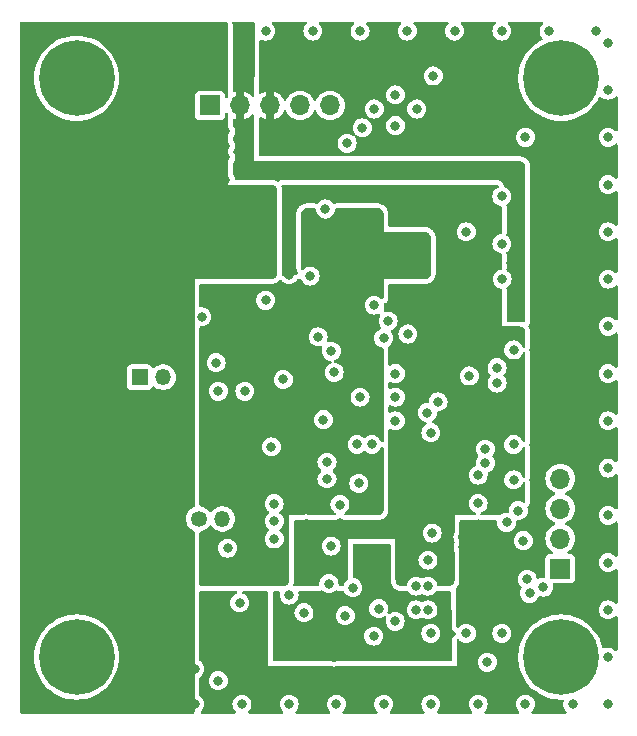
<source format=gbr>
%TF.GenerationSoftware,KiCad,Pcbnew,7.0.2-0*%
%TF.CreationDate,2025-01-08T13:19:12-05:00*%
%TF.ProjectId,plaqchek_sipm_sens,706c6171-6368-4656-9b5f-7369706d5f73,rev?*%
%TF.SameCoordinates,Original*%
%TF.FileFunction,Copper,L3,Inr*%
%TF.FilePolarity,Positive*%
%FSLAX46Y46*%
G04 Gerber Fmt 4.6, Leading zero omitted, Abs format (unit mm)*
G04 Created by KiCad (PCBNEW 7.0.2-0) date 2025-01-08 13:19:12*
%MOMM*%
%LPD*%
G01*
G04 APERTURE LIST*
%TA.AperFunction,ComponentPad*%
%ADD10C,6.400000*%
%TD*%
%TA.AperFunction,ComponentPad*%
%ADD11R,1.700000X1.700000*%
%TD*%
%TA.AperFunction,ComponentPad*%
%ADD12O,1.700000X1.700000*%
%TD*%
%TA.AperFunction,ComponentPad*%
%ADD13R,1.350000X1.350000*%
%TD*%
%TA.AperFunction,ComponentPad*%
%ADD14O,1.350000X1.350000*%
%TD*%
%TA.AperFunction,ComponentPad*%
%ADD15C,1.350000*%
%TD*%
%TA.AperFunction,ViaPad*%
%ADD16C,0.800000*%
%TD*%
G04 APERTURE END LIST*
D10*
%TO.N,Net-(H3-Pad1)*%
%TO.C,H3*%
X156000000Y-111000000D03*
%TD*%
%TO.N,Net-(H2-Pad1)*%
%TO.C,H2*%
X197000000Y-62000000D03*
%TD*%
%TO.N,Net-(H1-Pad1)*%
%TO.C,H1*%
X156000000Y-62000000D03*
%TD*%
D11*
%TO.N,SPI_3V3_ADC_CS*%
%TO.C,J2*%
X196950000Y-103505000D03*
D12*
%TO.N,SPI_3V3_ADC_MISO*%
X196950000Y-100965000D03*
%TO.N,SPI_3V3_ADC_SCLK*%
X196950000Y-98425000D03*
%TO.N,GND*%
X196950000Y-95885000D03*
%TD*%
D11*
%TO.N,SIPM_BIAS_OUT*%
%TO.C,J3*%
X167296000Y-64300000D03*
D12*
%TO.N,+6V*%
X169836000Y-64300000D03*
%TO.N,+3V3*%
X172376000Y-64300000D03*
%TO.N,-6V5*%
X174916000Y-64300000D03*
%TO.N,GND*%
X177456000Y-64300000D03*
%TD*%
D10*
%TO.N,Net-(H4-Pad1)*%
%TO.C,H4*%
X197000000Y-111000000D03*
%TD*%
D13*
%TO.N,/SIPM Readout/SIPM_BIAS*%
%TO.C,U10*%
X161327000Y-87303000D03*
D14*
%TO.N,/SIPM Readout/SIPM_OUT*%
X163327000Y-87303000D03*
D15*
%TO.N,unconnected-(U10-NC-Pad3)*%
X166327000Y-99303000D03*
D14*
%TO.N,unconnected-(U10-NC-Pad4)*%
X168327000Y-99303000D03*
%TD*%
D16*
%TO.N,+6V*%
X193200000Y-81800000D03*
X169926000Y-66294000D03*
X169926000Y-67310000D03*
X192800000Y-77600000D03*
%TO.N,GND*%
X162535000Y-75398000D03*
X184000000Y-58000000D03*
X183000000Y-63400000D03*
X201000000Y-83000000D03*
X186000000Y-109000000D03*
X152000000Y-94000000D03*
X152000000Y-66000000D03*
X176000000Y-58000000D03*
X168000000Y-113000000D03*
X192000000Y-58000000D03*
X164300000Y-78600000D03*
X193000000Y-96000000D03*
X194350000Y-105600000D03*
X152000000Y-78000000D03*
X180000000Y-58000000D03*
X165200000Y-85700000D03*
X152000000Y-106000000D03*
X193400000Y-98600000D03*
X175768000Y-78740000D03*
X190775000Y-111450000D03*
X163800000Y-85600000D03*
X196000000Y-58000000D03*
X181200000Y-81200000D03*
X189250000Y-87200000D03*
X165200000Y-83200000D03*
X152000000Y-70000000D03*
X185700000Y-90300000D03*
X160000000Y-58000000D03*
X160000000Y-85600000D03*
X183000000Y-66000000D03*
X170000000Y-115000000D03*
X201000000Y-111000000D03*
X172000000Y-58000000D03*
X201000000Y-103000000D03*
X172000000Y-80800000D03*
X159000000Y-87000000D03*
X164200000Y-74400000D03*
X179900000Y-96300000D03*
X184750000Y-107000000D03*
X175250000Y-107250000D03*
X163000000Y-89000000D03*
X166000000Y-112000000D03*
X192000000Y-76000000D03*
X180200000Y-66200000D03*
X194150000Y-104425000D03*
X165500000Y-88500000D03*
X163800000Y-82200000D03*
X183000000Y-91000000D03*
X162000000Y-115000000D03*
X174000000Y-115000000D03*
X157400000Y-72700000D03*
X201000000Y-95000000D03*
X168600000Y-70600000D03*
X193830000Y-101150000D03*
X194000000Y-115000000D03*
X189000000Y-109000000D03*
X177371216Y-104777203D03*
X163800000Y-84000000D03*
X185750000Y-107000000D03*
X172750000Y-101000000D03*
X167000000Y-72800000D03*
X188000000Y-58000000D03*
X179750000Y-93000000D03*
X156000000Y-58000000D03*
X154600000Y-79100000D03*
X201000000Y-71000000D03*
X159470000Y-82910000D03*
X162435000Y-73398000D03*
X155900000Y-80400000D03*
X152000000Y-58000000D03*
X190000000Y-115000000D03*
X178300000Y-98090000D03*
X191600000Y-86500000D03*
X158000000Y-115000000D03*
X152000000Y-114000000D03*
X168600000Y-66500000D03*
X190000000Y-98000000D03*
X186000000Y-92000000D03*
X186200000Y-61800000D03*
X152000000Y-62000000D03*
X190000000Y-95600000D03*
X170250000Y-88500000D03*
X164000000Y-58000000D03*
X161290000Y-78740000D03*
X201000000Y-59000000D03*
X152000000Y-110000000D03*
X201000000Y-91000000D03*
X156500000Y-76400000D03*
X168600000Y-67700000D03*
X159900000Y-60300000D03*
X201000000Y-107000000D03*
X201000000Y-87000000D03*
X180000000Y-89000000D03*
X172500000Y-93200000D03*
X177546000Y-101600000D03*
X200000000Y-58000000D03*
X181150000Y-109225000D03*
X163759750Y-68798000D03*
X184750000Y-105000000D03*
X201000000Y-63000000D03*
X162189750Y-65828000D03*
X181575000Y-106900000D03*
X193000000Y-85000000D03*
X182975000Y-107975000D03*
X189000000Y-75000000D03*
X201000000Y-99000000D03*
X182372000Y-82550000D03*
X186000000Y-115000000D03*
X193000000Y-93000000D03*
X152000000Y-90000000D03*
X152000000Y-82000000D03*
X176900000Y-90900000D03*
X192000000Y-109000000D03*
X165200000Y-72900000D03*
X183000000Y-89000000D03*
X185750000Y-102800000D03*
X156500000Y-77500000D03*
X178750000Y-107500000D03*
X183000000Y-87000000D03*
X201000000Y-67000000D03*
X195525000Y-105075000D03*
X152000000Y-102000000D03*
X174000000Y-105750000D03*
X154136000Y-66498000D03*
X194000000Y-67000000D03*
X177200000Y-94510000D03*
X163700000Y-72900000D03*
X167820000Y-86080000D03*
X181200000Y-64600000D03*
X201000000Y-75000000D03*
X178000000Y-115000000D03*
X184800000Y-64600000D03*
X160000000Y-89000000D03*
X190600000Y-93400000D03*
X176448455Y-83889720D03*
X166000000Y-67600000D03*
X168000000Y-88500000D03*
X166000000Y-115000000D03*
X182000000Y-115000000D03*
X162575000Y-109250000D03*
X168100000Y-72000000D03*
X162100000Y-85600000D03*
X169800000Y-106400000D03*
X177071831Y-73066898D03*
X166000000Y-66500000D03*
X201000000Y-79000000D03*
X168780000Y-101780000D03*
X177800000Y-86900000D03*
X192000000Y-72000000D03*
X198000000Y-115000000D03*
X164200000Y-80300000D03*
X192024000Y-78994000D03*
X152000000Y-86000000D03*
X152000000Y-74000000D03*
X168000000Y-58000000D03*
X178900000Y-67500000D03*
X185750000Y-105000000D03*
X154000000Y-115000000D03*
X172750000Y-99500000D03*
X177200000Y-95900000D03*
X190600000Y-94600000D03*
X165700000Y-68700000D03*
X168600000Y-68700000D03*
X179396036Y-105128700D03*
X184050000Y-83650000D03*
X173500000Y-87500000D03*
X160000000Y-81100000D03*
X156500000Y-75100000D03*
X166600000Y-82200000D03*
X201000000Y-115000000D03*
X177558734Y-85113874D03*
X161600000Y-79900000D03*
X192400000Y-99600000D03*
X186100000Y-100500000D03*
X152000000Y-98000000D03*
X182000000Y-84000000D03*
%TO.N,+5VA*%
X181102000Y-75692000D03*
X179832000Y-75692000D03*
X181102000Y-74422000D03*
X175000000Y-88100000D03*
X167770000Y-104510000D03*
X174200000Y-89800000D03*
%TO.N,Net-(U3-OUT)*%
X172724643Y-98012601D03*
X181000000Y-93000000D03*
%TO.N,+5.35V*%
X186600000Y-89400000D03*
X191600000Y-87800000D03*
%TO.N,+1V8*%
X177800000Y-109400000D03*
X180848000Y-102870000D03*
X175800000Y-109400000D03*
X177800000Y-111000000D03*
%TO.N,+3V3*%
X167600000Y-107200000D03*
X171400000Y-106400000D03*
X188710000Y-100840000D03*
X188720000Y-101700000D03*
%TO.N,-5VA*%
X175464448Y-99719320D03*
X173997000Y-78618000D03*
X177546000Y-103058500D03*
X185200000Y-71900000D03*
X183000000Y-74000000D03*
X185200000Y-73900000D03*
%TD*%
%TA.AperFunction,Conductor*%
%TO.N,GND*%
G36*
X168696694Y-57220185D02*
G01*
X168742449Y-57272989D01*
X168744216Y-57277048D01*
X168776715Y-57355509D01*
X168785093Y-57386775D01*
X168798939Y-57491939D01*
X168800000Y-57508125D01*
X168800000Y-63560283D01*
X168780315Y-63627322D01*
X168777574Y-63631408D01*
X168772073Y-63639264D01*
X168717495Y-63682888D01*
X168647997Y-63690080D01*
X168585643Y-63658557D01*
X168550230Y-63598326D01*
X168546499Y-63568139D01*
X168546499Y-63418485D01*
X168546499Y-63418482D01*
X168531646Y-63324696D01*
X168474682Y-63212898D01*
X168474050Y-63211657D01*
X168384343Y-63121950D01*
X168271302Y-63064353D01*
X168177521Y-63049500D01*
X166414485Y-63049500D01*
X166367588Y-63056927D01*
X166320696Y-63064354D01*
X166320694Y-63064354D01*
X166320693Y-63064355D01*
X166207657Y-63121949D01*
X166117950Y-63211656D01*
X166060353Y-63324697D01*
X166045500Y-63418478D01*
X166045500Y-65181514D01*
X166045501Y-65181518D01*
X166060354Y-65275304D01*
X166060354Y-65275305D01*
X166060355Y-65275306D01*
X166117949Y-65388342D01*
X166207656Y-65478049D01*
X166207658Y-65478050D01*
X166320696Y-65535646D01*
X166414481Y-65550500D01*
X168177518Y-65550499D01*
X168271304Y-65535646D01*
X168384342Y-65478050D01*
X168474050Y-65388342D01*
X168531646Y-65275304D01*
X168546500Y-65181519D01*
X168546499Y-65031859D01*
X168566183Y-64964823D01*
X168618987Y-64919068D01*
X168688145Y-64909124D01*
X168751701Y-64938149D01*
X168772069Y-64960731D01*
X168777570Y-64968587D01*
X168799902Y-65034790D01*
X168800000Y-65039716D01*
X168800000Y-71000000D01*
X172491874Y-71000000D01*
X172508059Y-71001061D01*
X172613223Y-71014906D01*
X172644491Y-71023284D01*
X172734918Y-71060740D01*
X172762952Y-71076925D01*
X172840602Y-71136509D01*
X172863491Y-71159398D01*
X172923074Y-71237048D01*
X172939259Y-71265081D01*
X172976715Y-71355508D01*
X172985093Y-71386776D01*
X172998938Y-71491940D01*
X172999999Y-71508125D01*
X172999999Y-78491874D01*
X172998938Y-78508059D01*
X172985093Y-78613223D01*
X172976715Y-78644491D01*
X172939259Y-78734918D01*
X172923074Y-78762951D01*
X172863491Y-78840601D01*
X172840601Y-78863491D01*
X172762951Y-78923074D01*
X172734918Y-78939259D01*
X172644491Y-78976715D01*
X172613224Y-78985093D01*
X172519398Y-78997446D01*
X172508058Y-78998939D01*
X172491874Y-79000000D01*
X166000000Y-79000000D01*
X166000000Y-79500000D01*
X166000000Y-79504053D01*
X166000000Y-98191351D01*
X165980315Y-98258390D01*
X165927511Y-98304145D01*
X165920795Y-98306977D01*
X165845556Y-98336125D01*
X165676087Y-98441056D01*
X165528791Y-98575334D01*
X165408674Y-98734396D01*
X165319827Y-98912821D01*
X165265282Y-99104529D01*
X165246892Y-99303000D01*
X165265282Y-99501470D01*
X165319827Y-99693178D01*
X165379220Y-99812453D01*
X165408674Y-99871604D01*
X165468732Y-99951134D01*
X165528791Y-100030665D01*
X165676087Y-100164943D01*
X165676089Y-100164944D01*
X165676090Y-100164945D01*
X165845554Y-100269873D01*
X165920795Y-100299021D01*
X165976195Y-100341592D01*
X165999786Y-100407359D01*
X166000000Y-100414647D01*
X166000000Y-115491874D01*
X165998939Y-115508060D01*
X165985093Y-115613224D01*
X165976716Y-115644489D01*
X165944217Y-115722951D01*
X165900376Y-115777355D01*
X165834082Y-115799421D01*
X165829655Y-115799500D01*
X151324500Y-115799500D01*
X151257461Y-115779815D01*
X151211706Y-115727011D01*
X151200500Y-115675500D01*
X151200500Y-111000000D01*
X152394559Y-111000000D01*
X152414310Y-111376871D01*
X152414815Y-111380064D01*
X152414817Y-111380076D01*
X152472838Y-111746404D01*
X152472840Y-111746417D01*
X152473347Y-111749613D01*
X152571022Y-112114143D01*
X152706266Y-112466465D01*
X152707735Y-112469348D01*
X152707739Y-112469357D01*
X152876122Y-112799827D01*
X152877597Y-112802721D01*
X153083137Y-113119225D01*
X153320635Y-113412511D01*
X153587489Y-113679365D01*
X153880775Y-113916863D01*
X154197279Y-114122403D01*
X154533535Y-114293734D01*
X154885857Y-114428978D01*
X155250387Y-114526653D01*
X155623129Y-114585690D01*
X156000000Y-114605441D01*
X156376871Y-114585690D01*
X156749613Y-114526653D01*
X157114143Y-114428978D01*
X157466465Y-114293734D01*
X157802721Y-114122403D01*
X158119225Y-113916863D01*
X158412511Y-113679365D01*
X158679365Y-113412511D01*
X158916863Y-113119225D01*
X159122403Y-112802721D01*
X159293734Y-112466465D01*
X159428978Y-112114143D01*
X159526653Y-111749613D01*
X159585690Y-111376871D01*
X159605441Y-111000000D01*
X159585690Y-110623129D01*
X159526653Y-110250387D01*
X159428978Y-109885857D01*
X159293734Y-109533535D01*
X159122403Y-109197280D01*
X158916863Y-108880775D01*
X158679365Y-108587489D01*
X158412511Y-108320635D01*
X158119225Y-108083137D01*
X157802721Y-107877597D01*
X157799833Y-107876125D01*
X157799827Y-107876122D01*
X157469357Y-107707739D01*
X157469348Y-107707735D01*
X157466465Y-107706266D01*
X157463433Y-107705102D01*
X157117166Y-107572182D01*
X157117158Y-107572179D01*
X157114143Y-107571022D01*
X157111018Y-107570184D01*
X157111013Y-107570183D01*
X156752746Y-107474186D01*
X156752737Y-107474184D01*
X156749613Y-107473347D01*
X156746417Y-107472840D01*
X156746404Y-107472838D01*
X156380076Y-107414817D01*
X156380064Y-107414815D01*
X156376871Y-107414310D01*
X156373638Y-107414140D01*
X156373633Y-107414140D01*
X156003244Y-107394729D01*
X156000000Y-107394559D01*
X155996756Y-107394729D01*
X155626366Y-107414140D01*
X155626359Y-107414140D01*
X155623129Y-107414310D01*
X155619937Y-107414815D01*
X155619923Y-107414817D01*
X155253595Y-107472838D01*
X155253578Y-107472841D01*
X155250387Y-107473347D01*
X155247266Y-107474183D01*
X155247253Y-107474186D01*
X154888986Y-107570183D01*
X154888975Y-107570186D01*
X154885857Y-107571022D01*
X154882846Y-107572177D01*
X154882833Y-107572182D01*
X154536566Y-107705102D01*
X154536557Y-107705105D01*
X154533535Y-107706266D01*
X154530658Y-107707731D01*
X154530642Y-107707739D01*
X154200173Y-107876122D01*
X154200159Y-107876129D01*
X154197280Y-107877597D01*
X154194560Y-107879363D01*
X154194552Y-107879368D01*
X153883503Y-108081365D01*
X153883497Y-108081368D01*
X153880775Y-108083137D01*
X153878255Y-108085177D01*
X153878249Y-108085182D01*
X153590007Y-108318595D01*
X153589996Y-108318604D01*
X153587489Y-108320635D01*
X153585204Y-108322919D01*
X153585194Y-108322929D01*
X153322929Y-108585194D01*
X153322919Y-108585204D01*
X153320635Y-108587489D01*
X153318604Y-108589996D01*
X153318595Y-108590007D01*
X153085182Y-108878249D01*
X153085177Y-108878255D01*
X153083137Y-108880775D01*
X153081368Y-108883497D01*
X153081365Y-108883503D01*
X152879368Y-109194552D01*
X152879363Y-109194560D01*
X152877597Y-109197280D01*
X152876129Y-109200159D01*
X152876122Y-109200173D01*
X152707739Y-109530642D01*
X152707731Y-109530658D01*
X152706266Y-109533535D01*
X152705105Y-109536557D01*
X152705102Y-109536566D01*
X152572182Y-109882833D01*
X152572177Y-109882846D01*
X152571022Y-109885857D01*
X152570186Y-109888975D01*
X152570183Y-109888986D01*
X152474186Y-110247253D01*
X152474183Y-110247266D01*
X152473347Y-110250387D01*
X152472841Y-110253578D01*
X152472838Y-110253595D01*
X152414817Y-110619923D01*
X152414815Y-110619937D01*
X152414310Y-110623129D01*
X152394559Y-111000000D01*
X151200500Y-111000000D01*
X151200500Y-88009514D01*
X160251500Y-88009514D01*
X160251501Y-88009518D01*
X160266354Y-88103304D01*
X160266354Y-88103305D01*
X160266355Y-88103306D01*
X160323949Y-88216342D01*
X160413656Y-88306049D01*
X160413658Y-88306050D01*
X160526696Y-88363646D01*
X160620481Y-88378500D01*
X162033518Y-88378499D01*
X162127304Y-88363646D01*
X162240342Y-88306050D01*
X162330050Y-88216342D01*
X162383851Y-88110751D01*
X162431825Y-88059955D01*
X162499646Y-88043160D01*
X162565781Y-88065697D01*
X162577865Y-88075401D01*
X162676090Y-88164945D01*
X162845554Y-88269873D01*
X163031414Y-88341876D01*
X163227340Y-88378500D01*
X163227342Y-88378500D01*
X163426658Y-88378500D01*
X163426660Y-88378500D01*
X163622586Y-88341876D01*
X163808446Y-88269873D01*
X163977910Y-88164945D01*
X164125209Y-88030664D01*
X164245326Y-87871604D01*
X164334171Y-87693180D01*
X164388717Y-87501469D01*
X164407108Y-87303000D01*
X164388717Y-87104531D01*
X164388717Y-87104529D01*
X164334172Y-86912821D01*
X164251500Y-86746796D01*
X164245326Y-86734396D01*
X164141175Y-86596478D01*
X164125208Y-86575334D01*
X163977912Y-86441056D01*
X163808447Y-86336127D01*
X163715060Y-86299949D01*
X163622586Y-86264124D01*
X163426660Y-86227500D01*
X163227340Y-86227500D01*
X163031413Y-86264124D01*
X163031414Y-86264124D01*
X162845552Y-86336127D01*
X162676090Y-86441054D01*
X162577873Y-86530591D01*
X162515068Y-86561207D01*
X162445681Y-86553009D01*
X162391741Y-86508599D01*
X162383853Y-86495253D01*
X162356238Y-86441054D01*
X162330050Y-86389657D01*
X162240343Y-86299950D01*
X162127302Y-86242353D01*
X162033521Y-86227500D01*
X160620485Y-86227500D01*
X160573589Y-86234927D01*
X160526696Y-86242354D01*
X160526694Y-86242354D01*
X160526693Y-86242355D01*
X160413657Y-86299949D01*
X160323950Y-86389656D01*
X160266353Y-86502697D01*
X160251500Y-86596478D01*
X160251500Y-88009514D01*
X151200500Y-88009514D01*
X151200500Y-62000000D01*
X152394559Y-62000000D01*
X152414310Y-62376871D01*
X152414815Y-62380064D01*
X152414817Y-62380076D01*
X152472838Y-62746404D01*
X152472840Y-62746417D01*
X152473347Y-62749613D01*
X152474184Y-62752737D01*
X152474186Y-62752746D01*
X152557681Y-63064353D01*
X152571022Y-63114143D01*
X152572179Y-63117158D01*
X152572182Y-63117166D01*
X152687847Y-63418482D01*
X152706266Y-63466465D01*
X152707735Y-63469348D01*
X152707739Y-63469357D01*
X152876122Y-63799827D01*
X152877597Y-63802721D01*
X153083137Y-64119225D01*
X153320635Y-64412511D01*
X153587489Y-64679365D01*
X153880775Y-64916863D01*
X154197279Y-65122403D01*
X154200172Y-65123877D01*
X154470464Y-65261598D01*
X154533535Y-65293734D01*
X154885857Y-65428978D01*
X155250387Y-65526653D01*
X155623129Y-65585690D01*
X156000000Y-65605441D01*
X156376871Y-65585690D01*
X156749613Y-65526653D01*
X157114143Y-65428978D01*
X157466465Y-65293734D01*
X157802721Y-65122403D01*
X158119225Y-64916863D01*
X158412511Y-64679365D01*
X158679365Y-64412511D01*
X158916863Y-64119225D01*
X159122403Y-63802721D01*
X159293734Y-63466465D01*
X159428978Y-63114143D01*
X159526653Y-62749613D01*
X159585690Y-62376871D01*
X159605441Y-62000000D01*
X159585690Y-61623129D01*
X159526653Y-61250387D01*
X159428978Y-60885857D01*
X159293734Y-60533535D01*
X159122403Y-60197280D01*
X158916863Y-59880775D01*
X158679365Y-59587489D01*
X158412511Y-59320635D01*
X158119225Y-59083137D01*
X157802721Y-58877597D01*
X157799833Y-58876125D01*
X157799827Y-58876122D01*
X157469357Y-58707739D01*
X157469348Y-58707735D01*
X157466465Y-58706266D01*
X157463433Y-58705102D01*
X157117166Y-58572182D01*
X157117158Y-58572179D01*
X157114143Y-58571022D01*
X157111018Y-58570184D01*
X157111013Y-58570183D01*
X156752746Y-58474186D01*
X156752737Y-58474184D01*
X156749613Y-58473347D01*
X156746417Y-58472840D01*
X156746404Y-58472838D01*
X156380076Y-58414817D01*
X156380064Y-58414815D01*
X156376871Y-58414310D01*
X156373638Y-58414140D01*
X156373633Y-58414140D01*
X156003244Y-58394729D01*
X156000000Y-58394559D01*
X155996756Y-58394729D01*
X155626366Y-58414140D01*
X155626359Y-58414140D01*
X155623129Y-58414310D01*
X155619937Y-58414815D01*
X155619923Y-58414817D01*
X155253595Y-58472838D01*
X155253578Y-58472841D01*
X155250387Y-58473347D01*
X155247266Y-58474183D01*
X155247253Y-58474186D01*
X154888986Y-58570183D01*
X154888975Y-58570186D01*
X154885857Y-58571022D01*
X154882846Y-58572177D01*
X154882833Y-58572182D01*
X154536566Y-58705102D01*
X154536557Y-58705105D01*
X154533535Y-58706266D01*
X154530658Y-58707731D01*
X154530642Y-58707739D01*
X154200173Y-58876122D01*
X154200159Y-58876129D01*
X154197280Y-58877597D01*
X154194560Y-58879363D01*
X154194552Y-58879368D01*
X153883503Y-59081365D01*
X153883497Y-59081368D01*
X153880775Y-59083137D01*
X153878255Y-59085177D01*
X153878249Y-59085182D01*
X153590007Y-59318595D01*
X153589996Y-59318604D01*
X153587489Y-59320635D01*
X153585204Y-59322919D01*
X153585194Y-59322929D01*
X153322929Y-59585194D01*
X153322919Y-59585204D01*
X153320635Y-59587489D01*
X153318604Y-59589996D01*
X153318595Y-59590007D01*
X153085182Y-59878249D01*
X153085177Y-59878255D01*
X153083137Y-59880775D01*
X153081368Y-59883497D01*
X153081365Y-59883503D01*
X152879368Y-60194552D01*
X152879363Y-60194560D01*
X152877597Y-60197280D01*
X152876129Y-60200159D01*
X152876122Y-60200173D01*
X152707739Y-60530642D01*
X152707731Y-60530658D01*
X152706266Y-60533535D01*
X152705105Y-60536557D01*
X152705102Y-60536566D01*
X152572182Y-60882833D01*
X152572177Y-60882846D01*
X152571022Y-60885857D01*
X152570186Y-60888975D01*
X152570183Y-60888986D01*
X152474186Y-61247253D01*
X152474183Y-61247266D01*
X152473347Y-61250387D01*
X152472841Y-61253578D01*
X152472838Y-61253595D01*
X152414817Y-61619923D01*
X152414815Y-61619937D01*
X152414310Y-61623129D01*
X152394559Y-62000000D01*
X151200500Y-62000000D01*
X151200500Y-57324500D01*
X151220185Y-57257461D01*
X151272989Y-57211706D01*
X151324500Y-57200500D01*
X168629655Y-57200500D01*
X168696694Y-57220185D01*
G37*
%TD.AperFunction*%
%TD*%
%TA.AperFunction,Conductor*%
%TO.N,+5VA*%
G36*
X176214954Y-73019685D02*
G01*
X176260709Y-73072489D01*
X176271135Y-73110116D01*
X176286462Y-73246149D01*
X176286462Y-73246151D01*
X176286463Y-73246153D01*
X176346042Y-73416420D01*
X176346043Y-73416421D01*
X176442016Y-73569162D01*
X176569566Y-73696712D01*
X176569568Y-73696713D01*
X176569569Y-73696714D01*
X176722309Y-73792687D01*
X176892576Y-73852266D01*
X177071831Y-73872463D01*
X177251086Y-73852266D01*
X177421353Y-73792687D01*
X177574093Y-73696714D01*
X177701647Y-73569160D01*
X177797620Y-73416420D01*
X177857199Y-73246153D01*
X177866975Y-73159392D01*
X177872527Y-73110116D01*
X177899594Y-73045702D01*
X177957188Y-73006147D01*
X177995747Y-73000000D01*
X181491874Y-73000000D01*
X181508059Y-73001061D01*
X181613223Y-73014906D01*
X181644491Y-73023284D01*
X181734918Y-73060740D01*
X181762952Y-73076925D01*
X181840602Y-73136509D01*
X181863491Y-73159398D01*
X181923074Y-73237048D01*
X181939259Y-73265081D01*
X181976715Y-73355508D01*
X181985093Y-73386775D01*
X181998939Y-73491939D01*
X182000000Y-73508125D01*
X182000000Y-75000000D01*
X185491874Y-75000000D01*
X185508059Y-75001061D01*
X185613223Y-75014906D01*
X185644491Y-75023284D01*
X185734918Y-75060740D01*
X185762952Y-75076925D01*
X185840602Y-75136509D01*
X185863491Y-75159398D01*
X185923074Y-75237048D01*
X185939259Y-75265081D01*
X185976715Y-75355508D01*
X185985093Y-75386775D01*
X185998939Y-75491939D01*
X186000000Y-75508125D01*
X186000000Y-78491874D01*
X185998939Y-78508060D01*
X185985093Y-78613224D01*
X185976715Y-78644491D01*
X185939259Y-78734918D01*
X185923074Y-78762951D01*
X185863491Y-78840601D01*
X185840601Y-78863491D01*
X185762951Y-78923074D01*
X185734918Y-78939259D01*
X185644491Y-78976715D01*
X185613224Y-78985093D01*
X185519398Y-78997446D01*
X185508058Y-78998939D01*
X185491874Y-79000000D01*
X182000000Y-79000000D01*
X182000000Y-79500000D01*
X182000000Y-79504052D01*
X182000000Y-79504053D01*
X182000000Y-80568558D01*
X181980315Y-80635597D01*
X181927511Y-80681352D01*
X181858353Y-80691296D01*
X181794797Y-80662271D01*
X181788319Y-80656240D01*
X181702261Y-80570183D01*
X181625891Y-80522197D01*
X181549522Y-80474211D01*
X181379255Y-80414632D01*
X181379253Y-80414631D01*
X181379251Y-80414631D01*
X181200000Y-80394434D01*
X181020748Y-80414631D01*
X181020745Y-80414631D01*
X181020745Y-80414632D01*
X180850478Y-80474211D01*
X180850476Y-80474211D01*
X180850476Y-80474212D01*
X180697735Y-80570185D01*
X180570185Y-80697735D01*
X180474212Y-80850476D01*
X180414631Y-81020748D01*
X180394434Y-81200000D01*
X180414631Y-81379251D01*
X180414631Y-81379253D01*
X180414632Y-81379255D01*
X180474211Y-81549522D01*
X180496735Y-81585368D01*
X180570185Y-81702264D01*
X180697735Y-81829814D01*
X180697737Y-81829815D01*
X180697738Y-81829816D01*
X180850478Y-81925789D01*
X181020745Y-81985368D01*
X181200000Y-82005565D01*
X181379255Y-81985368D01*
X181549522Y-81925789D01*
X181549524Y-81925787D01*
X181560217Y-81922046D01*
X181629996Y-81918484D01*
X181690623Y-81953212D01*
X181722851Y-82015205D01*
X181716446Y-82084781D01*
X181706166Y-82105058D01*
X181646213Y-82200473D01*
X181586631Y-82370748D01*
X181566434Y-82549999D01*
X181586631Y-82729251D01*
X181586631Y-82729253D01*
X181586632Y-82729255D01*
X181646211Y-82899522D01*
X181700152Y-82985368D01*
X181742185Y-83052264D01*
X181743285Y-83053364D01*
X181745997Y-83058331D01*
X181749617Y-83064092D01*
X181749264Y-83064313D01*
X181776770Y-83114687D01*
X181771786Y-83184379D01*
X181729914Y-83240312D01*
X181696559Y-83258086D01*
X181650480Y-83274209D01*
X181497735Y-83370185D01*
X181370185Y-83497735D01*
X181274212Y-83650476D01*
X181214631Y-83820748D01*
X181194434Y-84000000D01*
X181214631Y-84179251D01*
X181214631Y-84179253D01*
X181214632Y-84179255D01*
X181274211Y-84349522D01*
X181300892Y-84391984D01*
X181370185Y-84502264D01*
X181497735Y-84629814D01*
X181497737Y-84629815D01*
X181497738Y-84629816D01*
X181650478Y-84725789D01*
X181820745Y-84785368D01*
X181878297Y-84791852D01*
X181889883Y-84793158D01*
X181954297Y-84820224D01*
X181993852Y-84877819D01*
X182000000Y-84916378D01*
X182000000Y-92704316D01*
X181980315Y-92771355D01*
X181927511Y-92817110D01*
X181858353Y-92827054D01*
X181794797Y-92798029D01*
X181758959Y-92745271D01*
X181725790Y-92650480D01*
X181725787Y-92650476D01*
X181629816Y-92497738D01*
X181629815Y-92497737D01*
X181629814Y-92497735D01*
X181502264Y-92370185D01*
X181439867Y-92330979D01*
X181349522Y-92274211D01*
X181179255Y-92214632D01*
X181179253Y-92214631D01*
X181179251Y-92214631D01*
X181000000Y-92194434D01*
X180820748Y-92214631D01*
X180820745Y-92214631D01*
X180820745Y-92214632D01*
X180650478Y-92274211D01*
X180650476Y-92274211D01*
X180650476Y-92274212D01*
X180497735Y-92370185D01*
X180462681Y-92405240D01*
X180401358Y-92438725D01*
X180331666Y-92433741D01*
X180287319Y-92405240D01*
X180252264Y-92370185D01*
X180189867Y-92330978D01*
X180099522Y-92274211D01*
X179929255Y-92214632D01*
X179929253Y-92214631D01*
X179929251Y-92214631D01*
X179750000Y-92194434D01*
X179570748Y-92214631D01*
X179570745Y-92214631D01*
X179570745Y-92214632D01*
X179400478Y-92274211D01*
X179400476Y-92274211D01*
X179400476Y-92274212D01*
X179247735Y-92370185D01*
X179120185Y-92497735D01*
X179024212Y-92650476D01*
X179024211Y-92650478D01*
X178981914Y-92771355D01*
X178964631Y-92820748D01*
X178944434Y-92999999D01*
X178964631Y-93179251D01*
X178964631Y-93179253D01*
X178964632Y-93179255D01*
X179024211Y-93349522D01*
X179024212Y-93349523D01*
X179120185Y-93502264D01*
X179247735Y-93629814D01*
X179247737Y-93629815D01*
X179247738Y-93629816D01*
X179400478Y-93725789D01*
X179570745Y-93785368D01*
X179750000Y-93805565D01*
X179929255Y-93785368D01*
X180099522Y-93725789D01*
X180252262Y-93629816D01*
X180287318Y-93594759D01*
X180348641Y-93561274D01*
X180418332Y-93566258D01*
X180462682Y-93594760D01*
X180497736Y-93629815D01*
X180497738Y-93629816D01*
X180650478Y-93725789D01*
X180820745Y-93785368D01*
X181000000Y-93805565D01*
X181179255Y-93785368D01*
X181349522Y-93725789D01*
X181502262Y-93629816D01*
X181629816Y-93502262D01*
X181725789Y-93349522D01*
X181758958Y-93254727D01*
X181799680Y-93197952D01*
X181864633Y-93172205D01*
X181933194Y-93185661D01*
X181983597Y-93234048D01*
X182000000Y-93295683D01*
X182000000Y-98491874D01*
X181998939Y-98508060D01*
X181985093Y-98613224D01*
X181976715Y-98644491D01*
X181939259Y-98734918D01*
X181923074Y-98762951D01*
X181863491Y-98840601D01*
X181840601Y-98863491D01*
X181762951Y-98923074D01*
X181734918Y-98939259D01*
X181644491Y-98976715D01*
X181613224Y-98985093D01*
X181519398Y-98997446D01*
X181508058Y-98998939D01*
X181491874Y-99000000D01*
X178786766Y-99000000D01*
X178719727Y-98980315D01*
X178673972Y-98927511D01*
X178664028Y-98858353D01*
X178693053Y-98794797D01*
X178720794Y-98771006D01*
X178751258Y-98751864D01*
X178802262Y-98719816D01*
X178929816Y-98592262D01*
X179025789Y-98439522D01*
X179085368Y-98269255D01*
X179105565Y-98090000D01*
X179085368Y-97910745D01*
X179025789Y-97740478D01*
X178929816Y-97587738D01*
X178929815Y-97587737D01*
X178929814Y-97587735D01*
X178802264Y-97460185D01*
X178679082Y-97382785D01*
X178649522Y-97364211D01*
X178479255Y-97304632D01*
X178479253Y-97304631D01*
X178479251Y-97304631D01*
X178300000Y-97284434D01*
X178120748Y-97304631D01*
X178120745Y-97304631D01*
X178120745Y-97304632D01*
X177950478Y-97364211D01*
X177950476Y-97364211D01*
X177950476Y-97364212D01*
X177797735Y-97460185D01*
X177670185Y-97587735D01*
X177574212Y-97740476D01*
X177514631Y-97910748D01*
X177494434Y-98089999D01*
X177514631Y-98269251D01*
X177514631Y-98269253D01*
X177514632Y-98269255D01*
X177574211Y-98439522D01*
X177575175Y-98441056D01*
X177670185Y-98592264D01*
X177797736Y-98719815D01*
X177879206Y-98771006D01*
X177925497Y-98823341D01*
X177936145Y-98892394D01*
X177907770Y-98956243D01*
X177849381Y-98994615D01*
X177813234Y-99000000D01*
X175853527Y-99000000D01*
X175812573Y-98993042D01*
X175682181Y-98947416D01*
X175643703Y-98933952D01*
X175643702Y-98933951D01*
X175643700Y-98933951D01*
X175464447Y-98913754D01*
X175285195Y-98933951D01*
X175116323Y-98993042D01*
X175075369Y-99000000D01*
X174000000Y-99000000D01*
X174000000Y-99499999D01*
X174000000Y-99500000D01*
X174000000Y-99504052D01*
X174000000Y-99504053D01*
X174000000Y-104491874D01*
X173998939Y-104508060D01*
X173985093Y-104613224D01*
X173976715Y-104644491D01*
X173939259Y-104734918D01*
X173923074Y-104762951D01*
X173863491Y-104840601D01*
X173840601Y-104863491D01*
X173762951Y-104923074D01*
X173734918Y-104939259D01*
X173644491Y-104976715D01*
X173613224Y-104985093D01*
X173519398Y-104997446D01*
X173508058Y-104998939D01*
X173491874Y-105000000D01*
X166529499Y-105000000D01*
X166462460Y-104980315D01*
X166416705Y-104927511D01*
X166405500Y-104876004D01*
X166405500Y-101779999D01*
X167974434Y-101779999D01*
X167994631Y-101959251D01*
X167994631Y-101959253D01*
X167994632Y-101959255D01*
X168054211Y-102129522D01*
X168054212Y-102129523D01*
X168150185Y-102282264D01*
X168277735Y-102409814D01*
X168277737Y-102409815D01*
X168277738Y-102409816D01*
X168430478Y-102505789D01*
X168600745Y-102565368D01*
X168780000Y-102585565D01*
X168959255Y-102565368D01*
X169129522Y-102505789D01*
X169282262Y-102409816D01*
X169409816Y-102282262D01*
X169505789Y-102129522D01*
X169565368Y-101959255D01*
X169585565Y-101780000D01*
X169565368Y-101600745D01*
X169505789Y-101430478D01*
X169409816Y-101277738D01*
X169409815Y-101277737D01*
X169409814Y-101277735D01*
X169282264Y-101150185D01*
X169198795Y-101097738D01*
X169129522Y-101054211D01*
X168959255Y-100994632D01*
X168959253Y-100994631D01*
X168959251Y-100994631D01*
X168779999Y-100974434D01*
X168600748Y-100994631D01*
X168600745Y-100994631D01*
X168600745Y-100994632D01*
X168430478Y-101054211D01*
X168430476Y-101054211D01*
X168430476Y-101054212D01*
X168277735Y-101150185D01*
X168150185Y-101277735D01*
X168054212Y-101430476D01*
X167994631Y-101600748D01*
X167974434Y-101779999D01*
X166405500Y-101779999D01*
X166405500Y-100485419D01*
X166425184Y-100418384D01*
X166477988Y-100372629D01*
X166506703Y-100363537D01*
X166622586Y-100341876D01*
X166808446Y-100269873D01*
X166977910Y-100164945D01*
X167125209Y-100030664D01*
X167228046Y-99894485D01*
X167284154Y-99852849D01*
X167353866Y-99848157D01*
X167415048Y-99881900D01*
X167425954Y-99894486D01*
X167528789Y-100030663D01*
X167676087Y-100164943D01*
X167839936Y-100266395D01*
X167845554Y-100269873D01*
X168031414Y-100341876D01*
X168227340Y-100378500D01*
X168227342Y-100378500D01*
X168426658Y-100378500D01*
X168426660Y-100378500D01*
X168622586Y-100341876D01*
X168808446Y-100269873D01*
X168977910Y-100164945D01*
X169125209Y-100030664D01*
X169245326Y-99871604D01*
X169334171Y-99693180D01*
X169338135Y-99679251D01*
X169388717Y-99501470D01*
X169400918Y-99369798D01*
X169407108Y-99303000D01*
X169388717Y-99104531D01*
X169388717Y-99104529D01*
X169334172Y-98912821D01*
X169304475Y-98853183D01*
X169245326Y-98734396D01*
X169153821Y-98613224D01*
X169125208Y-98575334D01*
X168977912Y-98441056D01*
X168808447Y-98336127D01*
X168715516Y-98300125D01*
X168622586Y-98264124D01*
X168426660Y-98227500D01*
X168227340Y-98227500D01*
X168031414Y-98264124D01*
X167845552Y-98336127D01*
X167676087Y-98441056D01*
X167528791Y-98575334D01*
X167425954Y-98711513D01*
X167369845Y-98753149D01*
X167300133Y-98757840D01*
X167238951Y-98724098D01*
X167228046Y-98711513D01*
X167125208Y-98575334D01*
X166977912Y-98441056D01*
X166808447Y-98336127D01*
X166715516Y-98300125D01*
X166622586Y-98264124D01*
X166506713Y-98242464D01*
X166444434Y-98210797D01*
X166409161Y-98150485D01*
X166405500Y-98120576D01*
X166405500Y-98012600D01*
X171919077Y-98012600D01*
X171939274Y-98191852D01*
X171939274Y-98191854D01*
X171939275Y-98191856D01*
X171998854Y-98362123D01*
X171998855Y-98362124D01*
X172094828Y-98514865D01*
X172222380Y-98642417D01*
X172249205Y-98659272D01*
X172295497Y-98711606D01*
X172306146Y-98780659D01*
X172277771Y-98844508D01*
X172249213Y-98869255D01*
X172247740Y-98870180D01*
X172120185Y-98997735D01*
X172024212Y-99150476D01*
X171964631Y-99320748D01*
X171944434Y-99500000D01*
X171964631Y-99679251D01*
X171964631Y-99679253D01*
X171964632Y-99679255D01*
X172024211Y-99849522D01*
X172052464Y-99894486D01*
X172120185Y-100002264D01*
X172247736Y-100129815D01*
X172271912Y-100145006D01*
X172318203Y-100197341D01*
X172328851Y-100266395D01*
X172300476Y-100330243D01*
X172271912Y-100354994D01*
X172247736Y-100370184D01*
X172120185Y-100497735D01*
X172103126Y-100524885D01*
X172024211Y-100650478D01*
X171973838Y-100794435D01*
X171964631Y-100820748D01*
X171944434Y-100999999D01*
X171964631Y-101179251D01*
X171964631Y-101179253D01*
X171964632Y-101179255D01*
X172024211Y-101349522D01*
X172075078Y-101430476D01*
X172120185Y-101502264D01*
X172247735Y-101629814D01*
X172247737Y-101629815D01*
X172247738Y-101629816D01*
X172400478Y-101725789D01*
X172570745Y-101785368D01*
X172750000Y-101805565D01*
X172929255Y-101785368D01*
X173099522Y-101725789D01*
X173252262Y-101629816D01*
X173379816Y-101502262D01*
X173475789Y-101349522D01*
X173535368Y-101179255D01*
X173555565Y-101000000D01*
X173535368Y-100820745D01*
X173475789Y-100650478D01*
X173379816Y-100497738D01*
X173379815Y-100497737D01*
X173379814Y-100497735D01*
X173252262Y-100370183D01*
X173228088Y-100354994D01*
X173181796Y-100302660D01*
X173171147Y-100233607D01*
X173199522Y-100169758D01*
X173228088Y-100145006D01*
X173252262Y-100129816D01*
X173379814Y-100002264D01*
X173379813Y-100002264D01*
X173379816Y-100002262D01*
X173475789Y-99849522D01*
X173535368Y-99679255D01*
X173555565Y-99500000D01*
X173535368Y-99320745D01*
X173475789Y-99150478D01*
X173379816Y-98997738D01*
X173379815Y-98997737D01*
X173379814Y-98997735D01*
X173252264Y-98870185D01*
X173225436Y-98853328D01*
X173179145Y-98800994D01*
X173168496Y-98731940D01*
X173196871Y-98668092D01*
X173225438Y-98643339D01*
X173225986Y-98642993D01*
X173226905Y-98642417D01*
X173354459Y-98514863D01*
X173450432Y-98362123D01*
X173510011Y-98191856D01*
X173530208Y-98012601D01*
X173510011Y-97833346D01*
X173450432Y-97663079D01*
X173354459Y-97510339D01*
X173354458Y-97510338D01*
X173354457Y-97510336D01*
X173226907Y-97382786D01*
X173102525Y-97304632D01*
X173074165Y-97286812D01*
X172903898Y-97227233D01*
X172903896Y-97227232D01*
X172903894Y-97227232D01*
X172724643Y-97207035D01*
X172545391Y-97227232D01*
X172545388Y-97227232D01*
X172545388Y-97227233D01*
X172375121Y-97286812D01*
X172375119Y-97286812D01*
X172375119Y-97286813D01*
X172222378Y-97382786D01*
X172094828Y-97510336D01*
X171998855Y-97663077D01*
X171939274Y-97833349D01*
X171919077Y-98012600D01*
X166405500Y-98012600D01*
X166405500Y-95899999D01*
X176394434Y-95899999D01*
X176414631Y-96079251D01*
X176414631Y-96079253D01*
X176414632Y-96079255D01*
X176474211Y-96249522D01*
X176530978Y-96339867D01*
X176570185Y-96402264D01*
X176697735Y-96529814D01*
X176697737Y-96529815D01*
X176697738Y-96529816D01*
X176850478Y-96625789D01*
X177020745Y-96685368D01*
X177155186Y-96700515D01*
X177199999Y-96705565D01*
X177199999Y-96705564D01*
X177200000Y-96705565D01*
X177379255Y-96685368D01*
X177549522Y-96625789D01*
X177702262Y-96529816D01*
X177829816Y-96402262D01*
X177894072Y-96300000D01*
X179094434Y-96300000D01*
X179114631Y-96479251D01*
X179114631Y-96479253D01*
X179114632Y-96479255D01*
X179174211Y-96649522D01*
X179174212Y-96649523D01*
X179270185Y-96802264D01*
X179397735Y-96929814D01*
X179397737Y-96929815D01*
X179397738Y-96929816D01*
X179550478Y-97025789D01*
X179720745Y-97085368D01*
X179900000Y-97105565D01*
X180079255Y-97085368D01*
X180249522Y-97025789D01*
X180402262Y-96929816D01*
X180529816Y-96802262D01*
X180625789Y-96649522D01*
X180685368Y-96479255D01*
X180705565Y-96300000D01*
X180685368Y-96120745D01*
X180625789Y-95950478D01*
X180529816Y-95797738D01*
X180529815Y-95797737D01*
X180529814Y-95797735D01*
X180402264Y-95670185D01*
X180339867Y-95630978D01*
X180249522Y-95574211D01*
X180079255Y-95514632D01*
X180079253Y-95514631D01*
X180079251Y-95514631D01*
X179900000Y-95494434D01*
X179720748Y-95514631D01*
X179720745Y-95514631D01*
X179720745Y-95514632D01*
X179550478Y-95574211D01*
X179550476Y-95574211D01*
X179550476Y-95574212D01*
X179397735Y-95670185D01*
X179270185Y-95797735D01*
X179174212Y-95950476D01*
X179114631Y-96120748D01*
X179094434Y-96300000D01*
X177894072Y-96300000D01*
X177925789Y-96249522D01*
X177985368Y-96079255D01*
X178005565Y-95900000D01*
X177985368Y-95720745D01*
X177925789Y-95550478D01*
X177829816Y-95397738D01*
X177829815Y-95397737D01*
X177829814Y-95397735D01*
X177724760Y-95292681D01*
X177691275Y-95231358D01*
X177696259Y-95161666D01*
X177724760Y-95117319D01*
X177829814Y-95012264D01*
X177829813Y-95012264D01*
X177829816Y-95012262D01*
X177925789Y-94859522D01*
X177985368Y-94689255D01*
X178005565Y-94510000D01*
X177985368Y-94330745D01*
X177925789Y-94160478D01*
X177829816Y-94007738D01*
X177829815Y-94007737D01*
X177829814Y-94007735D01*
X177702264Y-93880185D01*
X177622099Y-93829814D01*
X177549522Y-93784211D01*
X177379255Y-93724632D01*
X177379253Y-93724631D01*
X177379251Y-93724631D01*
X177200000Y-93704434D01*
X177020748Y-93724631D01*
X177020745Y-93724631D01*
X177020745Y-93724632D01*
X176850478Y-93784211D01*
X176850476Y-93784211D01*
X176850476Y-93784212D01*
X176697735Y-93880185D01*
X176570185Y-94007735D01*
X176474212Y-94160476D01*
X176414631Y-94330748D01*
X176394434Y-94509999D01*
X176414631Y-94689251D01*
X176414631Y-94689253D01*
X176414632Y-94689255D01*
X176474211Y-94859522D01*
X176474212Y-94859523D01*
X176570185Y-95012264D01*
X176675240Y-95117319D01*
X176708725Y-95178642D01*
X176703741Y-95248334D01*
X176675240Y-95292681D01*
X176570185Y-95397735D01*
X176474212Y-95550476D01*
X176474211Y-95550478D01*
X176465906Y-95574212D01*
X176414631Y-95720748D01*
X176394434Y-95899999D01*
X166405500Y-95899999D01*
X166405500Y-93200000D01*
X171694434Y-93200000D01*
X171714631Y-93379251D01*
X171714631Y-93379253D01*
X171714632Y-93379255D01*
X171774211Y-93549522D01*
X171824663Y-93629816D01*
X171870185Y-93702264D01*
X171997735Y-93829814D01*
X171997737Y-93829815D01*
X171997738Y-93829816D01*
X172150478Y-93925789D01*
X172320745Y-93985368D01*
X172455186Y-94000515D01*
X172499999Y-94005565D01*
X172499999Y-94005564D01*
X172500000Y-94005565D01*
X172679255Y-93985368D01*
X172849522Y-93925789D01*
X173002262Y-93829816D01*
X173129816Y-93702262D01*
X173225789Y-93549522D01*
X173285368Y-93379255D01*
X173305565Y-93200000D01*
X173285368Y-93020745D01*
X173225789Y-92850478D01*
X173129816Y-92697738D01*
X173129815Y-92697737D01*
X173129814Y-92697735D01*
X173002264Y-92570185D01*
X172879300Y-92492922D01*
X172849522Y-92474211D01*
X172679255Y-92414632D01*
X172679253Y-92414631D01*
X172679251Y-92414631D01*
X172499999Y-92394434D01*
X172320748Y-92414631D01*
X172320745Y-92414631D01*
X172320745Y-92414632D01*
X172150478Y-92474211D01*
X172150476Y-92474211D01*
X172150476Y-92474212D01*
X171997735Y-92570185D01*
X171870185Y-92697735D01*
X171774212Y-92850476D01*
X171714631Y-93020748D01*
X171694434Y-93200000D01*
X166405500Y-93200000D01*
X166405500Y-90899999D01*
X176094434Y-90899999D01*
X176114631Y-91079251D01*
X176114631Y-91079253D01*
X176114632Y-91079255D01*
X176174211Y-91249522D01*
X176174212Y-91249523D01*
X176270185Y-91402264D01*
X176397735Y-91529814D01*
X176397737Y-91529815D01*
X176397738Y-91529816D01*
X176550478Y-91625789D01*
X176720745Y-91685368D01*
X176855186Y-91700515D01*
X176899999Y-91705565D01*
X176899999Y-91705564D01*
X176900000Y-91705565D01*
X177079255Y-91685368D01*
X177249522Y-91625789D01*
X177402262Y-91529816D01*
X177529816Y-91402262D01*
X177625789Y-91249522D01*
X177685368Y-91079255D01*
X177705565Y-90900000D01*
X177685368Y-90720745D01*
X177625789Y-90550478D01*
X177529816Y-90397738D01*
X177529815Y-90397737D01*
X177529814Y-90397735D01*
X177402264Y-90270185D01*
X177339867Y-90230979D01*
X177249522Y-90174211D01*
X177079255Y-90114632D01*
X177079253Y-90114631D01*
X177079251Y-90114631D01*
X176899999Y-90094434D01*
X176720748Y-90114631D01*
X176720745Y-90114631D01*
X176720745Y-90114632D01*
X176550478Y-90174211D01*
X176550476Y-90174211D01*
X176550476Y-90174212D01*
X176397735Y-90270185D01*
X176270185Y-90397735D01*
X176174212Y-90550476D01*
X176174211Y-90550478D01*
X176114632Y-90720745D01*
X176114631Y-90720748D01*
X176094434Y-90899999D01*
X166405500Y-90899999D01*
X166405500Y-88500000D01*
X167194434Y-88500000D01*
X167214631Y-88679251D01*
X167214631Y-88679253D01*
X167214632Y-88679255D01*
X167274211Y-88849522D01*
X167274212Y-88849523D01*
X167370185Y-89002264D01*
X167497735Y-89129814D01*
X167497737Y-89129815D01*
X167497738Y-89129816D01*
X167650478Y-89225789D01*
X167820745Y-89285368D01*
X168000000Y-89305565D01*
X168179255Y-89285368D01*
X168349522Y-89225789D01*
X168502262Y-89129816D01*
X168629816Y-89002262D01*
X168725789Y-88849522D01*
X168785368Y-88679255D01*
X168805565Y-88500000D01*
X169444434Y-88500000D01*
X169464631Y-88679251D01*
X169464631Y-88679253D01*
X169464632Y-88679255D01*
X169524211Y-88849522D01*
X169524212Y-88849523D01*
X169620185Y-89002264D01*
X169747735Y-89129814D01*
X169747737Y-89129815D01*
X169747738Y-89129816D01*
X169900478Y-89225789D01*
X170070745Y-89285368D01*
X170250000Y-89305565D01*
X170429255Y-89285368D01*
X170599522Y-89225789D01*
X170752262Y-89129816D01*
X170879816Y-89002262D01*
X170881237Y-89000000D01*
X179194434Y-89000000D01*
X179214631Y-89179251D01*
X179214631Y-89179253D01*
X179214632Y-89179255D01*
X179274211Y-89349522D01*
X179330979Y-89439867D01*
X179370185Y-89502264D01*
X179497735Y-89629814D01*
X179497737Y-89629815D01*
X179497738Y-89629816D01*
X179650478Y-89725789D01*
X179820745Y-89785368D01*
X180000000Y-89805565D01*
X180179255Y-89785368D01*
X180349522Y-89725789D01*
X180502262Y-89629816D01*
X180629816Y-89502262D01*
X180725789Y-89349522D01*
X180785368Y-89179255D01*
X180805565Y-89000000D01*
X180785368Y-88820745D01*
X180725789Y-88650478D01*
X180629816Y-88497738D01*
X180629815Y-88497737D01*
X180629814Y-88497735D01*
X180502264Y-88370185D01*
X180423580Y-88320745D01*
X180349522Y-88274211D01*
X180179255Y-88214632D01*
X180179253Y-88214631D01*
X180179251Y-88214631D01*
X180000000Y-88194434D01*
X179820748Y-88214631D01*
X179820745Y-88214631D01*
X179820745Y-88214632D01*
X179650478Y-88274211D01*
X179650476Y-88274211D01*
X179650476Y-88274212D01*
X179497735Y-88370185D01*
X179370185Y-88497735D01*
X179274212Y-88650476D01*
X179274211Y-88650478D01*
X179232324Y-88770184D01*
X179214631Y-88820748D01*
X179194434Y-89000000D01*
X170881237Y-89000000D01*
X170975789Y-88849522D01*
X171035368Y-88679255D01*
X171055565Y-88500000D01*
X171035368Y-88320745D01*
X170975789Y-88150478D01*
X170879816Y-87997738D01*
X170879815Y-87997737D01*
X170879814Y-87997735D01*
X170752264Y-87870185D01*
X170689867Y-87830979D01*
X170599522Y-87774211D01*
X170429255Y-87714632D01*
X170429253Y-87714631D01*
X170429251Y-87714631D01*
X170250000Y-87694434D01*
X170070748Y-87714631D01*
X170070745Y-87714631D01*
X170070745Y-87714632D01*
X169900478Y-87774211D01*
X169900476Y-87774211D01*
X169900476Y-87774212D01*
X169747735Y-87870185D01*
X169620185Y-87997735D01*
X169524212Y-88150476D01*
X169464631Y-88320748D01*
X169444434Y-88500000D01*
X168805565Y-88500000D01*
X168785368Y-88320745D01*
X168725789Y-88150478D01*
X168629816Y-87997738D01*
X168629815Y-87997737D01*
X168629814Y-87997735D01*
X168502264Y-87870185D01*
X168439867Y-87830978D01*
X168349522Y-87774211D01*
X168179255Y-87714632D01*
X168179253Y-87714631D01*
X168179251Y-87714631D01*
X168000000Y-87694434D01*
X167820748Y-87714631D01*
X167820745Y-87714631D01*
X167820745Y-87714632D01*
X167650478Y-87774211D01*
X167650476Y-87774211D01*
X167650476Y-87774212D01*
X167497735Y-87870185D01*
X167370185Y-87997735D01*
X167274212Y-88150476D01*
X167214631Y-88320748D01*
X167194434Y-88500000D01*
X166405500Y-88500000D01*
X166405500Y-87500000D01*
X172694434Y-87500000D01*
X172714631Y-87679251D01*
X172714631Y-87679253D01*
X172714632Y-87679255D01*
X172774211Y-87849522D01*
X172809278Y-87905331D01*
X172870185Y-88002264D01*
X172997735Y-88129814D01*
X172997737Y-88129815D01*
X172997738Y-88129816D01*
X173150478Y-88225789D01*
X173320745Y-88285368D01*
X173500000Y-88305565D01*
X173679255Y-88285368D01*
X173849522Y-88225789D01*
X174002262Y-88129816D01*
X174129816Y-88002262D01*
X174225789Y-87849522D01*
X174285368Y-87679255D01*
X174305565Y-87500000D01*
X174285368Y-87320745D01*
X174225789Y-87150478D01*
X174129816Y-86997738D01*
X174129815Y-86997737D01*
X174129814Y-86997735D01*
X174002264Y-86870185D01*
X173899775Y-86805787D01*
X173849522Y-86774211D01*
X173679255Y-86714632D01*
X173679253Y-86714631D01*
X173679251Y-86714631D01*
X173499999Y-86694434D01*
X173320748Y-86714631D01*
X173320745Y-86714631D01*
X173320745Y-86714632D01*
X173150478Y-86774211D01*
X173150476Y-86774211D01*
X173150476Y-86774212D01*
X172997735Y-86870185D01*
X172870185Y-86997735D01*
X172818963Y-87079255D01*
X172774211Y-87150478D01*
X172764105Y-87179360D01*
X172714631Y-87320748D01*
X172694434Y-87500000D01*
X166405500Y-87500000D01*
X166405500Y-86080000D01*
X167014434Y-86080000D01*
X167034631Y-86259251D01*
X167034631Y-86259253D01*
X167034632Y-86259255D01*
X167094211Y-86429522D01*
X167094212Y-86429523D01*
X167190185Y-86582264D01*
X167317735Y-86709814D01*
X167317737Y-86709815D01*
X167317738Y-86709816D01*
X167470478Y-86805789D01*
X167640745Y-86865368D01*
X167820000Y-86885565D01*
X167999255Y-86865368D01*
X168169522Y-86805789D01*
X168322262Y-86709816D01*
X168449816Y-86582262D01*
X168545789Y-86429522D01*
X168605368Y-86259255D01*
X168625565Y-86080000D01*
X168605368Y-85900745D01*
X168545789Y-85730478D01*
X168449816Y-85577738D01*
X168449815Y-85577737D01*
X168449814Y-85577735D01*
X168322264Y-85450185D01*
X168259867Y-85410978D01*
X168169522Y-85354211D01*
X167999255Y-85294632D01*
X167999253Y-85294631D01*
X167999251Y-85294631D01*
X167820000Y-85274434D01*
X167640748Y-85294631D01*
X167640745Y-85294631D01*
X167640745Y-85294632D01*
X167470478Y-85354211D01*
X167470476Y-85354211D01*
X167470476Y-85354212D01*
X167317735Y-85450185D01*
X167190185Y-85577735D01*
X167094212Y-85730476D01*
X167034631Y-85900748D01*
X167014434Y-86080000D01*
X166405500Y-86080000D01*
X166405500Y-83889720D01*
X175642889Y-83889720D01*
X175663086Y-84068971D01*
X175663086Y-84068973D01*
X175663087Y-84068975D01*
X175722666Y-84239242D01*
X175764979Y-84306583D01*
X175818640Y-84391984D01*
X175946190Y-84519534D01*
X175946192Y-84519535D01*
X175946193Y-84519536D01*
X176098933Y-84615509D01*
X176269200Y-84675088D01*
X176448455Y-84695285D01*
X176627710Y-84675088D01*
X176654133Y-84665841D01*
X176723911Y-84662279D01*
X176784539Y-84697008D01*
X176816766Y-84759001D01*
X176812130Y-84823837D01*
X176773365Y-84934621D01*
X176753168Y-85113874D01*
X176773365Y-85293125D01*
X176773365Y-85293127D01*
X176773366Y-85293129D01*
X176832945Y-85463396D01*
X176832946Y-85463397D01*
X176928919Y-85616138D01*
X177056469Y-85743688D01*
X177056471Y-85743689D01*
X177056472Y-85743690D01*
X177209212Y-85839663D01*
X177379479Y-85899242D01*
X177487734Y-85911439D01*
X177552148Y-85938505D01*
X177591703Y-85996100D01*
X177593841Y-86065937D01*
X177557883Y-86125843D01*
X177514807Y-86151700D01*
X177450479Y-86174210D01*
X177297735Y-86270185D01*
X177170185Y-86397735D01*
X177074212Y-86550476D01*
X177074211Y-86550478D01*
X177037352Y-86655815D01*
X177014631Y-86720748D01*
X176994434Y-86899999D01*
X177014631Y-87079251D01*
X177014631Y-87079253D01*
X177014632Y-87079255D01*
X177074211Y-87249522D01*
X177118965Y-87320748D01*
X177170185Y-87402264D01*
X177297735Y-87529814D01*
X177297737Y-87529815D01*
X177297738Y-87529816D01*
X177450478Y-87625789D01*
X177620745Y-87685368D01*
X177800000Y-87705565D01*
X177979255Y-87685368D01*
X178149522Y-87625789D01*
X178302262Y-87529816D01*
X178429816Y-87402262D01*
X178525789Y-87249522D01*
X178585368Y-87079255D01*
X178605565Y-86900000D01*
X178585368Y-86720745D01*
X178525789Y-86550478D01*
X178429816Y-86397738D01*
X178429815Y-86397737D01*
X178429814Y-86397735D01*
X178302264Y-86270185D01*
X178239867Y-86230979D01*
X178149522Y-86174211D01*
X177979255Y-86114632D01*
X177979253Y-86114631D01*
X177979251Y-86114631D01*
X177870998Y-86102434D01*
X177806584Y-86075367D01*
X177767029Y-86017772D01*
X177764892Y-85947936D01*
X177800850Y-85888029D01*
X177843924Y-85862173D01*
X177908256Y-85839663D01*
X178060996Y-85743690D01*
X178188550Y-85616136D01*
X178284523Y-85463396D01*
X178344102Y-85293129D01*
X178364299Y-85113874D01*
X178344102Y-84934619D01*
X178284523Y-84764352D01*
X178188550Y-84611612D01*
X178188549Y-84611611D01*
X178188548Y-84611609D01*
X178060998Y-84484059D01*
X177914461Y-84391984D01*
X177908256Y-84388085D01*
X177737989Y-84328506D01*
X177737987Y-84328505D01*
X177737985Y-84328505D01*
X177558733Y-84308308D01*
X177379477Y-84328505D01*
X177353052Y-84337752D01*
X177283274Y-84341313D01*
X177222647Y-84306583D01*
X177190421Y-84244589D01*
X177195059Y-84179755D01*
X177195236Y-84179251D01*
X177233823Y-84068975D01*
X177254020Y-83889720D01*
X177233823Y-83710465D01*
X177174244Y-83540198D01*
X177078271Y-83387458D01*
X177078270Y-83387457D01*
X177078269Y-83387455D01*
X176950719Y-83259905D01*
X176862792Y-83204657D01*
X176797977Y-83163931D01*
X176627710Y-83104352D01*
X176627708Y-83104351D01*
X176627706Y-83104351D01*
X176448455Y-83084154D01*
X176269203Y-83104351D01*
X176269200Y-83104351D01*
X176269200Y-83104352D01*
X176098933Y-83163931D01*
X176098931Y-83163931D01*
X176098931Y-83163932D01*
X175946190Y-83259905D01*
X175818640Y-83387455D01*
X175722667Y-83540196D01*
X175663086Y-83710468D01*
X175642889Y-83889720D01*
X166405500Y-83889720D01*
X166405500Y-83122406D01*
X166425185Y-83055367D01*
X166477989Y-83009612D01*
X166543384Y-82999186D01*
X166600000Y-83005565D01*
X166779255Y-82985368D01*
X166949522Y-82925789D01*
X167102262Y-82829816D01*
X167229816Y-82702262D01*
X167325789Y-82549522D01*
X167385368Y-82379255D01*
X167405565Y-82200000D01*
X167385368Y-82020745D01*
X167325789Y-81850478D01*
X167229816Y-81697738D01*
X167229815Y-81697737D01*
X167229814Y-81697735D01*
X167102264Y-81570185D01*
X167031605Y-81525787D01*
X166949522Y-81474211D01*
X166779255Y-81414632D01*
X166779253Y-81414631D01*
X166779251Y-81414631D01*
X166599999Y-81394434D01*
X166543383Y-81400813D01*
X166474561Y-81388758D01*
X166423182Y-81341409D01*
X166405500Y-81277593D01*
X166405500Y-80800000D01*
X171194434Y-80800000D01*
X171214631Y-80979251D01*
X171214631Y-80979253D01*
X171214632Y-80979255D01*
X171274211Y-81149522D01*
X171330979Y-81239867D01*
X171370185Y-81302264D01*
X171497735Y-81429814D01*
X171497737Y-81429815D01*
X171497738Y-81429816D01*
X171650478Y-81525789D01*
X171820745Y-81585368D01*
X172000000Y-81605565D01*
X172179255Y-81585368D01*
X172349522Y-81525789D01*
X172502262Y-81429816D01*
X172629816Y-81302262D01*
X172725789Y-81149522D01*
X172785368Y-80979255D01*
X172805565Y-80800000D01*
X172785368Y-80620745D01*
X172725789Y-80450478D01*
X172629816Y-80297738D01*
X172629815Y-80297737D01*
X172629814Y-80297735D01*
X172502264Y-80170185D01*
X172439867Y-80130979D01*
X172349522Y-80074211D01*
X172179255Y-80014632D01*
X172179253Y-80014631D01*
X172179251Y-80014631D01*
X172000000Y-79994434D01*
X171820748Y-80014631D01*
X171820745Y-80014631D01*
X171820745Y-80014632D01*
X171650478Y-80074211D01*
X171650476Y-80074211D01*
X171650476Y-80074212D01*
X171497735Y-80170185D01*
X171370185Y-80297735D01*
X171274212Y-80450476D01*
X171274211Y-80450478D01*
X171232324Y-80570184D01*
X171214631Y-80620748D01*
X171194434Y-80800000D01*
X166405500Y-80800000D01*
X166405500Y-79529500D01*
X166425185Y-79462461D01*
X166477989Y-79416706D01*
X166529500Y-79405500D01*
X172491874Y-79405500D01*
X172493919Y-79405450D01*
X172518401Y-79404631D01*
X172520400Y-79404516D01*
X172534585Y-79403570D01*
X172536612Y-79403387D01*
X172560989Y-79400970D01*
X172563006Y-79400721D01*
X172661615Y-79387721D01*
X172666155Y-79387124D01*
X172718176Y-79376776D01*
X172749443Y-79368398D01*
X172799669Y-79351348D01*
X172890096Y-79313892D01*
X172937669Y-79290432D01*
X172965702Y-79274247D01*
X173009804Y-79244779D01*
X173087454Y-79185196D01*
X173127333Y-79150223D01*
X173150223Y-79127333D01*
X173169506Y-79105344D01*
X173228504Y-79067920D01*
X173298372Y-79068332D01*
X173356926Y-79106453D01*
X173366828Y-79119906D01*
X173367184Y-79120262D01*
X173494738Y-79247816D01*
X173647478Y-79343789D01*
X173817745Y-79403368D01*
X173997000Y-79423565D01*
X174176255Y-79403368D01*
X174346522Y-79343789D01*
X174499262Y-79247816D01*
X174626816Y-79120262D01*
X174702382Y-79000000D01*
X175000000Y-79000000D01*
X175000000Y-78968891D01*
X175042209Y-79089519D01*
X175138185Y-79242264D01*
X175265735Y-79369814D01*
X175265737Y-79369815D01*
X175265738Y-79369816D01*
X175418478Y-79465789D01*
X175588745Y-79525368D01*
X175768000Y-79545565D01*
X175947255Y-79525368D01*
X176117522Y-79465789D01*
X176270262Y-79369816D01*
X176397816Y-79242262D01*
X176493789Y-79089522D01*
X176553368Y-78919255D01*
X176573565Y-78740000D01*
X176572992Y-78734918D01*
X176553368Y-78560748D01*
X176553368Y-78560745D01*
X176493789Y-78390478D01*
X176397816Y-78237738D01*
X176397815Y-78237737D01*
X176397814Y-78237735D01*
X176270264Y-78110185D01*
X176207867Y-78070979D01*
X176117522Y-78014211D01*
X175947255Y-77954632D01*
X175947253Y-77954631D01*
X175947251Y-77954631D01*
X175768000Y-77934434D01*
X175588748Y-77954631D01*
X175588745Y-77954631D01*
X175588745Y-77954632D01*
X175418478Y-78014211D01*
X175418476Y-78014211D01*
X175418476Y-78014212D01*
X175265738Y-78110183D01*
X175211681Y-78164240D01*
X175150357Y-78197724D01*
X175080666Y-78192739D01*
X175024732Y-78150868D01*
X175000316Y-78085403D01*
X175000000Y-78076558D01*
X175000000Y-73508125D01*
X175001061Y-73491940D01*
X175014906Y-73386776D01*
X175023284Y-73355508D01*
X175060740Y-73265081D01*
X175076923Y-73237050D01*
X175136513Y-73159392D01*
X175159392Y-73136513D01*
X175237050Y-73076923D01*
X175265079Y-73060740D01*
X175355509Y-73023283D01*
X175386775Y-73014906D01*
X175491940Y-73001061D01*
X175508126Y-73000000D01*
X176147915Y-73000000D01*
X176214954Y-73019685D01*
G37*
%TD.AperFunction*%
%TD*%
%TA.AperFunction,Conductor*%
%TO.N,+6V*%
G36*
X170136000Y-65513708D02*
G01*
X170265158Y-65479102D01*
X170463385Y-65386667D01*
X170642557Y-65261209D01*
X170797212Y-65106554D01*
X170803896Y-65097009D01*
X170858471Y-65053383D01*
X170927970Y-65046188D01*
X170990325Y-65077709D01*
X171025740Y-65137938D01*
X171029468Y-65169084D01*
X171005646Y-68265972D01*
X171000000Y-69000000D01*
X193491874Y-69000000D01*
X193508059Y-69001061D01*
X193613223Y-69014906D01*
X193644491Y-69023284D01*
X193734918Y-69060740D01*
X193762952Y-69076925D01*
X193840602Y-69136509D01*
X193863491Y-69159398D01*
X193923074Y-69237048D01*
X193939259Y-69265081D01*
X193976715Y-69355508D01*
X193985093Y-69386775D01*
X193998939Y-69491939D01*
X194000000Y-69508125D01*
X194000000Y-82491874D01*
X193998939Y-82508060D01*
X193992175Y-82559436D01*
X193963908Y-82623332D01*
X193905584Y-82661803D01*
X193835719Y-82662634D01*
X193821783Y-82657811D01*
X193801541Y-82649426D01*
X193801530Y-82649421D01*
X193799669Y-82648651D01*
X193797762Y-82648003D01*
X193797747Y-82647998D01*
X193751369Y-82632255D01*
X193751364Y-82632253D01*
X193749439Y-82631600D01*
X193745790Y-82630622D01*
X193720129Y-82623746D01*
X193720110Y-82623741D01*
X193718171Y-82623222D01*
X193716197Y-82622829D01*
X193716187Y-82622827D01*
X193668125Y-82613267D01*
X193668106Y-82613263D01*
X193666151Y-82612875D01*
X193560987Y-82599030D01*
X193558954Y-82598812D01*
X193534584Y-82596429D01*
X193532584Y-82596282D01*
X193518399Y-82595368D01*
X193516347Y-82595283D01*
X193491874Y-82594500D01*
X193489857Y-82594484D01*
X192529500Y-82594500D01*
X192462461Y-82574815D01*
X192416706Y-82522011D01*
X192405500Y-82470500D01*
X192405500Y-79910114D01*
X192405500Y-79910113D01*
X192405500Y-79907673D01*
X192400442Y-79843828D01*
X192394294Y-79805267D01*
X192393847Y-79803298D01*
X192393468Y-79801327D01*
X192394199Y-79804803D01*
X192398488Y-79735103D01*
X192439801Y-79678756D01*
X192449124Y-79672285D01*
X192526262Y-79623816D01*
X192653814Y-79496264D01*
X192653813Y-79496264D01*
X192653816Y-79496262D01*
X192749789Y-79343522D01*
X192809368Y-79173255D01*
X192829565Y-78994000D01*
X192809368Y-78814745D01*
X192749789Y-78644478D01*
X192653816Y-78491738D01*
X192653815Y-78491737D01*
X192653814Y-78491735D01*
X192526263Y-78364184D01*
X192446309Y-78313946D01*
X192400018Y-78261611D01*
X192389370Y-78192558D01*
X192389529Y-78191406D01*
X192405500Y-78080325D01*
X192405500Y-77656352D01*
X192405463Y-77654622D01*
X192404862Y-77633609D01*
X192404776Y-77631855D01*
X192404082Y-77619724D01*
X192403948Y-77617979D01*
X192403298Y-77610434D01*
X192403298Y-77589563D01*
X192404083Y-77580269D01*
X192404192Y-77578545D01*
X192404862Y-77566390D01*
X192404922Y-77564666D01*
X192405500Y-77543647D01*
X192405512Y-77541900D01*
X192405500Y-76918820D01*
X192405500Y-76916378D01*
X192400442Y-76852530D01*
X192394294Y-76813971D01*
X192390634Y-76797822D01*
X192395013Y-76728092D01*
X192436397Y-76671797D01*
X192445585Y-76665428D01*
X192502262Y-76629816D01*
X192629816Y-76502262D01*
X192725789Y-76349522D01*
X192785368Y-76179255D01*
X192805565Y-76000000D01*
X192785368Y-75820745D01*
X192725789Y-75650478D01*
X192629816Y-75497738D01*
X192502262Y-75370184D01*
X192443422Y-75333212D01*
X192397133Y-75280879D01*
X192386485Y-75211825D01*
X192388289Y-75203322D01*
X192389072Y-75197871D01*
X192389074Y-75197867D01*
X192405500Y-75083621D01*
X192405500Y-72916378D01*
X192400442Y-72852530D01*
X192394294Y-72813971D01*
X192390634Y-72797822D01*
X192395013Y-72728092D01*
X192436397Y-72671797D01*
X192445585Y-72665428D01*
X192502262Y-72629816D01*
X192629816Y-72502262D01*
X192725789Y-72349522D01*
X192785368Y-72179255D01*
X192805565Y-72000000D01*
X192785368Y-71820745D01*
X192725789Y-71650478D01*
X192629816Y-71497738D01*
X192629815Y-71497737D01*
X192629814Y-71497735D01*
X192502264Y-71370185D01*
X192349519Y-71274209D01*
X192238014Y-71235192D01*
X192181238Y-71194471D01*
X192156639Y-71138427D01*
X192144752Y-71066707D01*
X192136713Y-71018198D01*
X192115905Y-70955684D01*
X192115904Y-70955682D01*
X192114646Y-70951902D01*
X192069455Y-70858308D01*
X192069454Y-70858307D01*
X192069454Y-70858306D01*
X191984342Y-70764230D01*
X191929938Y-70720388D01*
X191831322Y-70661879D01*
X191830665Y-70661489D01*
X191830662Y-70661488D01*
X191830661Y-70661487D01*
X191801534Y-70649423D01*
X191801522Y-70649418D01*
X191799657Y-70648646D01*
X191797748Y-70647998D01*
X191797732Y-70647992D01*
X191751365Y-70632254D01*
X191751361Y-70632252D01*
X191749432Y-70631598D01*
X191747463Y-70631070D01*
X191747455Y-70631068D01*
X191720125Y-70623745D01*
X191720099Y-70623739D01*
X191718166Y-70623221D01*
X191716211Y-70622832D01*
X191716189Y-70622827D01*
X191668125Y-70613267D01*
X191668106Y-70613263D01*
X191666151Y-70612875D01*
X191560987Y-70599030D01*
X191558954Y-70598812D01*
X191534584Y-70596429D01*
X191532584Y-70596282D01*
X191518399Y-70595368D01*
X191516347Y-70595283D01*
X191491874Y-70594500D01*
X191489857Y-70594484D01*
X173508126Y-70594500D01*
X173506081Y-70594550D01*
X173481597Y-70595369D01*
X173479598Y-70595484D01*
X173465414Y-70596430D01*
X173463384Y-70596613D01*
X173439024Y-70599029D01*
X173436999Y-70599278D01*
X173387637Y-70605793D01*
X173385825Y-70606073D01*
X173363800Y-70609656D01*
X173361992Y-70609991D01*
X173349327Y-70612446D01*
X173337063Y-70615007D01*
X173263265Y-70644346D01*
X173219166Y-70661879D01*
X173162505Y-70695498D01*
X173162499Y-70695501D01*
X173159081Y-70697530D01*
X173155960Y-70699971D01*
X173155940Y-70699986D01*
X173121244Y-70727139D01*
X173056318Y-70752952D01*
X172987743Y-70739566D01*
X172975935Y-70732589D01*
X172967380Y-70726873D01*
X172965698Y-70725749D01*
X172956412Y-70720388D01*
X172939404Y-70710568D01*
X172939390Y-70710561D01*
X172937664Y-70709564D01*
X172935866Y-70708677D01*
X172935856Y-70708672D01*
X172891929Y-70687011D01*
X172890096Y-70686107D01*
X172888218Y-70685329D01*
X172888209Y-70685325D01*
X172801541Y-70649426D01*
X172801530Y-70649421D01*
X172799669Y-70648651D01*
X172797762Y-70648003D01*
X172797747Y-70647998D01*
X172751369Y-70632255D01*
X172751364Y-70632253D01*
X172749439Y-70631600D01*
X172745790Y-70630622D01*
X172720129Y-70623746D01*
X172720110Y-70623741D01*
X172718171Y-70623222D01*
X172716197Y-70622829D01*
X172716187Y-70622827D01*
X172668125Y-70613267D01*
X172668106Y-70613263D01*
X172666151Y-70612875D01*
X172560987Y-70599030D01*
X172558954Y-70598812D01*
X172534584Y-70596429D01*
X172532584Y-70596282D01*
X172518399Y-70595368D01*
X172516347Y-70595283D01*
X172491874Y-70594500D01*
X172489857Y-70594484D01*
X169515758Y-70594500D01*
X169448719Y-70574815D01*
X169402964Y-70522011D01*
X169392538Y-70484383D01*
X169385368Y-70420748D01*
X169385368Y-70420745D01*
X169325789Y-70250478D01*
X169229816Y-70097738D01*
X169229815Y-70097737D01*
X169224492Y-70089265D01*
X169205486Y-70023295D01*
X169205476Y-69276720D01*
X169224482Y-69210749D01*
X169229812Y-69202265D01*
X169229816Y-69202262D01*
X169325789Y-69049522D01*
X169385368Y-68879255D01*
X169405565Y-68700000D01*
X169385368Y-68520745D01*
X169325789Y-68350478D01*
X169272689Y-68265971D01*
X169253690Y-68198735D01*
X169272690Y-68134028D01*
X169275337Y-68129816D01*
X169325789Y-68049522D01*
X169385368Y-67879255D01*
X169405565Y-67700000D01*
X169385368Y-67520745D01*
X169325789Y-67350478D01*
X169229816Y-67197738D01*
X169224453Y-67189202D01*
X169205447Y-67123233D01*
X169205446Y-67076769D01*
X169224452Y-67010797D01*
X169229813Y-67002264D01*
X169229816Y-67002262D01*
X169325789Y-66849522D01*
X169385368Y-66679255D01*
X169405565Y-66500000D01*
X169385368Y-66320745D01*
X169325789Y-66150478D01*
X169229816Y-65997738D01*
X169224437Y-65989177D01*
X169205431Y-65923207D01*
X169205428Y-65697738D01*
X169205426Y-65579820D01*
X169225110Y-65512784D01*
X169277913Y-65467028D01*
X169347071Y-65457084D01*
X169381831Y-65467440D01*
X169406841Y-65479102D01*
X169536000Y-65513709D01*
X169536000Y-64701643D01*
X169562900Y-64724952D01*
X169693685Y-64784680D01*
X169800237Y-64800000D01*
X169871763Y-64800000D01*
X169978315Y-64784680D01*
X170109100Y-64724952D01*
X170136000Y-64701643D01*
X170136000Y-65513708D01*
G37*
%TD.AperFunction*%
%TA.AperFunction,Conductor*%
G36*
X170985326Y-57220185D02*
G01*
X171031081Y-57272989D01*
X171033119Y-57277708D01*
X171066039Y-57358497D01*
X171074256Y-57389970D01*
X171087423Y-57495752D01*
X171088368Y-57511999D01*
X171065814Y-60443992D01*
X171042678Y-63451690D01*
X171022479Y-63518576D01*
X170969324Y-63563923D01*
X170900091Y-63573334D01*
X170836761Y-63543822D01*
X170817106Y-63521858D01*
X170797210Y-63493443D01*
X170642557Y-63338790D01*
X170463385Y-63213332D01*
X170265159Y-63120897D01*
X170136000Y-63086289D01*
X170136000Y-63898356D01*
X170109100Y-63875048D01*
X169978315Y-63815320D01*
X169871763Y-63800000D01*
X169800237Y-63800000D01*
X169693685Y-63815320D01*
X169562900Y-63875048D01*
X169536000Y-63898356D01*
X169536000Y-63086289D01*
X169535999Y-63086289D01*
X169406839Y-63120897D01*
X169381905Y-63132525D01*
X169312827Y-63143017D01*
X169249043Y-63114497D01*
X169210804Y-63056020D01*
X169205500Y-63020143D01*
X169205500Y-57508125D01*
X169205450Y-57506086D01*
X169204632Y-57481601D01*
X169204517Y-57479598D01*
X169203571Y-57465415D01*
X169203388Y-57463392D01*
X169200969Y-57439007D01*
X169200720Y-57436984D01*
X169188024Y-57340686D01*
X169198789Y-57271651D01*
X169245169Y-57219395D01*
X169310963Y-57200500D01*
X170918287Y-57200500D01*
X170985326Y-57220185D01*
G37*
%TD.AperFunction*%
%TD*%
%TA.AperFunction,Conductor*%
%TO.N,+1V8*%
G36*
X182537539Y-101425185D02*
G01*
X182583294Y-101477989D01*
X182594500Y-101529500D01*
X182594500Y-104491874D01*
X182594550Y-104493913D01*
X182595368Y-104518399D01*
X182595483Y-104520402D01*
X182596429Y-104534584D01*
X182596613Y-104536630D01*
X182599030Y-104560987D01*
X182599276Y-104562982D01*
X182612609Y-104664136D01*
X182612612Y-104664157D01*
X182612875Y-104666151D01*
X182613263Y-104668106D01*
X182613267Y-104668125D01*
X182617114Y-104687465D01*
X182623222Y-104718171D01*
X182623741Y-104720110D01*
X182623746Y-104720129D01*
X182630622Y-104745790D01*
X182631600Y-104749439D01*
X182632253Y-104751364D01*
X182632255Y-104751369D01*
X182647998Y-104797747D01*
X182648003Y-104797762D01*
X182648651Y-104799669D01*
X182649421Y-104801530D01*
X182649426Y-104801541D01*
X182670165Y-104851610D01*
X182686107Y-104890096D01*
X182686990Y-104891886D01*
X182686997Y-104891902D01*
X182706401Y-104931250D01*
X182709567Y-104937669D01*
X182710570Y-104939407D01*
X182710579Y-104939423D01*
X182720406Y-104956443D01*
X182725752Y-104965702D01*
X182755220Y-105009804D01*
X182756445Y-105011400D01*
X182756449Y-105011406D01*
X182813564Y-105085840D01*
X182813572Y-105085849D01*
X182814803Y-105087454D01*
X182849776Y-105127333D01*
X182872666Y-105150223D01*
X182912545Y-105185196D01*
X182914152Y-105186429D01*
X182914158Y-105186434D01*
X182988592Y-105243549D01*
X182990195Y-105244779D01*
X183034297Y-105274247D01*
X183062330Y-105290432D01*
X183109903Y-105313892D01*
X183200330Y-105351348D01*
X183250556Y-105368398D01*
X183281823Y-105376776D01*
X183333844Y-105387124D01*
X183409874Y-105397134D01*
X183439010Y-105400970D01*
X183441035Y-105401186D01*
X183465416Y-105403571D01*
X183467421Y-105403718D01*
X183481601Y-105404632D01*
X183483653Y-105404717D01*
X183508126Y-105405500D01*
X183510143Y-105405516D01*
X183831177Y-105405500D01*
X183833622Y-105405500D01*
X183897470Y-105400442D01*
X183936029Y-105394294D01*
X183952173Y-105390635D01*
X184021905Y-105395013D01*
X184078201Y-105436396D01*
X184084576Y-105445593D01*
X184120184Y-105502262D01*
X184247738Y-105629816D01*
X184400478Y-105725789D01*
X184570745Y-105785368D01*
X184750000Y-105805565D01*
X184929255Y-105785368D01*
X185099522Y-105725789D01*
X185184028Y-105672689D01*
X185251265Y-105653690D01*
X185315971Y-105672689D01*
X185400478Y-105725789D01*
X185570745Y-105785368D01*
X185705186Y-105800515D01*
X185749999Y-105805565D01*
X185749999Y-105805564D01*
X185750000Y-105805565D01*
X185929255Y-105785368D01*
X186099522Y-105725789D01*
X186252262Y-105629816D01*
X186379816Y-105502262D01*
X186400565Y-105469240D01*
X186416785Y-105443426D01*
X186469119Y-105397134D01*
X186538172Y-105386485D01*
X186546680Y-105388290D01*
X186552131Y-105389073D01*
X186552132Y-105389074D01*
X186666378Y-105405500D01*
X187491874Y-105405500D01*
X187493919Y-105405450D01*
X187518401Y-105404631D01*
X187520400Y-105404516D01*
X187534585Y-105403570D01*
X187536612Y-105403387D01*
X187560989Y-105400970D01*
X187563006Y-105400721D01*
X187563625Y-105400622D01*
X187563631Y-105400622D01*
X187632667Y-105411379D01*
X187684929Y-105457753D01*
X187703814Y-105521480D01*
X187752420Y-108419591D01*
X187752761Y-108430803D01*
X187753055Y-108437449D01*
X187778228Y-108561265D01*
X187778229Y-108561267D01*
X187802646Y-108626731D01*
X187804500Y-108630246D01*
X187804507Y-108630260D01*
X187851149Y-108718655D01*
X187939565Y-108809636D01*
X187963465Y-108827528D01*
X187995501Y-108851510D01*
X187998966Y-108853467D01*
X187998974Y-108853472D01*
X188063472Y-108889896D01*
X188112167Y-108940002D01*
X188126435Y-108993946D01*
X188127493Y-109027380D01*
X188109939Y-109095009D01*
X188070856Y-109135449D01*
X187977904Y-109195514D01*
X187977904Y-109195515D01*
X187925875Y-109242149D01*
X187923280Y-109245158D01*
X187923275Y-109245164D01*
X187858007Y-109320867D01*
X187805589Y-109436401D01*
X187787032Y-109503752D01*
X187772523Y-109618265D01*
X187772523Y-109618266D01*
X187799527Y-111228422D01*
X187780970Y-111295781D01*
X187728941Y-111342415D01*
X187675545Y-111354500D01*
X178072822Y-111354500D01*
X178070231Y-111354718D01*
X178070219Y-111354719D01*
X178007518Y-111360007D01*
X178007507Y-111360008D01*
X178004903Y-111360228D01*
X178002330Y-111360664D01*
X178002315Y-111360667D01*
X177966514Y-111366749D01*
X177966489Y-111366754D01*
X177963948Y-111367186D01*
X177961458Y-111367828D01*
X177961436Y-111367833D01*
X177900444Y-111383567D01*
X177900437Y-111383569D01*
X177897937Y-111384214D01*
X177896900Y-111384576D01*
X177875469Y-111388995D01*
X177813882Y-111395934D01*
X177786116Y-111395934D01*
X177724529Y-111388995D01*
X177703098Y-111384576D01*
X177702060Y-111384213D01*
X177699548Y-111383565D01*
X177638581Y-111367839D01*
X177638573Y-111367837D01*
X177636052Y-111367187D01*
X177633478Y-111366749D01*
X177633475Y-111366749D01*
X177597682Y-111360668D01*
X177597681Y-111360667D01*
X177595098Y-111360229D01*
X177592495Y-111360009D01*
X177592484Y-111360008D01*
X177529779Y-111354719D01*
X177529769Y-111354718D01*
X177527178Y-111354500D01*
X177524570Y-111354500D01*
X172741500Y-111354500D01*
X172674461Y-111334815D01*
X172628706Y-111282011D01*
X172617500Y-111230500D01*
X172617499Y-109224999D01*
X180344434Y-109224999D01*
X180364631Y-109404251D01*
X180364631Y-109404253D01*
X180364632Y-109404255D01*
X180424211Y-109574522D01*
X180424212Y-109574523D01*
X180520185Y-109727264D01*
X180647735Y-109854814D01*
X180647737Y-109854815D01*
X180647738Y-109854816D01*
X180800478Y-109950789D01*
X180970745Y-110010368D01*
X181150000Y-110030565D01*
X181329255Y-110010368D01*
X181499522Y-109950789D01*
X181652262Y-109854816D01*
X181779816Y-109727262D01*
X181875789Y-109574522D01*
X181935368Y-109404255D01*
X181955565Y-109225000D01*
X181935368Y-109045745D01*
X181919361Y-108999999D01*
X185194434Y-108999999D01*
X185214631Y-109179251D01*
X185214631Y-109179253D01*
X185214632Y-109179255D01*
X185274211Y-109349522D01*
X185298095Y-109387533D01*
X185370185Y-109502264D01*
X185497735Y-109629814D01*
X185497737Y-109629815D01*
X185497738Y-109629816D01*
X185650478Y-109725789D01*
X185820745Y-109785368D01*
X185955186Y-109800515D01*
X185999999Y-109805565D01*
X185999999Y-109805564D01*
X186000000Y-109805565D01*
X186179255Y-109785368D01*
X186349522Y-109725789D01*
X186502262Y-109629816D01*
X186629816Y-109502262D01*
X186725789Y-109349522D01*
X186785368Y-109179255D01*
X186805565Y-109000000D01*
X186785368Y-108820745D01*
X186725789Y-108650478D01*
X186629816Y-108497738D01*
X186629815Y-108497737D01*
X186629814Y-108497735D01*
X186502264Y-108370185D01*
X186429591Y-108324522D01*
X186349522Y-108274211D01*
X186179255Y-108214632D01*
X186179253Y-108214631D01*
X186179251Y-108214631D01*
X186000000Y-108194434D01*
X185820748Y-108214631D01*
X185820745Y-108214631D01*
X185820745Y-108214632D01*
X185650478Y-108274211D01*
X185650476Y-108274211D01*
X185650476Y-108274212D01*
X185497735Y-108370185D01*
X185370185Y-108497735D01*
X185279623Y-108641865D01*
X185274211Y-108650478D01*
X185248927Y-108722735D01*
X185214631Y-108820748D01*
X185194434Y-108999999D01*
X181919361Y-108999999D01*
X181875789Y-108875478D01*
X181779816Y-108722738D01*
X181779815Y-108722737D01*
X181779814Y-108722735D01*
X181652264Y-108595185D01*
X181589867Y-108555978D01*
X181499522Y-108499211D01*
X181329255Y-108439632D01*
X181329253Y-108439631D01*
X181329251Y-108439631D01*
X181150000Y-108419434D01*
X180970748Y-108439631D01*
X180970745Y-108439631D01*
X180970745Y-108439632D01*
X180800478Y-108499211D01*
X180800476Y-108499211D01*
X180800476Y-108499212D01*
X180647735Y-108595185D01*
X180520185Y-108722735D01*
X180424212Y-108875476D01*
X180364631Y-109045748D01*
X180344434Y-109224999D01*
X172617499Y-109224999D01*
X172617499Y-107250000D01*
X174444434Y-107250000D01*
X174464631Y-107429251D01*
X174464631Y-107429253D01*
X174464632Y-107429255D01*
X174524211Y-107599522D01*
X174540716Y-107625789D01*
X174620185Y-107752264D01*
X174747735Y-107879814D01*
X174747737Y-107879815D01*
X174747738Y-107879816D01*
X174900478Y-107975789D01*
X175070745Y-108035368D01*
X175250000Y-108055565D01*
X175429255Y-108035368D01*
X175599522Y-107975789D01*
X175752262Y-107879816D01*
X175879816Y-107752262D01*
X175975789Y-107599522D01*
X176010614Y-107499999D01*
X177944434Y-107499999D01*
X177964631Y-107679251D01*
X177964631Y-107679253D01*
X177964632Y-107679255D01*
X178024211Y-107849522D01*
X178024212Y-107849523D01*
X178120185Y-108002264D01*
X178247735Y-108129814D01*
X178247737Y-108129815D01*
X178247738Y-108129816D01*
X178400478Y-108225789D01*
X178570745Y-108285368D01*
X178705186Y-108300515D01*
X178749999Y-108305565D01*
X178749999Y-108305564D01*
X178750000Y-108305565D01*
X178929255Y-108285368D01*
X179099522Y-108225789D01*
X179252262Y-108129816D01*
X179379816Y-108002262D01*
X179475789Y-107849522D01*
X179535368Y-107679255D01*
X179555565Y-107500000D01*
X179535368Y-107320745D01*
X179475789Y-107150478D01*
X179379816Y-106997738D01*
X179379815Y-106997737D01*
X179379814Y-106997735D01*
X179282078Y-106899999D01*
X180769434Y-106899999D01*
X180789631Y-107079251D01*
X180789631Y-107079253D01*
X180789632Y-107079255D01*
X180849211Y-107249522D01*
X180893965Y-107320748D01*
X180945185Y-107402264D01*
X181072735Y-107529814D01*
X181072737Y-107529815D01*
X181072738Y-107529816D01*
X181225478Y-107625789D01*
X181395745Y-107685368D01*
X181530186Y-107700515D01*
X181574999Y-107705565D01*
X181574999Y-107705564D01*
X181575000Y-107705565D01*
X181754255Y-107685368D01*
X181924522Y-107625789D01*
X182040524Y-107552899D01*
X182107759Y-107533900D01*
X182174595Y-107554268D01*
X182219809Y-107607535D01*
X182229047Y-107676792D01*
X182223537Y-107698848D01*
X182189631Y-107795746D01*
X182169434Y-107975000D01*
X182189631Y-108154251D01*
X182189631Y-108154253D01*
X182189632Y-108154255D01*
X182249211Y-108324522D01*
X182277903Y-108370185D01*
X182345185Y-108477264D01*
X182472735Y-108604814D01*
X182472737Y-108604815D01*
X182472738Y-108604816D01*
X182625478Y-108700789D01*
X182795745Y-108760368D01*
X182975000Y-108780565D01*
X183154255Y-108760368D01*
X183324522Y-108700789D01*
X183477262Y-108604816D01*
X183604816Y-108477262D01*
X183700789Y-108324522D01*
X183760368Y-108154255D01*
X183780565Y-107975000D01*
X183760368Y-107795745D01*
X183700789Y-107625478D01*
X183604816Y-107472738D01*
X183604815Y-107472737D01*
X183604814Y-107472735D01*
X183477264Y-107345185D01*
X183414867Y-107305979D01*
X183324522Y-107249211D01*
X183154255Y-107189632D01*
X183154253Y-107189631D01*
X183154251Y-107189631D01*
X182975000Y-107169434D01*
X182795748Y-107189631D01*
X182795745Y-107189631D01*
X182795745Y-107189632D01*
X182625478Y-107249211D01*
X182625477Y-107249211D01*
X182625473Y-107249213D01*
X182509475Y-107322099D01*
X182442238Y-107341099D01*
X182375403Y-107320731D01*
X182330190Y-107267463D01*
X182320953Y-107198206D01*
X182326463Y-107176150D01*
X182360368Y-107079255D01*
X182369298Y-107000000D01*
X183944434Y-107000000D01*
X183964631Y-107179251D01*
X183964631Y-107179253D01*
X183964632Y-107179255D01*
X184024211Y-107349522D01*
X184048095Y-107387533D01*
X184120185Y-107502264D01*
X184247735Y-107629814D01*
X184247737Y-107629815D01*
X184247738Y-107629816D01*
X184400478Y-107725789D01*
X184570745Y-107785368D01*
X184750000Y-107805565D01*
X184929255Y-107785368D01*
X185099522Y-107725789D01*
X185184028Y-107672689D01*
X185251265Y-107653690D01*
X185315971Y-107672689D01*
X185400478Y-107725789D01*
X185570745Y-107785368D01*
X185750000Y-107805565D01*
X185929255Y-107785368D01*
X186099522Y-107725789D01*
X186252262Y-107629816D01*
X186379816Y-107502262D01*
X186475789Y-107349522D01*
X186535368Y-107179255D01*
X186555565Y-107000000D01*
X186535368Y-106820745D01*
X186475789Y-106650478D01*
X186379816Y-106497738D01*
X186379815Y-106497737D01*
X186379814Y-106497735D01*
X186252264Y-106370185D01*
X186158951Y-106311553D01*
X186099522Y-106274211D01*
X185929255Y-106214632D01*
X185929253Y-106214631D01*
X185929251Y-106214631D01*
X185750000Y-106194434D01*
X185570748Y-106214631D01*
X185570745Y-106214631D01*
X185570745Y-106214632D01*
X185400478Y-106274211D01*
X185400477Y-106274211D01*
X185400473Y-106274213D01*
X185315971Y-106327309D01*
X185248734Y-106346309D01*
X185184029Y-106327309D01*
X185099526Y-106274213D01*
X185099524Y-106274212D01*
X185099522Y-106274211D01*
X184929255Y-106214632D01*
X184929253Y-106214631D01*
X184929251Y-106214631D01*
X184749999Y-106194434D01*
X184570748Y-106214631D01*
X184570745Y-106214631D01*
X184570745Y-106214632D01*
X184400478Y-106274211D01*
X184400476Y-106274211D01*
X184400476Y-106274212D01*
X184247735Y-106370185D01*
X184120185Y-106497735D01*
X184043246Y-106620184D01*
X184024211Y-106650478D01*
X183992021Y-106742472D01*
X183964631Y-106820748D01*
X183944434Y-107000000D01*
X182369298Y-107000000D01*
X182380565Y-106900000D01*
X182372399Y-106827525D01*
X182360368Y-106720745D01*
X182300789Y-106550478D01*
X182204816Y-106397738D01*
X182204815Y-106397737D01*
X182204814Y-106397735D01*
X182077264Y-106270185D01*
X182009375Y-106227528D01*
X181924522Y-106174211D01*
X181754255Y-106114632D01*
X181754253Y-106114631D01*
X181754251Y-106114631D01*
X181574999Y-106094434D01*
X181395748Y-106114631D01*
X181395745Y-106114631D01*
X181395745Y-106114632D01*
X181225478Y-106174211D01*
X181225476Y-106174211D01*
X181225476Y-106174212D01*
X181072735Y-106270185D01*
X180945185Y-106397735D01*
X180865715Y-106524212D01*
X180849211Y-106550478D01*
X180800662Y-106689222D01*
X180789631Y-106720748D01*
X180769434Y-106899999D01*
X179282078Y-106899999D01*
X179252264Y-106870185D01*
X179173580Y-106820745D01*
X179099522Y-106774211D01*
X178929255Y-106714632D01*
X178929253Y-106714631D01*
X178929251Y-106714631D01*
X178750000Y-106694434D01*
X178570748Y-106714631D01*
X178570745Y-106714631D01*
X178570745Y-106714632D01*
X178400478Y-106774211D01*
X178400476Y-106774211D01*
X178400476Y-106774212D01*
X178247735Y-106870185D01*
X178120185Y-106997735D01*
X178024212Y-107150476D01*
X178024211Y-107150478D01*
X177989662Y-107249213D01*
X177964631Y-107320748D01*
X177944434Y-107499999D01*
X176010614Y-107499999D01*
X176035368Y-107429255D01*
X176055565Y-107250000D01*
X176035368Y-107070745D01*
X175975789Y-106900478D01*
X175879816Y-106747738D01*
X175879815Y-106747737D01*
X175879814Y-106747735D01*
X175752264Y-106620185D01*
X175676322Y-106572468D01*
X175599522Y-106524211D01*
X175429255Y-106464632D01*
X175429253Y-106464631D01*
X175429251Y-106464631D01*
X175250000Y-106444434D01*
X175070748Y-106464631D01*
X175070745Y-106464631D01*
X175070745Y-106464632D01*
X174900478Y-106524211D01*
X174900476Y-106524211D01*
X174900476Y-106524212D01*
X174747735Y-106620185D01*
X174620185Y-106747735D01*
X174549863Y-106859653D01*
X174524211Y-106900478D01*
X174489387Y-106999999D01*
X174464631Y-107070748D01*
X174444434Y-107250000D01*
X172617499Y-107250000D01*
X172617499Y-105529500D01*
X172637184Y-105462461D01*
X172689988Y-105416706D01*
X172741499Y-105405500D01*
X173097692Y-105405500D01*
X173164731Y-105425185D01*
X173210486Y-105477989D01*
X173220430Y-105547147D01*
X173214734Y-105570453D01*
X173214631Y-105570745D01*
X173194434Y-105750000D01*
X173214631Y-105929251D01*
X173214631Y-105929253D01*
X173214632Y-105929255D01*
X173274211Y-106099522D01*
X173307286Y-106152161D01*
X173370185Y-106252264D01*
X173497735Y-106379814D01*
X173497737Y-106379815D01*
X173497738Y-106379816D01*
X173650478Y-106475789D01*
X173820745Y-106535368D01*
X174000000Y-106555565D01*
X174179255Y-106535368D01*
X174349522Y-106475789D01*
X174502262Y-106379816D01*
X174629816Y-106252262D01*
X174725789Y-106099522D01*
X174785368Y-105929255D01*
X174805565Y-105750000D01*
X174785368Y-105570745D01*
X174785266Y-105570453D01*
X174785208Y-105569327D01*
X174783804Y-105556862D01*
X174784568Y-105556775D01*
X174781705Y-105500675D01*
X174816434Y-105440048D01*
X174878428Y-105407821D01*
X174902308Y-105405500D01*
X176447804Y-105405500D01*
X176451998Y-105405500D01*
X176560272Y-105390777D01*
X176624089Y-105373095D01*
X176638756Y-105367046D01*
X176696966Y-105343039D01*
X176766447Y-105335676D01*
X176828878Y-105367046D01*
X176831925Y-105369991D01*
X176868951Y-105407017D01*
X176868953Y-105407018D01*
X176868954Y-105407019D01*
X177021694Y-105502992D01*
X177191961Y-105562571D01*
X177371216Y-105582768D01*
X177550471Y-105562571D01*
X177720738Y-105502992D01*
X177873478Y-105407019D01*
X177912988Y-105367508D01*
X177974310Y-105334023D01*
X178044001Y-105339007D01*
X178053765Y-105343133D01*
X178109149Y-105369389D01*
X178176188Y-105389074D01*
X178290434Y-105405500D01*
X178491874Y-105405500D01*
X178493919Y-105405450D01*
X178518403Y-105404631D01*
X178520402Y-105404516D01*
X178534586Y-105403570D01*
X178536626Y-105403386D01*
X178543049Y-105402736D01*
X178543461Y-105402695D01*
X178612106Y-105415707D01*
X178662821Y-105463766D01*
X178667375Y-105473652D01*
X178766220Y-105630963D01*
X178893771Y-105758514D01*
X178893773Y-105758515D01*
X178893774Y-105758516D01*
X179046514Y-105854489D01*
X179216781Y-105914068D01*
X179351222Y-105929215D01*
X179396035Y-105934265D01*
X179396035Y-105934264D01*
X179396036Y-105934265D01*
X179575291Y-105914068D01*
X179745558Y-105854489D01*
X179898298Y-105758516D01*
X180025852Y-105630962D01*
X180121825Y-105478222D01*
X180181404Y-105307955D01*
X180201601Y-105128700D01*
X180201274Y-105125802D01*
X180188205Y-105009804D01*
X180181404Y-104949445D01*
X180121825Y-104779178D01*
X180025852Y-104626438D01*
X180025851Y-104626437D01*
X180025850Y-104626435D01*
X179898300Y-104498885D01*
X179772260Y-104419689D01*
X179745558Y-104402911D01*
X179575291Y-104343332D01*
X179575289Y-104343331D01*
X179575287Y-104343331D01*
X179515616Y-104336608D01*
X179451202Y-104309541D01*
X179411647Y-104251947D01*
X179405500Y-104213388D01*
X179405500Y-101529500D01*
X179425185Y-101462461D01*
X179477989Y-101416706D01*
X179529500Y-101405500D01*
X182470500Y-101405500D01*
X182537539Y-101425185D01*
G37*
%TD.AperFunction*%
%TD*%
%TA.AperFunction,Conductor*%
%TO.N,-5VA*%
G36*
X191508059Y-71001061D02*
G01*
X191613223Y-71014906D01*
X191644489Y-71023283D01*
X191675497Y-71036126D01*
X191729900Y-71079967D01*
X191751966Y-71146260D01*
X191734688Y-71213960D01*
X191683551Y-71261571D01*
X191669001Y-71267729D01*
X191650479Y-71274210D01*
X191497735Y-71370185D01*
X191370185Y-71497735D01*
X191274212Y-71650476D01*
X191214631Y-71820748D01*
X191194434Y-72000000D01*
X191214631Y-72179251D01*
X191214631Y-72179253D01*
X191214632Y-72179255D01*
X191274211Y-72349522D01*
X191274212Y-72349523D01*
X191370185Y-72502264D01*
X191497735Y-72629814D01*
X191497737Y-72629815D01*
X191497738Y-72629816D01*
X191650478Y-72725789D01*
X191820745Y-72785368D01*
X191878297Y-72791852D01*
X191889883Y-72793158D01*
X191954297Y-72820224D01*
X191993852Y-72877819D01*
X192000000Y-72916378D01*
X192000000Y-75083621D01*
X191980315Y-75150660D01*
X191927511Y-75196415D01*
X191889885Y-75206841D01*
X191820748Y-75214631D01*
X191820745Y-75214631D01*
X191820745Y-75214632D01*
X191650478Y-75274211D01*
X191650476Y-75274211D01*
X191650476Y-75274212D01*
X191497735Y-75370185D01*
X191370185Y-75497735D01*
X191274212Y-75650476D01*
X191214631Y-75820748D01*
X191194434Y-76000000D01*
X191214631Y-76179251D01*
X191214631Y-76179253D01*
X191214632Y-76179255D01*
X191274211Y-76349522D01*
X191274212Y-76349523D01*
X191370185Y-76502264D01*
X191497735Y-76629814D01*
X191497737Y-76629815D01*
X191497738Y-76629816D01*
X191650478Y-76725789D01*
X191820745Y-76785368D01*
X191878297Y-76791852D01*
X191889883Y-76793158D01*
X191954297Y-76820224D01*
X191993852Y-76877819D01*
X192000000Y-76916378D01*
X192000000Y-77543647D01*
X191999220Y-77557532D01*
X191994434Y-77599999D01*
X191999220Y-77642467D01*
X192000000Y-77656352D01*
X192000000Y-78080325D01*
X191980315Y-78147364D01*
X191927511Y-78193119D01*
X191889885Y-78203545D01*
X191844749Y-78208631D01*
X191844746Y-78208631D01*
X191844745Y-78208632D01*
X191674478Y-78268211D01*
X191674476Y-78268211D01*
X191674476Y-78268212D01*
X191521735Y-78364185D01*
X191394185Y-78491735D01*
X191298212Y-78644476D01*
X191298211Y-78644478D01*
X191277472Y-78703746D01*
X191238631Y-78814748D01*
X191218434Y-78994000D01*
X191238631Y-79173251D01*
X191238631Y-79173253D01*
X191238632Y-79173255D01*
X191298211Y-79343522D01*
X191344196Y-79416706D01*
X191394185Y-79496264D01*
X191521735Y-79623814D01*
X191521737Y-79623815D01*
X191521738Y-79623816D01*
X191674478Y-79719789D01*
X191844745Y-79779368D01*
X191889886Y-79784454D01*
X191954296Y-79811518D01*
X191993852Y-79869112D01*
X192000000Y-79907673D01*
X192000000Y-83000000D01*
X193491874Y-83000000D01*
X193508059Y-83001061D01*
X193613223Y-83014906D01*
X193644491Y-83023284D01*
X193734918Y-83060740D01*
X193762952Y-83076925D01*
X193840602Y-83136509D01*
X193863491Y-83159398D01*
X193923074Y-83237048D01*
X193939259Y-83265081D01*
X193976715Y-83355508D01*
X193985093Y-83386775D01*
X193995656Y-83467005D01*
X193998902Y-83491662D01*
X193998939Y-83491939D01*
X194000000Y-83508125D01*
X194000000Y-84704316D01*
X193980315Y-84771355D01*
X193927511Y-84817110D01*
X193858353Y-84827054D01*
X193794797Y-84798029D01*
X193758959Y-84745271D01*
X193725790Y-84650480D01*
X193725787Y-84650476D01*
X193629816Y-84497738D01*
X193629815Y-84497737D01*
X193629814Y-84497735D01*
X193502264Y-84370185D01*
X193358439Y-84279814D01*
X193349522Y-84274211D01*
X193179255Y-84214632D01*
X193179253Y-84214631D01*
X193179251Y-84214631D01*
X193000000Y-84194434D01*
X192820748Y-84214631D01*
X192820745Y-84214631D01*
X192820745Y-84214632D01*
X192650478Y-84274211D01*
X192650476Y-84274211D01*
X192650476Y-84274212D01*
X192497735Y-84370185D01*
X192370185Y-84497735D01*
X192274212Y-84650476D01*
X192274211Y-84650478D01*
X192231914Y-84771355D01*
X192214631Y-84820748D01*
X192194434Y-85000000D01*
X192214631Y-85179251D01*
X192214631Y-85179253D01*
X192214632Y-85179255D01*
X192274211Y-85349522D01*
X192274212Y-85349523D01*
X192370185Y-85502264D01*
X192497735Y-85629814D01*
X192497737Y-85629815D01*
X192497738Y-85629816D01*
X192650478Y-85725789D01*
X192820745Y-85785368D01*
X193000000Y-85805565D01*
X193179255Y-85785368D01*
X193349522Y-85725789D01*
X193502262Y-85629816D01*
X193629816Y-85502262D01*
X193725789Y-85349522D01*
X193758958Y-85254727D01*
X193799680Y-85197952D01*
X193864633Y-85172205D01*
X193933194Y-85185661D01*
X193983597Y-85234048D01*
X194000000Y-85295683D01*
X194000000Y-92704316D01*
X193980315Y-92771355D01*
X193927511Y-92817110D01*
X193858353Y-92827054D01*
X193794797Y-92798029D01*
X193758959Y-92745271D01*
X193725790Y-92650480D01*
X193725787Y-92650476D01*
X193629816Y-92497738D01*
X193629815Y-92497737D01*
X193629814Y-92497735D01*
X193502264Y-92370185D01*
X193439867Y-92330979D01*
X193349522Y-92274211D01*
X193179255Y-92214632D01*
X193179253Y-92214631D01*
X193179251Y-92214631D01*
X193000000Y-92194434D01*
X192820748Y-92214631D01*
X192820745Y-92214631D01*
X192820745Y-92214632D01*
X192650478Y-92274211D01*
X192650476Y-92274211D01*
X192650476Y-92274212D01*
X192497735Y-92370185D01*
X192370185Y-92497735D01*
X192274212Y-92650476D01*
X192274211Y-92650478D01*
X192232324Y-92770184D01*
X192214631Y-92820748D01*
X192194434Y-93000000D01*
X192214631Y-93179251D01*
X192214631Y-93179253D01*
X192214632Y-93179255D01*
X192274211Y-93349522D01*
X192330978Y-93439867D01*
X192370185Y-93502264D01*
X192497735Y-93629814D01*
X192497737Y-93629815D01*
X192497738Y-93629816D01*
X192650478Y-93725789D01*
X192820745Y-93785368D01*
X193000000Y-93805565D01*
X193179255Y-93785368D01*
X193349522Y-93725789D01*
X193502262Y-93629816D01*
X193629816Y-93502262D01*
X193725789Y-93349522D01*
X193758958Y-93254727D01*
X193799680Y-93197952D01*
X193864633Y-93172205D01*
X193933194Y-93185661D01*
X193983597Y-93234048D01*
X194000000Y-93295683D01*
X194000000Y-95704316D01*
X193980315Y-95771355D01*
X193927511Y-95817110D01*
X193858353Y-95827054D01*
X193794797Y-95798029D01*
X193758959Y-95745271D01*
X193725790Y-95650480D01*
X193725787Y-95650476D01*
X193629816Y-95497738D01*
X193629815Y-95497737D01*
X193629814Y-95497735D01*
X193502264Y-95370185D01*
X193431606Y-95325788D01*
X193349522Y-95274211D01*
X193179255Y-95214632D01*
X193179253Y-95214631D01*
X193179251Y-95214631D01*
X193000000Y-95194434D01*
X192820748Y-95214631D01*
X192820745Y-95214631D01*
X192820745Y-95214632D01*
X192650478Y-95274211D01*
X192650476Y-95274211D01*
X192650476Y-95274212D01*
X192497735Y-95370185D01*
X192370185Y-95497735D01*
X192305928Y-95600000D01*
X192274211Y-95650478D01*
X192231914Y-95771355D01*
X192214631Y-95820748D01*
X192194434Y-96000000D01*
X192214631Y-96179251D01*
X192214631Y-96179253D01*
X192214632Y-96179255D01*
X192274211Y-96349522D01*
X192274212Y-96349523D01*
X192370185Y-96502264D01*
X192497735Y-96629814D01*
X192497737Y-96629815D01*
X192497738Y-96629816D01*
X192650478Y-96725789D01*
X192820745Y-96785368D01*
X193000000Y-96805565D01*
X193179255Y-96785368D01*
X193349522Y-96725789D01*
X193502262Y-96629816D01*
X193629816Y-96502262D01*
X193725789Y-96349522D01*
X193758958Y-96254727D01*
X193799680Y-96197952D01*
X193864633Y-96172205D01*
X193933194Y-96185661D01*
X193983597Y-96234048D01*
X194000000Y-96295683D01*
X194000000Y-97807235D01*
X193980315Y-97874274D01*
X193927511Y-97920029D01*
X193858353Y-97929973D01*
X193810029Y-97912229D01*
X193749526Y-97874213D01*
X193749524Y-97874212D01*
X193749522Y-97874211D01*
X193579255Y-97814632D01*
X193579253Y-97814631D01*
X193579251Y-97814631D01*
X193399999Y-97794434D01*
X193220748Y-97814631D01*
X193220745Y-97814631D01*
X193220745Y-97814632D01*
X193050478Y-97874211D01*
X193050476Y-97874211D01*
X193050476Y-97874212D01*
X192897735Y-97970185D01*
X192770185Y-98097735D01*
X192674212Y-98250476D01*
X192614631Y-98420748D01*
X192594434Y-98600000D01*
X192601714Y-98664611D01*
X192589659Y-98733433D01*
X192542310Y-98784812D01*
X192474700Y-98802436D01*
X192464611Y-98801714D01*
X192400000Y-98794434D01*
X192220748Y-98814631D01*
X192220745Y-98814631D01*
X192220745Y-98814632D01*
X192050478Y-98874211D01*
X192050476Y-98874211D01*
X192050476Y-98874212D01*
X191885908Y-98977617D01*
X191884071Y-98974693D01*
X191842917Y-98997166D01*
X191816559Y-99000000D01*
X190295684Y-99000000D01*
X190228645Y-98980315D01*
X190182890Y-98927511D01*
X190172946Y-98858353D01*
X190201971Y-98794797D01*
X190254729Y-98758959D01*
X190349519Y-98725790D01*
X190349518Y-98725790D01*
X190349522Y-98725789D01*
X190502262Y-98629816D01*
X190629816Y-98502262D01*
X190725789Y-98349522D01*
X190785368Y-98179255D01*
X190805565Y-98000000D01*
X190785368Y-97820745D01*
X190725789Y-97650478D01*
X190629816Y-97497738D01*
X190629815Y-97497737D01*
X190629814Y-97497735D01*
X190502264Y-97370185D01*
X190439867Y-97330979D01*
X190349522Y-97274211D01*
X190179255Y-97214632D01*
X190179253Y-97214631D01*
X190179251Y-97214631D01*
X189999999Y-97194434D01*
X189820748Y-97214631D01*
X189820745Y-97214631D01*
X189820745Y-97214632D01*
X189650478Y-97274211D01*
X189650476Y-97274211D01*
X189650476Y-97274212D01*
X189497735Y-97370185D01*
X189370185Y-97497735D01*
X189274212Y-97650476D01*
X189214631Y-97820748D01*
X189194434Y-98000000D01*
X189214631Y-98179251D01*
X189214631Y-98179253D01*
X189214632Y-98179255D01*
X189274211Y-98349522D01*
X189318965Y-98420748D01*
X189370185Y-98502264D01*
X189497735Y-98629814D01*
X189497737Y-98629815D01*
X189497738Y-98629816D01*
X189610501Y-98700670D01*
X189650480Y-98725790D01*
X189745271Y-98758959D01*
X189802047Y-98799680D01*
X189827794Y-98864633D01*
X189814338Y-98933195D01*
X189765950Y-98983597D01*
X189704316Y-99000000D01*
X188000000Y-99000000D01*
X188000000Y-99499999D01*
X188000000Y-99500000D01*
X188000000Y-99504052D01*
X188000000Y-99504053D01*
X188000000Y-100429626D01*
X187986503Y-100476479D01*
X187988825Y-100477292D01*
X187924631Y-100660744D01*
X187904434Y-100839999D01*
X187924631Y-101019251D01*
X187924631Y-101019253D01*
X187924632Y-101019255D01*
X187984211Y-101189522D01*
X187984212Y-101189524D01*
X187988826Y-101202709D01*
X187986501Y-101203522D01*
X188000000Y-101250373D01*
X188000000Y-101312864D01*
X187993042Y-101353818D01*
X187934631Y-101520747D01*
X187914434Y-101700000D01*
X187934631Y-101879251D01*
X187934631Y-101879253D01*
X187934632Y-101879255D01*
X187993042Y-102046183D01*
X188000000Y-102087134D01*
X188000000Y-104491874D01*
X187998939Y-104508060D01*
X187985093Y-104613224D01*
X187976715Y-104644491D01*
X187939259Y-104734918D01*
X187923074Y-104762951D01*
X187863491Y-104840601D01*
X187840601Y-104863491D01*
X187762951Y-104923074D01*
X187734918Y-104939259D01*
X187644491Y-104976715D01*
X187613224Y-104985093D01*
X187521815Y-104997128D01*
X187508058Y-104998939D01*
X187491874Y-105000000D01*
X186666378Y-105000000D01*
X186599339Y-104980315D01*
X186553584Y-104927511D01*
X186543158Y-104889883D01*
X186535368Y-104820749D01*
X186535368Y-104820745D01*
X186475789Y-104650478D01*
X186379816Y-104497738D01*
X186379815Y-104497737D01*
X186379814Y-104497735D01*
X186252264Y-104370185D01*
X186177384Y-104323135D01*
X186099522Y-104274211D01*
X185929255Y-104214632D01*
X185929253Y-104214631D01*
X185929251Y-104214631D01*
X185750000Y-104194434D01*
X185570748Y-104214631D01*
X185570745Y-104214631D01*
X185570745Y-104214632D01*
X185400478Y-104274211D01*
X185400477Y-104274211D01*
X185400473Y-104274213D01*
X185315971Y-104327309D01*
X185248734Y-104346309D01*
X185184029Y-104327309D01*
X185099526Y-104274213D01*
X185099524Y-104274212D01*
X185099522Y-104274211D01*
X184929255Y-104214632D01*
X184929253Y-104214631D01*
X184929251Y-104214631D01*
X184750000Y-104194434D01*
X184570748Y-104214631D01*
X184570745Y-104214631D01*
X184570745Y-104214632D01*
X184400478Y-104274211D01*
X184400476Y-104274211D01*
X184400476Y-104274212D01*
X184247735Y-104370185D01*
X184120185Y-104497735D01*
X184047619Y-104613224D01*
X184024211Y-104650478D01*
X183979177Y-104779180D01*
X183964631Y-104820749D01*
X183956842Y-104889883D01*
X183929776Y-104954297D01*
X183872181Y-104993852D01*
X183833622Y-105000000D01*
X183508126Y-105000000D01*
X183491941Y-104998939D01*
X183478185Y-104997128D01*
X183386775Y-104985093D01*
X183355508Y-104976715D01*
X183265081Y-104939259D01*
X183237048Y-104923074D01*
X183159398Y-104863491D01*
X183136508Y-104840601D01*
X183122068Y-104821783D01*
X183076925Y-104762951D01*
X183060740Y-104734918D01*
X183023284Y-104644491D01*
X183014906Y-104613223D01*
X183001061Y-104508059D01*
X183000000Y-104491874D01*
X183000000Y-102800000D01*
X184944434Y-102800000D01*
X184964631Y-102979251D01*
X184964631Y-102979253D01*
X184964632Y-102979255D01*
X185024211Y-103149522D01*
X185024212Y-103149523D01*
X185120185Y-103302264D01*
X185247735Y-103429814D01*
X185247737Y-103429815D01*
X185247738Y-103429816D01*
X185400478Y-103525789D01*
X185570745Y-103585368D01*
X185750000Y-103605565D01*
X185929255Y-103585368D01*
X186099522Y-103525789D01*
X186252262Y-103429816D01*
X186379816Y-103302262D01*
X186475789Y-103149522D01*
X186535368Y-102979255D01*
X186555565Y-102800000D01*
X186535368Y-102620745D01*
X186475789Y-102450478D01*
X186379816Y-102297738D01*
X186379815Y-102297737D01*
X186379814Y-102297735D01*
X186252264Y-102170185D01*
X186144165Y-102102262D01*
X186099522Y-102074211D01*
X185929255Y-102014632D01*
X185929253Y-102014631D01*
X185929251Y-102014631D01*
X185749999Y-101994434D01*
X185570748Y-102014631D01*
X185570745Y-102014631D01*
X185570745Y-102014632D01*
X185400478Y-102074211D01*
X185400476Y-102074211D01*
X185400476Y-102074212D01*
X185247735Y-102170185D01*
X185120185Y-102297735D01*
X185039724Y-102425789D01*
X185024211Y-102450478D01*
X185004935Y-102505565D01*
X184964631Y-102620748D01*
X184944434Y-102800000D01*
X183000000Y-102800000D01*
X183000000Y-101504053D01*
X183000000Y-101500000D01*
X183000000Y-101000000D01*
X182500000Y-101000000D01*
X182495947Y-101000000D01*
X179504053Y-101000000D01*
X179500000Y-101000000D01*
X179000000Y-101000000D01*
X179000000Y-101500000D01*
X179000000Y-101504053D01*
X179000000Y-104363605D01*
X178980315Y-104430644D01*
X178941973Y-104468598D01*
X178893776Y-104498882D01*
X178766219Y-104626438D01*
X178670245Y-104779180D01*
X178622669Y-104915144D01*
X178581947Y-104971920D01*
X178521814Y-104997128D01*
X178508057Y-104998939D01*
X178491874Y-105000000D01*
X178290434Y-105000000D01*
X178223395Y-104980315D01*
X178177640Y-104927511D01*
X178167214Y-104862116D01*
X178176781Y-104777202D01*
X178169906Y-104716184D01*
X178156584Y-104597948D01*
X178097005Y-104427681D01*
X178001032Y-104274941D01*
X178001031Y-104274940D01*
X178001030Y-104274938D01*
X177873480Y-104147388D01*
X177811083Y-104108182D01*
X177720738Y-104051414D01*
X177550471Y-103991835D01*
X177550469Y-103991834D01*
X177550467Y-103991834D01*
X177371216Y-103971637D01*
X177191964Y-103991834D01*
X177191961Y-103991834D01*
X177191961Y-103991835D01*
X177021694Y-104051414D01*
X177021692Y-104051414D01*
X177021692Y-104051415D01*
X176868951Y-104147388D01*
X176741401Y-104274938D01*
X176645428Y-104427679D01*
X176645427Y-104427681D01*
X176585848Y-104597948D01*
X176585847Y-104597951D01*
X176565650Y-104777202D01*
X176575218Y-104862116D01*
X176563164Y-104930938D01*
X176515815Y-104982318D01*
X176451998Y-105000000D01*
X174508126Y-105000000D01*
X174491941Y-104998939D01*
X174440564Y-104992175D01*
X174376667Y-104963908D01*
X174338196Y-104905584D01*
X174337365Y-104835719D01*
X174342188Y-104821783D01*
X174342618Y-104820745D01*
X174351348Y-104799669D01*
X174368398Y-104749443D01*
X174376776Y-104718176D01*
X174387123Y-104666156D01*
X174400969Y-104560992D01*
X174401183Y-104558988D01*
X174403571Y-104534584D01*
X174403720Y-104532559D01*
X174404632Y-104518398D01*
X174404717Y-104516346D01*
X174405500Y-104491874D01*
X174405516Y-104489857D01*
X174405507Y-101600000D01*
X176740434Y-101600000D01*
X176760631Y-101779251D01*
X176760631Y-101779253D01*
X176760632Y-101779255D01*
X176820211Y-101949522D01*
X176820212Y-101949523D01*
X176916185Y-102102264D01*
X177043735Y-102229814D01*
X177043737Y-102229815D01*
X177043738Y-102229816D01*
X177196478Y-102325789D01*
X177366745Y-102385368D01*
X177546000Y-102405565D01*
X177725255Y-102385368D01*
X177895522Y-102325789D01*
X178048262Y-102229816D01*
X178175816Y-102102262D01*
X178271789Y-101949522D01*
X178331368Y-101779255D01*
X178351565Y-101600000D01*
X178331368Y-101420745D01*
X178271789Y-101250478D01*
X178175816Y-101097738D01*
X178175815Y-101097737D01*
X178175814Y-101097735D01*
X178048264Y-100970185D01*
X177985867Y-100930979D01*
X177895522Y-100874211D01*
X177725255Y-100814632D01*
X177725253Y-100814631D01*
X177725251Y-100814631D01*
X177546000Y-100794434D01*
X177366748Y-100814631D01*
X177366745Y-100814631D01*
X177366745Y-100814632D01*
X177196478Y-100874211D01*
X177196476Y-100874211D01*
X177196476Y-100874212D01*
X177043735Y-100970185D01*
X176916185Y-101097735D01*
X176858512Y-101189522D01*
X176820211Y-101250478D01*
X176784051Y-101353818D01*
X176760631Y-101420748D01*
X176740434Y-101600000D01*
X174405507Y-101600000D01*
X174405503Y-100500000D01*
X185294434Y-100500000D01*
X185314631Y-100679251D01*
X185314631Y-100679253D01*
X185314632Y-100679255D01*
X185374211Y-100849522D01*
X185374212Y-100849523D01*
X185470185Y-101002264D01*
X185597735Y-101129814D01*
X185597737Y-101129815D01*
X185597738Y-101129816D01*
X185750478Y-101225789D01*
X185920745Y-101285368D01*
X186100000Y-101305565D01*
X186279255Y-101285368D01*
X186449522Y-101225789D01*
X186602262Y-101129816D01*
X186729816Y-101002262D01*
X186825789Y-100849522D01*
X186885368Y-100679255D01*
X186905565Y-100500000D01*
X186903006Y-100477292D01*
X186888037Y-100344435D01*
X186885368Y-100320745D01*
X186825789Y-100150478D01*
X186729816Y-99997738D01*
X186729815Y-99997737D01*
X186729814Y-99997735D01*
X186602264Y-99870185D01*
X186457549Y-99779255D01*
X186449522Y-99774211D01*
X186279255Y-99714632D01*
X186279253Y-99714631D01*
X186279251Y-99714631D01*
X186100000Y-99694434D01*
X185920748Y-99714631D01*
X185920745Y-99714631D01*
X185920745Y-99714632D01*
X185750478Y-99774211D01*
X185750476Y-99774211D01*
X185750476Y-99774212D01*
X185597735Y-99870185D01*
X185470185Y-99997735D01*
X185404507Y-100102262D01*
X185374211Y-100150478D01*
X185314632Y-100320745D01*
X185314631Y-100320748D01*
X185294434Y-100500000D01*
X174405503Y-100500000D01*
X174405500Y-99529500D01*
X174425185Y-99462461D01*
X174477989Y-99416706D01*
X174529500Y-99405500D01*
X175072761Y-99405500D01*
X175075369Y-99405500D01*
X175143289Y-99399771D01*
X175184243Y-99392813D01*
X175250251Y-99375787D01*
X175362819Y-99336396D01*
X175389876Y-99330221D01*
X175450567Y-99323383D01*
X175478327Y-99323383D01*
X175539011Y-99330220D01*
X175566079Y-99336399D01*
X175660360Y-99369389D01*
X175678645Y-99375787D01*
X175744653Y-99392813D01*
X175785607Y-99399771D01*
X175853527Y-99405500D01*
X175856135Y-99405500D01*
X177810945Y-99405500D01*
X177813234Y-99405500D01*
X177872984Y-99401074D01*
X177909131Y-99395689D01*
X177956464Y-99385721D01*
X178072081Y-99333488D01*
X178130470Y-99295116D01*
X178209301Y-99227369D01*
X178209301Y-99227368D01*
X178222822Y-99215749D01*
X178225958Y-99219398D01*
X178252924Y-99196194D01*
X178322117Y-99186489D01*
X178385572Y-99215732D01*
X178397760Y-99227961D01*
X178409551Y-99241568D01*
X178413271Y-99245861D01*
X178416248Y-99248516D01*
X178416250Y-99248518D01*
X178490840Y-99315041D01*
X178505138Y-99321819D01*
X178605481Y-99369389D01*
X178672520Y-99389074D01*
X178786766Y-99405500D01*
X181491874Y-99405500D01*
X181493919Y-99405450D01*
X181518401Y-99404631D01*
X181520400Y-99404516D01*
X181534585Y-99403570D01*
X181536612Y-99403387D01*
X181560989Y-99400970D01*
X181563006Y-99400721D01*
X181661615Y-99387721D01*
X181666155Y-99387124D01*
X181718176Y-99376776D01*
X181749443Y-99368398D01*
X181799669Y-99351348D01*
X181890096Y-99313892D01*
X181937669Y-99290432D01*
X181965702Y-99274247D01*
X182009804Y-99244779D01*
X182087454Y-99185196D01*
X182127333Y-99150223D01*
X182150223Y-99127333D01*
X182185196Y-99087454D01*
X182244779Y-99009804D01*
X182274247Y-98965702D01*
X182290432Y-98937669D01*
X182313892Y-98890096D01*
X182351348Y-98799669D01*
X182368398Y-98749443D01*
X182376776Y-98718176D01*
X182387123Y-98666156D01*
X182400969Y-98560992D01*
X182401183Y-98558988D01*
X182403571Y-98534584D01*
X182403720Y-98532559D01*
X182404632Y-98518398D01*
X182404717Y-98516346D01*
X182405500Y-98491874D01*
X182405516Y-98489857D01*
X182405507Y-95600000D01*
X189194434Y-95600000D01*
X189214631Y-95779251D01*
X189214631Y-95779253D01*
X189214632Y-95779255D01*
X189274211Y-95949522D01*
X189330978Y-96039867D01*
X189370185Y-96102264D01*
X189497735Y-96229814D01*
X189497737Y-96229815D01*
X189497738Y-96229816D01*
X189650478Y-96325789D01*
X189820745Y-96385368D01*
X190000000Y-96405565D01*
X190179255Y-96385368D01*
X190349522Y-96325789D01*
X190502262Y-96229816D01*
X190629816Y-96102262D01*
X190725789Y-95949522D01*
X190785368Y-95779255D01*
X190805565Y-95600000D01*
X190792373Y-95482916D01*
X190804427Y-95414095D01*
X190851776Y-95362716D01*
X190874633Y-95351993D01*
X190949522Y-95325789D01*
X191102262Y-95229816D01*
X191229816Y-95102262D01*
X191325789Y-94949522D01*
X191385368Y-94779255D01*
X191405565Y-94600000D01*
X191385368Y-94420745D01*
X191325789Y-94250478D01*
X191229816Y-94097738D01*
X191219760Y-94087682D01*
X191186274Y-94026361D01*
X191191257Y-93956669D01*
X191219761Y-93912317D01*
X191219761Y-93912316D01*
X191229816Y-93902262D01*
X191325789Y-93749522D01*
X191385368Y-93579255D01*
X191405565Y-93400000D01*
X191385368Y-93220745D01*
X191325789Y-93050478D01*
X191229816Y-92897738D01*
X191229815Y-92897737D01*
X191229814Y-92897735D01*
X191102264Y-92770185D01*
X190997432Y-92704315D01*
X190949522Y-92674211D01*
X190779255Y-92614632D01*
X190779253Y-92614631D01*
X190779251Y-92614631D01*
X190599999Y-92594434D01*
X190420748Y-92614631D01*
X190420745Y-92614631D01*
X190420745Y-92614632D01*
X190250478Y-92674211D01*
X190250476Y-92674211D01*
X190250476Y-92674212D01*
X190097735Y-92770185D01*
X189970185Y-92897735D01*
X189881069Y-93039563D01*
X189874211Y-93050478D01*
X189826264Y-93187504D01*
X189814631Y-93220748D01*
X189794434Y-93399999D01*
X189814631Y-93579251D01*
X189814631Y-93579253D01*
X189814632Y-93579255D01*
X189874211Y-93749522D01*
X189874212Y-93749523D01*
X189970185Y-93902264D01*
X189980240Y-93912319D01*
X190013725Y-93973642D01*
X190008741Y-94043334D01*
X189980240Y-94087681D01*
X189970185Y-94097735D01*
X189874212Y-94250476D01*
X189814631Y-94420748D01*
X189794434Y-94600000D01*
X189807626Y-94717083D01*
X189795571Y-94785905D01*
X189748222Y-94837284D01*
X189725362Y-94848007D01*
X189650479Y-94874210D01*
X189497735Y-94970185D01*
X189370185Y-95097735D01*
X189274212Y-95250476D01*
X189274211Y-95250478D01*
X189265906Y-95274212D01*
X189214631Y-95420748D01*
X189194434Y-95600000D01*
X182405507Y-95600000D01*
X182405500Y-93299714D01*
X182405500Y-93295683D01*
X182391860Y-93191397D01*
X182390333Y-93185661D01*
X182386752Y-93172205D01*
X182375457Y-93129762D01*
X182341069Y-93042622D01*
X182339862Y-93039563D01*
X182333564Y-92969978D01*
X182343160Y-92940927D01*
X182363635Y-92897738D01*
X182369389Y-92885601D01*
X182389074Y-92818562D01*
X182405500Y-92704316D01*
X182405500Y-91796219D01*
X182425185Y-91729181D01*
X182477989Y-91683426D01*
X182547147Y-91673482D01*
X182595470Y-91691225D01*
X182650478Y-91725789D01*
X182820745Y-91785368D01*
X183000000Y-91805565D01*
X183179255Y-91785368D01*
X183349522Y-91725789D01*
X183502262Y-91629816D01*
X183629816Y-91502262D01*
X183725789Y-91349522D01*
X183785368Y-91179255D01*
X183805565Y-91000000D01*
X183785368Y-90820745D01*
X183725789Y-90650478D01*
X183629816Y-90497738D01*
X183629815Y-90497737D01*
X183629814Y-90497735D01*
X183502264Y-90370185D01*
X183390563Y-90299999D01*
X184894434Y-90299999D01*
X184914631Y-90479251D01*
X184914631Y-90479253D01*
X184914632Y-90479255D01*
X184974211Y-90649522D01*
X184974812Y-90650478D01*
X185070185Y-90802264D01*
X185197735Y-90929814D01*
X185197737Y-90929815D01*
X185197738Y-90929816D01*
X185350478Y-91025789D01*
X185520745Y-91085368D01*
X185527715Y-91086153D01*
X185533452Y-91086800D01*
X185597866Y-91113867D01*
X185637421Y-91171462D01*
X185639558Y-91241298D01*
X185603600Y-91301205D01*
X185585540Y-91315014D01*
X185497736Y-91370184D01*
X185370185Y-91497735D01*
X185274212Y-91650476D01*
X185214631Y-91820748D01*
X185194434Y-92000000D01*
X185214631Y-92179251D01*
X185214631Y-92179253D01*
X185214632Y-92179255D01*
X185274211Y-92349522D01*
X185330978Y-92439867D01*
X185370185Y-92502264D01*
X185497735Y-92629814D01*
X185497737Y-92629815D01*
X185497738Y-92629816D01*
X185650478Y-92725789D01*
X185820745Y-92785368D01*
X186000000Y-92805565D01*
X186179255Y-92785368D01*
X186349522Y-92725789D01*
X186502262Y-92629816D01*
X186629816Y-92502262D01*
X186725789Y-92349522D01*
X186785368Y-92179255D01*
X186805565Y-92000000D01*
X186785368Y-91820745D01*
X186725789Y-91650478D01*
X186629816Y-91497738D01*
X186629815Y-91497737D01*
X186629814Y-91497735D01*
X186502264Y-91370185D01*
X186439867Y-91330979D01*
X186349522Y-91274211D01*
X186179255Y-91214632D01*
X186179253Y-91214631D01*
X186179251Y-91214631D01*
X186166543Y-91213199D01*
X186102130Y-91186130D01*
X186062577Y-91128534D01*
X186060442Y-91058697D01*
X186096402Y-90998791D01*
X186114447Y-90984993D01*
X186202262Y-90929816D01*
X186329816Y-90802262D01*
X186425789Y-90649522D01*
X186485368Y-90479255D01*
X186504055Y-90313393D01*
X186531122Y-90248979D01*
X186588717Y-90209424D01*
X186613393Y-90204056D01*
X186617596Y-90203582D01*
X186779255Y-90185368D01*
X186949522Y-90125789D01*
X187102262Y-90029816D01*
X187229816Y-89902262D01*
X187325789Y-89749522D01*
X187385368Y-89579255D01*
X187405565Y-89400000D01*
X187385368Y-89220745D01*
X187325789Y-89050478D01*
X187229816Y-88897738D01*
X187229815Y-88897737D01*
X187229814Y-88897735D01*
X187102264Y-88770185D01*
X187039867Y-88730979D01*
X186949522Y-88674211D01*
X186779255Y-88614632D01*
X186779253Y-88614631D01*
X186779251Y-88614631D01*
X186599999Y-88594434D01*
X186420748Y-88614631D01*
X186420745Y-88614631D01*
X186420745Y-88614632D01*
X186250478Y-88674211D01*
X186250476Y-88674211D01*
X186250476Y-88674212D01*
X186097735Y-88770185D01*
X185970185Y-88897735D01*
X185905928Y-89000000D01*
X185874211Y-89050478D01*
X185829152Y-89179251D01*
X185814631Y-89220749D01*
X185795943Y-89386607D01*
X185768876Y-89451021D01*
X185711281Y-89490576D01*
X185686607Y-89495943D01*
X185520749Y-89514631D01*
X185520746Y-89514631D01*
X185520745Y-89514632D01*
X185350478Y-89574211D01*
X185350476Y-89574211D01*
X185350476Y-89574212D01*
X185197735Y-89670185D01*
X185070185Y-89797735D01*
X184974212Y-89950476D01*
X184974211Y-89950478D01*
X184914632Y-90120745D01*
X184914631Y-90120748D01*
X184894434Y-90299999D01*
X183390563Y-90299999D01*
X183349525Y-90274213D01*
X183349522Y-90274211D01*
X183179255Y-90214632D01*
X183179253Y-90214631D01*
X183179251Y-90214631D01*
X183000000Y-90194434D01*
X182820748Y-90214631D01*
X182820745Y-90214631D01*
X182820745Y-90214632D01*
X182650478Y-90274211D01*
X182650477Y-90274211D01*
X182650473Y-90274213D01*
X182595471Y-90308773D01*
X182528234Y-90327773D01*
X182461399Y-90307405D01*
X182416186Y-90254136D01*
X182405500Y-90203779D01*
X182405500Y-89796220D01*
X182425185Y-89729181D01*
X182477989Y-89683426D01*
X182547147Y-89673482D01*
X182595470Y-89691225D01*
X182650478Y-89725789D01*
X182820745Y-89785368D01*
X183000000Y-89805565D01*
X183179255Y-89785368D01*
X183349522Y-89725789D01*
X183502262Y-89629816D01*
X183629816Y-89502262D01*
X183725789Y-89349522D01*
X183785368Y-89179255D01*
X183805565Y-89000000D01*
X183785368Y-88820745D01*
X183725789Y-88650478D01*
X183629816Y-88497738D01*
X183629815Y-88497737D01*
X183629814Y-88497735D01*
X183502264Y-88370185D01*
X183349525Y-88274213D01*
X183349522Y-88274211D01*
X183179255Y-88214632D01*
X183179253Y-88214631D01*
X183179251Y-88214631D01*
X182999999Y-88194434D01*
X182820748Y-88214631D01*
X182820745Y-88214631D01*
X182820745Y-88214632D01*
X182650478Y-88274211D01*
X182650477Y-88274211D01*
X182650473Y-88274213D01*
X182595471Y-88308773D01*
X182528234Y-88327773D01*
X182461399Y-88307405D01*
X182416186Y-88254136D01*
X182405500Y-88203779D01*
X182405500Y-87796220D01*
X182425185Y-87729181D01*
X182477989Y-87683426D01*
X182547147Y-87673482D01*
X182595470Y-87691225D01*
X182650478Y-87725789D01*
X182820745Y-87785368D01*
X183000000Y-87805565D01*
X183179255Y-87785368D01*
X183349522Y-87725789D01*
X183502262Y-87629816D01*
X183629816Y-87502262D01*
X183725789Y-87349522D01*
X183778109Y-87200000D01*
X188444434Y-87200000D01*
X188464631Y-87379251D01*
X188464631Y-87379253D01*
X188464632Y-87379255D01*
X188524211Y-87549522D01*
X188568965Y-87620748D01*
X188620185Y-87702264D01*
X188747735Y-87829814D01*
X188747737Y-87829815D01*
X188747738Y-87829816D01*
X188900478Y-87925789D01*
X189070745Y-87985368D01*
X189250000Y-88005565D01*
X189429255Y-87985368D01*
X189599522Y-87925789D01*
X189752262Y-87829816D01*
X189782078Y-87800000D01*
X190794434Y-87800000D01*
X190814631Y-87979251D01*
X190814631Y-87979253D01*
X190814632Y-87979255D01*
X190874211Y-88149522D01*
X190902431Y-88194434D01*
X190970185Y-88302264D01*
X191097735Y-88429814D01*
X191097737Y-88429815D01*
X191097738Y-88429816D01*
X191250478Y-88525789D01*
X191420745Y-88585368D01*
X191600000Y-88605565D01*
X191779255Y-88585368D01*
X191949522Y-88525789D01*
X192102262Y-88429816D01*
X192229816Y-88302262D01*
X192325789Y-88149522D01*
X192385368Y-87979255D01*
X192405565Y-87800000D01*
X192385368Y-87620745D01*
X192325789Y-87450478D01*
X192229816Y-87297738D01*
X192229816Y-87297737D01*
X192169759Y-87237680D01*
X192136275Y-87176356D01*
X192141260Y-87106665D01*
X192169758Y-87062319D01*
X192229816Y-87002262D01*
X192325789Y-86849522D01*
X192385368Y-86679255D01*
X192405565Y-86500000D01*
X192385368Y-86320745D01*
X192325789Y-86150478D01*
X192229816Y-85997738D01*
X192229815Y-85997737D01*
X192229814Y-85997735D01*
X192102264Y-85870185D01*
X192039867Y-85830979D01*
X191949522Y-85774211D01*
X191779255Y-85714632D01*
X191779253Y-85714631D01*
X191779251Y-85714631D01*
X191600000Y-85694434D01*
X191420748Y-85714631D01*
X191420745Y-85714631D01*
X191420745Y-85714632D01*
X191250478Y-85774211D01*
X191250476Y-85774211D01*
X191250476Y-85774212D01*
X191097735Y-85870185D01*
X190970185Y-85997735D01*
X190918495Y-86080000D01*
X190874211Y-86150478D01*
X190830915Y-86274211D01*
X190814631Y-86320748D01*
X190794434Y-86500000D01*
X190814631Y-86679251D01*
X190814631Y-86679253D01*
X190814632Y-86679255D01*
X190874211Y-86849522D01*
X190970184Y-87002262D01*
X191030241Y-87062319D01*
X191063725Y-87123640D01*
X191058741Y-87193332D01*
X191030241Y-87237680D01*
X190970183Y-87297738D01*
X190918963Y-87379255D01*
X190874211Y-87450478D01*
X190840762Y-87546071D01*
X190814631Y-87620748D01*
X190794434Y-87800000D01*
X189782078Y-87800000D01*
X189879816Y-87702262D01*
X189975789Y-87549522D01*
X190035368Y-87379255D01*
X190055565Y-87200000D01*
X190035368Y-87020745D01*
X189975789Y-86850478D01*
X189879816Y-86697738D01*
X189879815Y-86697737D01*
X189879814Y-86697735D01*
X189752264Y-86570185D01*
X189636960Y-86497735D01*
X189599522Y-86474211D01*
X189429255Y-86414632D01*
X189429253Y-86414631D01*
X189429251Y-86414631D01*
X189250000Y-86394434D01*
X189070748Y-86414631D01*
X189070745Y-86414631D01*
X189070745Y-86414632D01*
X188900478Y-86474211D01*
X188900476Y-86474211D01*
X188900476Y-86474212D01*
X188747735Y-86570185D01*
X188620185Y-86697735D01*
X188524811Y-86849523D01*
X188524211Y-86850478D01*
X188464632Y-87020745D01*
X188464631Y-87020748D01*
X188444434Y-87200000D01*
X183778109Y-87200000D01*
X183785368Y-87179255D01*
X183805565Y-87000000D01*
X183785368Y-86820745D01*
X183725789Y-86650478D01*
X183629816Y-86497738D01*
X183629815Y-86497737D01*
X183629814Y-86497735D01*
X183502264Y-86370185D01*
X183349525Y-86274213D01*
X183349522Y-86274211D01*
X183179255Y-86214632D01*
X183179253Y-86214631D01*
X183179251Y-86214631D01*
X183000000Y-86194434D01*
X182820748Y-86214631D01*
X182820745Y-86214631D01*
X182820745Y-86214632D01*
X182650478Y-86274211D01*
X182650477Y-86274211D01*
X182650473Y-86274213D01*
X182595471Y-86308773D01*
X182528234Y-86327773D01*
X182461399Y-86307405D01*
X182416186Y-86254136D01*
X182405500Y-86203779D01*
X182405500Y-84918819D01*
X182405500Y-84918818D01*
X182405500Y-84916378D01*
X182400442Y-84852530D01*
X182394294Y-84813971D01*
X182390634Y-84797822D01*
X182395013Y-84728092D01*
X182436397Y-84671797D01*
X182445585Y-84665428D01*
X182502262Y-84629816D01*
X182629816Y-84502262D01*
X182725789Y-84349522D01*
X182785368Y-84179255D01*
X182805565Y-84000000D01*
X182785368Y-83820745D01*
X182725789Y-83650478D01*
X182725489Y-83650000D01*
X183244434Y-83650000D01*
X183264631Y-83829251D01*
X183264631Y-83829253D01*
X183264632Y-83829255D01*
X183324211Y-83999522D01*
X183380978Y-84089867D01*
X183420185Y-84152264D01*
X183547735Y-84279814D01*
X183547737Y-84279815D01*
X183547738Y-84279816D01*
X183700478Y-84375789D01*
X183870745Y-84435368D01*
X184050000Y-84455565D01*
X184229255Y-84435368D01*
X184399522Y-84375789D01*
X184552262Y-84279816D01*
X184679816Y-84152262D01*
X184775789Y-83999522D01*
X184835368Y-83829255D01*
X184855565Y-83650000D01*
X184835368Y-83470745D01*
X184775789Y-83300478D01*
X184679816Y-83147738D01*
X184679815Y-83147737D01*
X184679814Y-83147735D01*
X184552264Y-83020185D01*
X184489867Y-82980979D01*
X184399522Y-82924211D01*
X184229255Y-82864632D01*
X184229253Y-82864631D01*
X184229251Y-82864631D01*
X184050000Y-82844434D01*
X183870748Y-82864631D01*
X183870745Y-82864631D01*
X183870745Y-82864632D01*
X183700478Y-82924211D01*
X183700476Y-82924211D01*
X183700476Y-82924212D01*
X183547735Y-83020185D01*
X183420185Y-83147735D01*
X183339724Y-83275789D01*
X183324211Y-83300478D01*
X183277031Y-83435312D01*
X183264631Y-83470748D01*
X183244434Y-83650000D01*
X182725489Y-83650000D01*
X182629816Y-83497738D01*
X182629815Y-83497737D01*
X182629814Y-83497735D01*
X182628714Y-83496635D01*
X182625998Y-83491662D01*
X182622383Y-83485908D01*
X182622735Y-83485686D01*
X182595229Y-83435312D01*
X182600213Y-83365620D01*
X182642085Y-83309687D01*
X182675436Y-83291915D01*
X182721522Y-83275789D01*
X182874262Y-83179816D01*
X183001816Y-83052262D01*
X183097789Y-82899522D01*
X183157368Y-82729255D01*
X183177565Y-82550000D01*
X183157368Y-82370745D01*
X183097789Y-82200478D01*
X183001816Y-82047738D01*
X183001815Y-82047737D01*
X183001814Y-82047735D01*
X182874264Y-81920185D01*
X182749618Y-81841865D01*
X182721522Y-81824211D01*
X182551255Y-81764632D01*
X182551253Y-81764631D01*
X182551251Y-81764631D01*
X182372000Y-81744434D01*
X182192744Y-81764631D01*
X182166342Y-81773870D01*
X182096563Y-81777431D01*
X182035936Y-81742701D01*
X182023579Y-81727614D01*
X182022889Y-81726622D01*
X182022186Y-81725611D01*
X182000082Y-81659330D01*
X182000000Y-81654830D01*
X182000000Y-81256352D01*
X182000780Y-81242467D01*
X182005565Y-81200000D01*
X182003968Y-81185825D01*
X182016022Y-81117003D01*
X182063370Y-81065623D01*
X182078596Y-81059078D01*
X182085355Y-81054869D01*
X182085360Y-81054868D01*
X182193057Y-80987808D01*
X182245861Y-80942053D01*
X182293667Y-80888449D01*
X182315041Y-80864483D01*
X182315042Y-80864481D01*
X182369389Y-80749843D01*
X182389074Y-80682804D01*
X182405500Y-80568558D01*
X182405500Y-79529500D01*
X182425185Y-79462461D01*
X182477989Y-79416706D01*
X182529500Y-79405500D01*
X185491874Y-79405500D01*
X185493919Y-79405450D01*
X185518401Y-79404631D01*
X185520400Y-79404516D01*
X185534585Y-79403570D01*
X185536612Y-79403387D01*
X185560989Y-79400970D01*
X185563006Y-79400721D01*
X185661615Y-79387721D01*
X185666155Y-79387124D01*
X185718176Y-79376776D01*
X185749443Y-79368398D01*
X185799669Y-79351348D01*
X185890096Y-79313892D01*
X185937669Y-79290432D01*
X185965702Y-79274247D01*
X186009804Y-79244779D01*
X186087454Y-79185196D01*
X186127333Y-79150223D01*
X186150223Y-79127333D01*
X186185196Y-79087454D01*
X186244779Y-79009804D01*
X186274247Y-78965702D01*
X186290432Y-78937669D01*
X186313892Y-78890096D01*
X186351348Y-78799669D01*
X186368398Y-78749443D01*
X186376776Y-78718176D01*
X186387123Y-78666156D01*
X186400969Y-78560992D01*
X186401183Y-78558988D01*
X186403571Y-78534584D01*
X186403720Y-78532559D01*
X186404632Y-78518398D01*
X186404717Y-78516346D01*
X186405500Y-78491874D01*
X186405516Y-78489857D01*
X186405500Y-75508125D01*
X186405450Y-75506086D01*
X186404632Y-75481601D01*
X186404517Y-75479598D01*
X186403571Y-75465415D01*
X186403388Y-75463392D01*
X186400969Y-75439007D01*
X186400720Y-75436984D01*
X186387389Y-75335865D01*
X186387123Y-75333843D01*
X186376776Y-75281823D01*
X186368398Y-75250556D01*
X186351348Y-75200330D01*
X186313892Y-75109903D01*
X186290432Y-75062330D01*
X186274247Y-75034297D01*
X186251330Y-74999999D01*
X188194434Y-74999999D01*
X188214631Y-75179251D01*
X188214631Y-75179253D01*
X188214632Y-75179255D01*
X188274211Y-75349522D01*
X188329167Y-75436984D01*
X188370185Y-75502264D01*
X188497735Y-75629814D01*
X188497737Y-75629815D01*
X188497738Y-75629816D01*
X188650478Y-75725789D01*
X188820745Y-75785368D01*
X189000000Y-75805565D01*
X189179255Y-75785368D01*
X189349522Y-75725789D01*
X189502262Y-75629816D01*
X189629816Y-75502262D01*
X189725789Y-75349522D01*
X189785368Y-75179255D01*
X189805565Y-75000000D01*
X189785368Y-74820745D01*
X189725789Y-74650478D01*
X189629816Y-74497738D01*
X189629815Y-74497737D01*
X189629814Y-74497735D01*
X189502264Y-74370185D01*
X189439867Y-74330978D01*
X189349522Y-74274211D01*
X189179255Y-74214632D01*
X189179253Y-74214631D01*
X189179251Y-74214631D01*
X189000000Y-74194434D01*
X188820748Y-74214631D01*
X188820745Y-74214631D01*
X188820745Y-74214632D01*
X188650478Y-74274211D01*
X188650476Y-74274211D01*
X188650476Y-74274212D01*
X188497735Y-74370185D01*
X188370185Y-74497735D01*
X188286404Y-74631073D01*
X188274211Y-74650478D01*
X188237127Y-74756458D01*
X188214631Y-74820748D01*
X188194434Y-74999999D01*
X186251330Y-74999999D01*
X186244779Y-74990195D01*
X186185196Y-74912545D01*
X186150223Y-74872666D01*
X186127334Y-74849777D01*
X186087458Y-74814806D01*
X186085848Y-74813570D01*
X186085840Y-74813564D01*
X186011419Y-74756458D01*
X186011415Y-74756455D01*
X186009808Y-74755222D01*
X185992603Y-74743726D01*
X185967380Y-74726872D01*
X185967361Y-74726860D01*
X185965698Y-74725749D01*
X185961309Y-74723215D01*
X185939404Y-74710568D01*
X185939390Y-74710561D01*
X185937664Y-74709564D01*
X185935866Y-74708677D01*
X185935856Y-74708672D01*
X185891929Y-74687011D01*
X185890096Y-74686107D01*
X185888218Y-74685329D01*
X185888209Y-74685325D01*
X185801541Y-74649426D01*
X185801530Y-74649421D01*
X185799669Y-74648651D01*
X185797762Y-74648003D01*
X185797747Y-74647998D01*
X185751369Y-74632255D01*
X185751364Y-74632253D01*
X185749439Y-74631600D01*
X185745790Y-74630622D01*
X185720129Y-74623746D01*
X185720110Y-74623741D01*
X185718171Y-74623222D01*
X185716197Y-74622829D01*
X185716187Y-74622827D01*
X185668125Y-74613267D01*
X185668106Y-74613263D01*
X185666151Y-74612875D01*
X185560987Y-74599030D01*
X185558954Y-74598812D01*
X185534584Y-74596429D01*
X185532584Y-74596282D01*
X185518399Y-74595368D01*
X185516347Y-74595283D01*
X185491874Y-74594500D01*
X185489857Y-74594484D01*
X182529500Y-74594500D01*
X182462461Y-74574815D01*
X182416706Y-74522011D01*
X182405500Y-74470500D01*
X182405500Y-73508125D01*
X182405450Y-73506086D01*
X182404632Y-73481601D01*
X182404517Y-73479598D01*
X182403571Y-73465415D01*
X182403388Y-73463392D01*
X182400969Y-73439007D01*
X182400720Y-73436984D01*
X182387389Y-73335865D01*
X182387123Y-73333843D01*
X182376776Y-73281823D01*
X182368398Y-73250556D01*
X182351348Y-73200330D01*
X182313892Y-73109903D01*
X182290432Y-73062330D01*
X182274247Y-73034297D01*
X182244779Y-72990195D01*
X182188137Y-72916378D01*
X182186434Y-72914158D01*
X182186429Y-72914152D01*
X182185196Y-72912545D01*
X182150223Y-72872666D01*
X182127334Y-72849777D01*
X182087458Y-72814806D01*
X182085848Y-72813570D01*
X182085840Y-72813564D01*
X182011419Y-72756458D01*
X182011411Y-72756452D01*
X182009808Y-72755222D01*
X181992603Y-72743726D01*
X181967380Y-72726872D01*
X181967361Y-72726860D01*
X181965698Y-72725749D01*
X181939452Y-72710596D01*
X181939404Y-72710568D01*
X181939390Y-72710561D01*
X181937664Y-72709564D01*
X181935866Y-72708677D01*
X181935856Y-72708672D01*
X181891929Y-72687011D01*
X181890096Y-72686107D01*
X181888218Y-72685329D01*
X181888209Y-72685325D01*
X181801541Y-72649426D01*
X181801530Y-72649421D01*
X181799669Y-72648651D01*
X181797762Y-72648003D01*
X181797747Y-72647998D01*
X181751369Y-72632255D01*
X181751364Y-72632253D01*
X181749439Y-72631600D01*
X181742781Y-72629816D01*
X181720129Y-72623746D01*
X181720110Y-72623741D01*
X181718171Y-72623222D01*
X181716197Y-72622829D01*
X181716187Y-72622827D01*
X181668125Y-72613267D01*
X181668106Y-72613263D01*
X181666151Y-72612875D01*
X181560987Y-72599030D01*
X181558954Y-72598812D01*
X181534584Y-72596429D01*
X181532584Y-72596282D01*
X181518399Y-72595368D01*
X181516347Y-72595283D01*
X181491874Y-72594500D01*
X181489857Y-72594484D01*
X177998189Y-72594499D01*
X177998164Y-72594500D01*
X177995747Y-72594500D01*
X177993332Y-72594691D01*
X177993314Y-72594692D01*
X177934336Y-72599364D01*
X177934317Y-72599366D01*
X177931909Y-72599557D01*
X177929513Y-72599938D01*
X177929504Y-72599940D01*
X177895312Y-72605391D01*
X177895305Y-72605392D01*
X177893350Y-72605704D01*
X177891444Y-72606135D01*
X177891402Y-72606144D01*
X177833795Y-72619199D01*
X177764063Y-72614817D01*
X177707770Y-72573431D01*
X177701731Y-72564719D01*
X177574095Y-72437083D01*
X177511698Y-72397877D01*
X177421353Y-72341109D01*
X177251086Y-72281530D01*
X177251084Y-72281529D01*
X177251082Y-72281529D01*
X177071831Y-72261332D01*
X176892579Y-72281529D01*
X176892576Y-72281529D01*
X176892576Y-72281530D01*
X176722309Y-72341109D01*
X176722307Y-72341109D01*
X176722307Y-72341110D01*
X176569569Y-72437081D01*
X176442013Y-72564638D01*
X176439355Y-72568869D01*
X176387018Y-72615158D01*
X176317964Y-72625803D01*
X176299428Y-72621869D01*
X176262160Y-72610925D01*
X176147915Y-72594500D01*
X175508126Y-72594500D01*
X175506087Y-72594550D01*
X175481602Y-72595368D01*
X175479599Y-72595483D01*
X175465416Y-72596429D01*
X175463370Y-72596613D01*
X175439013Y-72599030D01*
X175437018Y-72599276D01*
X175335862Y-72612609D01*
X175335836Y-72612613D01*
X175333848Y-72612875D01*
X175331902Y-72613262D01*
X175331872Y-72613267D01*
X175283808Y-72622827D01*
X175283779Y-72622833D01*
X175281832Y-72623221D01*
X175279904Y-72623737D01*
X175279872Y-72623745D01*
X175252542Y-72631068D01*
X175252525Y-72631072D01*
X175250566Y-72631598D01*
X175248644Y-72632250D01*
X175248632Y-72632254D01*
X175202261Y-72647994D01*
X175202254Y-72647996D01*
X175200332Y-72648649D01*
X175198467Y-72649421D01*
X175198447Y-72649429D01*
X175111769Y-72685332D01*
X175111751Y-72685339D01*
X175109902Y-72686106D01*
X175108114Y-72686987D01*
X175108098Y-72686995D01*
X175064156Y-72708665D01*
X175064131Y-72708678D01*
X175062325Y-72709569D01*
X175060561Y-72710587D01*
X175060545Y-72710596D01*
X175036064Y-72724730D01*
X175036036Y-72724747D01*
X175034296Y-72725752D01*
X175032630Y-72726864D01*
X175032611Y-72726877D01*
X174991868Y-72754101D01*
X174991845Y-72754117D01*
X174990195Y-72755220D01*
X174988610Y-72756436D01*
X174988588Y-72756452D01*
X174914160Y-72813564D01*
X174914148Y-72813573D01*
X174912537Y-72814810D01*
X174911019Y-72816141D01*
X174911001Y-72816156D01*
X174874190Y-72848438D01*
X174874169Y-72848457D01*
X174872660Y-72849781D01*
X174871231Y-72851209D01*
X174871216Y-72851224D01*
X174851224Y-72871216D01*
X174851209Y-72871231D01*
X174849781Y-72872660D01*
X174848457Y-72874169D01*
X174848438Y-72874190D01*
X174816156Y-72911001D01*
X174816144Y-72911016D01*
X174814810Y-72912537D01*
X174813573Y-72914148D01*
X174813564Y-72914160D01*
X174756456Y-72988583D01*
X174756450Y-72988592D01*
X174755220Y-72990195D01*
X174754108Y-72991859D01*
X174754096Y-72991876D01*
X174726867Y-73032628D01*
X174726855Y-73032646D01*
X174725746Y-73034307D01*
X174724738Y-73036052D01*
X174724733Y-73036061D01*
X174710584Y-73060568D01*
X174710573Y-73060588D01*
X174709563Y-73062338D01*
X174708669Y-73064149D01*
X174708663Y-73064162D01*
X174686997Y-73108096D01*
X174686984Y-73108123D01*
X174686107Y-73109903D01*
X174685344Y-73111743D01*
X174685334Y-73111767D01*
X174649426Y-73198457D01*
X174649417Y-73198478D01*
X174648651Y-73200330D01*
X174648007Y-73202226D01*
X174647998Y-73202251D01*
X174632255Y-73248629D01*
X174631600Y-73250560D01*
X174631074Y-73252519D01*
X174631073Y-73252526D01*
X174623746Y-73279869D01*
X174623739Y-73279894D01*
X174623222Y-73281828D01*
X174622830Y-73283794D01*
X174622827Y-73283811D01*
X174613267Y-73331873D01*
X174613262Y-73331897D01*
X174612875Y-73333848D01*
X174612611Y-73335851D01*
X174612611Y-73335853D01*
X174599030Y-73439012D01*
X174598812Y-73441045D01*
X174596429Y-73465415D01*
X174596282Y-73467415D01*
X174595368Y-73481600D01*
X174595283Y-73483652D01*
X174594500Y-73508125D01*
X174594484Y-73510142D01*
X174594500Y-78076558D01*
X174594762Y-78091182D01*
X174595083Y-78100104D01*
X174595187Y-78102758D01*
X174620381Y-78227106D01*
X174635712Y-78268211D01*
X174644797Y-78292570D01*
X174646662Y-78296105D01*
X174646664Y-78296109D01*
X174693304Y-78384506D01*
X174703997Y-78395508D01*
X174736604Y-78457303D01*
X174730626Y-78526916D01*
X174687961Y-78582247D01*
X174642667Y-78602821D01*
X174551418Y-78623648D01*
X174442507Y-78688719D01*
X174359038Y-78784257D01*
X174315210Y-78854007D01*
X174297898Y-78875714D01*
X174254716Y-78918896D01*
X174233007Y-78936209D01*
X174181298Y-78968700D01*
X174156282Y-78980747D01*
X174121149Y-78993041D01*
X174080193Y-79000000D01*
X173913806Y-79000000D01*
X173872851Y-78993041D01*
X173837717Y-78980747D01*
X173812700Y-78968700D01*
X173760991Y-78936209D01*
X173739282Y-78918896D01*
X173679136Y-78858750D01*
X173674875Y-78853904D01*
X173672353Y-78851628D01*
X173672351Y-78851625D01*
X173671200Y-78850586D01*
X173666617Y-78846231D01*
X173634423Y-78814036D01*
X173632523Y-78813478D01*
X173616529Y-78801246D01*
X173578167Y-78766626D01*
X173578164Y-78766624D01*
X173578163Y-78766623D01*
X173522956Y-78730680D01*
X173522939Y-78730670D01*
X173519613Y-78728505D01*
X173516037Y-78726783D01*
X173516016Y-78726772D01*
X173468175Y-78703746D01*
X173416305Y-78656935D01*
X173397978Y-78589511D01*
X173399013Y-78575837D01*
X173400969Y-78560987D01*
X173400970Y-78560980D01*
X173401187Y-78558954D01*
X173403570Y-78534584D01*
X173403717Y-78532584D01*
X173404631Y-78518399D01*
X173404716Y-78516347D01*
X173405499Y-78491874D01*
X173405515Y-78489857D01*
X173405499Y-71508125D01*
X173405449Y-71506086D01*
X173404631Y-71481600D01*
X173404516Y-71479597D01*
X173403570Y-71465415D01*
X173403386Y-71463369D01*
X173400969Y-71439012D01*
X173400723Y-71437017D01*
X173387389Y-71335862D01*
X173387124Y-71333848D01*
X173376777Y-71281828D01*
X173368399Y-71250560D01*
X173351348Y-71200330D01*
X173342187Y-71178215D01*
X173334719Y-71108747D01*
X173365994Y-71046267D01*
X173426083Y-71010615D01*
X173440556Y-71007825D01*
X173474726Y-71003327D01*
X173491943Y-71001061D01*
X173508126Y-71000000D01*
X191491874Y-71000000D01*
X191508059Y-71001061D01*
G37*
%TD.AperFunction*%
%TD*%
%TA.AperFunction,Conductor*%
%TO.N,+3V3*%
G36*
X175435098Y-57220185D02*
G01*
X175480853Y-57272989D01*
X175490797Y-57342147D01*
X175461772Y-57405703D01*
X175455740Y-57412181D01*
X175370185Y-57497735D01*
X175274212Y-57650476D01*
X175214631Y-57820748D01*
X175194434Y-58000000D01*
X175214631Y-58179251D01*
X175214631Y-58179253D01*
X175214632Y-58179255D01*
X175274211Y-58349522D01*
X175312810Y-58410952D01*
X175370185Y-58502264D01*
X175497735Y-58629814D01*
X175497737Y-58629815D01*
X175497738Y-58629816D01*
X175650478Y-58725789D01*
X175820745Y-58785368D01*
X176000000Y-58805565D01*
X176179255Y-58785368D01*
X176349522Y-58725789D01*
X176502262Y-58629816D01*
X176629816Y-58502262D01*
X176725789Y-58349522D01*
X176785368Y-58179255D01*
X176805565Y-58000000D01*
X176785368Y-57820745D01*
X176725789Y-57650478D01*
X176629816Y-57497738D01*
X176629815Y-57497737D01*
X176629814Y-57497735D01*
X176544260Y-57412181D01*
X176510775Y-57350858D01*
X176515759Y-57281166D01*
X176557631Y-57225233D01*
X176623095Y-57200816D01*
X176631941Y-57200500D01*
X179368059Y-57200500D01*
X179435098Y-57220185D01*
X179480853Y-57272989D01*
X179490797Y-57342147D01*
X179461772Y-57405703D01*
X179455740Y-57412181D01*
X179370185Y-57497735D01*
X179274212Y-57650476D01*
X179214631Y-57820748D01*
X179194434Y-58000000D01*
X179214631Y-58179251D01*
X179214631Y-58179253D01*
X179214632Y-58179255D01*
X179274211Y-58349522D01*
X179312810Y-58410952D01*
X179370185Y-58502264D01*
X179497735Y-58629814D01*
X179497737Y-58629815D01*
X179497738Y-58629816D01*
X179650478Y-58725789D01*
X179820745Y-58785368D01*
X180000000Y-58805565D01*
X180179255Y-58785368D01*
X180349522Y-58725789D01*
X180502262Y-58629816D01*
X180629816Y-58502262D01*
X180725789Y-58349522D01*
X180785368Y-58179255D01*
X180805565Y-58000000D01*
X180785368Y-57820745D01*
X180725789Y-57650478D01*
X180629816Y-57497738D01*
X180629815Y-57497737D01*
X180629814Y-57497735D01*
X180544260Y-57412181D01*
X180510775Y-57350858D01*
X180515759Y-57281166D01*
X180557631Y-57225233D01*
X180623095Y-57200816D01*
X180631941Y-57200500D01*
X183368059Y-57200500D01*
X183435098Y-57220185D01*
X183480853Y-57272989D01*
X183490797Y-57342147D01*
X183461772Y-57405703D01*
X183455740Y-57412181D01*
X183370185Y-57497735D01*
X183274212Y-57650476D01*
X183214631Y-57820748D01*
X183194434Y-58000000D01*
X183214631Y-58179251D01*
X183214631Y-58179253D01*
X183214632Y-58179255D01*
X183274211Y-58349522D01*
X183312810Y-58410952D01*
X183370185Y-58502264D01*
X183497735Y-58629814D01*
X183497737Y-58629815D01*
X183497738Y-58629816D01*
X183650478Y-58725789D01*
X183820745Y-58785368D01*
X184000000Y-58805565D01*
X184179255Y-58785368D01*
X184349522Y-58725789D01*
X184502262Y-58629816D01*
X184629816Y-58502262D01*
X184725789Y-58349522D01*
X184785368Y-58179255D01*
X184805565Y-58000000D01*
X184785368Y-57820745D01*
X184725789Y-57650478D01*
X184629816Y-57497738D01*
X184629815Y-57497737D01*
X184629814Y-57497735D01*
X184544260Y-57412181D01*
X184510775Y-57350858D01*
X184515759Y-57281166D01*
X184557631Y-57225233D01*
X184623095Y-57200816D01*
X184631941Y-57200500D01*
X187368059Y-57200500D01*
X187435098Y-57220185D01*
X187480853Y-57272989D01*
X187490797Y-57342147D01*
X187461772Y-57405703D01*
X187455740Y-57412181D01*
X187370185Y-57497735D01*
X187274212Y-57650476D01*
X187214631Y-57820748D01*
X187194434Y-58000000D01*
X187214631Y-58179251D01*
X187214631Y-58179253D01*
X187214632Y-58179255D01*
X187274211Y-58349522D01*
X187312810Y-58410952D01*
X187370185Y-58502264D01*
X187497735Y-58629814D01*
X187497737Y-58629815D01*
X187497738Y-58629816D01*
X187650478Y-58725789D01*
X187820745Y-58785368D01*
X188000000Y-58805565D01*
X188179255Y-58785368D01*
X188349522Y-58725789D01*
X188502262Y-58629816D01*
X188629816Y-58502262D01*
X188725789Y-58349522D01*
X188785368Y-58179255D01*
X188805565Y-58000000D01*
X188785368Y-57820745D01*
X188725789Y-57650478D01*
X188629816Y-57497738D01*
X188629815Y-57497737D01*
X188629814Y-57497735D01*
X188544260Y-57412181D01*
X188510775Y-57350858D01*
X188515759Y-57281166D01*
X188557631Y-57225233D01*
X188623095Y-57200816D01*
X188631941Y-57200500D01*
X191368059Y-57200500D01*
X191435098Y-57220185D01*
X191480853Y-57272989D01*
X191490797Y-57342147D01*
X191461772Y-57405703D01*
X191455740Y-57412181D01*
X191370185Y-57497735D01*
X191274212Y-57650476D01*
X191214631Y-57820748D01*
X191194434Y-58000000D01*
X191214631Y-58179251D01*
X191214631Y-58179253D01*
X191214632Y-58179255D01*
X191274211Y-58349522D01*
X191312810Y-58410952D01*
X191370185Y-58502264D01*
X191497735Y-58629814D01*
X191497737Y-58629815D01*
X191497738Y-58629816D01*
X191650478Y-58725789D01*
X191820745Y-58785368D01*
X192000000Y-58805565D01*
X192179255Y-58785368D01*
X192349522Y-58725789D01*
X192502262Y-58629816D01*
X192629816Y-58502262D01*
X192725789Y-58349522D01*
X192785368Y-58179255D01*
X192805565Y-58000000D01*
X192785368Y-57820745D01*
X192725789Y-57650478D01*
X192629816Y-57497738D01*
X192629815Y-57497737D01*
X192629814Y-57497735D01*
X192544260Y-57412181D01*
X192510775Y-57350858D01*
X192515759Y-57281166D01*
X192557631Y-57225233D01*
X192623095Y-57200816D01*
X192631941Y-57200500D01*
X195368059Y-57200500D01*
X195435098Y-57220185D01*
X195480853Y-57272989D01*
X195490797Y-57342147D01*
X195461772Y-57405703D01*
X195455740Y-57412181D01*
X195370185Y-57497735D01*
X195274212Y-57650476D01*
X195214631Y-57820748D01*
X195194434Y-58000000D01*
X195214631Y-58179251D01*
X195214631Y-58179253D01*
X195214632Y-58179255D01*
X195274211Y-58349522D01*
X195312810Y-58410952D01*
X195370185Y-58502264D01*
X195439782Y-58571861D01*
X195473267Y-58633184D01*
X195468283Y-58702876D01*
X195426411Y-58758809D01*
X195408396Y-58770027D01*
X195200173Y-58876122D01*
X195200159Y-58876129D01*
X195197280Y-58877597D01*
X195194560Y-58879363D01*
X195194552Y-58879368D01*
X194883503Y-59081365D01*
X194883497Y-59081368D01*
X194880775Y-59083137D01*
X194878255Y-59085177D01*
X194878249Y-59085182D01*
X194590007Y-59318595D01*
X194589996Y-59318604D01*
X194587489Y-59320635D01*
X194585204Y-59322919D01*
X194585194Y-59322929D01*
X194322929Y-59585194D01*
X194322919Y-59585204D01*
X194320635Y-59587489D01*
X194318604Y-59589996D01*
X194318595Y-59590007D01*
X194085182Y-59878249D01*
X194085177Y-59878255D01*
X194083137Y-59880775D01*
X194081368Y-59883497D01*
X194081365Y-59883503D01*
X193879368Y-60194552D01*
X193879363Y-60194560D01*
X193877597Y-60197280D01*
X193876129Y-60200159D01*
X193876122Y-60200173D01*
X193707739Y-60530642D01*
X193707731Y-60530658D01*
X193706266Y-60533535D01*
X193705105Y-60536557D01*
X193705102Y-60536566D01*
X193572182Y-60882833D01*
X193572177Y-60882846D01*
X193571022Y-60885857D01*
X193570186Y-60888975D01*
X193570183Y-60888986D01*
X193474186Y-61247253D01*
X193474183Y-61247266D01*
X193473347Y-61250387D01*
X193472841Y-61253578D01*
X193472838Y-61253595D01*
X193414817Y-61619923D01*
X193414815Y-61619937D01*
X193414310Y-61623129D01*
X193414140Y-61626359D01*
X193414140Y-61626366D01*
X193395646Y-61979251D01*
X193394559Y-62000000D01*
X193394729Y-62003243D01*
X193413959Y-62370185D01*
X193414310Y-62376871D01*
X193422696Y-62429816D01*
X193472838Y-62746404D01*
X193472840Y-62746417D01*
X193473347Y-62749613D01*
X193474184Y-62752737D01*
X193474186Y-62752746D01*
X193570183Y-63111013D01*
X193571022Y-63114143D01*
X193572179Y-63117158D01*
X193572182Y-63117166D01*
X193680752Y-63399999D01*
X193706266Y-63466465D01*
X193707735Y-63469348D01*
X193707739Y-63469357D01*
X193876122Y-63799827D01*
X193877597Y-63802721D01*
X194083137Y-64119225D01*
X194320635Y-64412511D01*
X194587489Y-64679365D01*
X194880775Y-64916863D01*
X195197279Y-65122403D01*
X195200172Y-65123877D01*
X195470464Y-65261598D01*
X195533535Y-65293734D01*
X195885857Y-65428978D01*
X196250387Y-65526653D01*
X196623129Y-65585690D01*
X197000000Y-65605441D01*
X197376871Y-65585690D01*
X197749613Y-65526653D01*
X198114143Y-65428978D01*
X198466465Y-65293734D01*
X198802721Y-65122403D01*
X199119225Y-64916863D01*
X199412511Y-64679365D01*
X199679365Y-64412511D01*
X199916863Y-64119225D01*
X200122403Y-63802721D01*
X200229973Y-63591602D01*
X200277946Y-63540807D01*
X200345767Y-63524012D01*
X200411902Y-63546549D01*
X200428138Y-63560217D01*
X200497735Y-63629814D01*
X200497737Y-63629815D01*
X200497738Y-63629816D01*
X200650478Y-63725789D01*
X200820745Y-63785368D01*
X201000000Y-63805565D01*
X201179255Y-63785368D01*
X201349522Y-63725789D01*
X201502262Y-63629816D01*
X201587820Y-63544257D01*
X201649141Y-63510774D01*
X201718833Y-63515758D01*
X201774767Y-63557629D01*
X201799184Y-63623093D01*
X201799500Y-63631940D01*
X201799500Y-66368059D01*
X201779815Y-66435098D01*
X201727011Y-66480853D01*
X201657853Y-66490797D01*
X201594297Y-66461772D01*
X201587819Y-66455740D01*
X201502264Y-66370185D01*
X201439867Y-66330978D01*
X201349522Y-66274211D01*
X201179255Y-66214632D01*
X201179253Y-66214631D01*
X201179251Y-66214631D01*
X201000000Y-66194434D01*
X200820748Y-66214631D01*
X200820745Y-66214631D01*
X200820745Y-66214632D01*
X200650478Y-66274211D01*
X200650476Y-66274211D01*
X200650476Y-66274212D01*
X200497735Y-66370185D01*
X200370185Y-66497735D01*
X200274212Y-66650476D01*
X200274211Y-66650478D01*
X200251763Y-66714631D01*
X200214631Y-66820748D01*
X200194434Y-66999999D01*
X200214631Y-67179251D01*
X200214631Y-67179253D01*
X200214632Y-67179255D01*
X200274211Y-67349522D01*
X200274212Y-67349523D01*
X200370185Y-67502264D01*
X200497735Y-67629814D01*
X200497737Y-67629815D01*
X200497738Y-67629816D01*
X200650478Y-67725789D01*
X200820745Y-67785368D01*
X201000000Y-67805565D01*
X201179255Y-67785368D01*
X201349522Y-67725789D01*
X201502262Y-67629816D01*
X201587820Y-67544257D01*
X201649141Y-67510774D01*
X201718833Y-67515758D01*
X201774767Y-67557629D01*
X201799184Y-67623093D01*
X201799500Y-67631940D01*
X201799500Y-70368059D01*
X201779815Y-70435098D01*
X201727011Y-70480853D01*
X201657853Y-70490797D01*
X201594297Y-70461772D01*
X201587819Y-70455740D01*
X201502264Y-70370185D01*
X201439867Y-70330978D01*
X201349522Y-70274211D01*
X201179255Y-70214632D01*
X201179253Y-70214631D01*
X201179251Y-70214631D01*
X201000000Y-70194434D01*
X200820748Y-70214631D01*
X200820745Y-70214631D01*
X200820745Y-70214632D01*
X200650478Y-70274211D01*
X200650476Y-70274211D01*
X200650476Y-70274212D01*
X200497735Y-70370185D01*
X200370185Y-70497735D01*
X200274212Y-70650476D01*
X200214631Y-70820748D01*
X200194434Y-70999999D01*
X200214631Y-71179251D01*
X200214631Y-71179253D01*
X200214632Y-71179255D01*
X200274211Y-71349522D01*
X200274212Y-71349523D01*
X200370185Y-71502264D01*
X200497735Y-71629814D01*
X200497737Y-71629815D01*
X200497738Y-71629816D01*
X200650478Y-71725789D01*
X200820745Y-71785368D01*
X201000000Y-71805565D01*
X201179255Y-71785368D01*
X201349522Y-71725789D01*
X201502262Y-71629816D01*
X201587820Y-71544257D01*
X201649141Y-71510774D01*
X201718833Y-71515758D01*
X201774767Y-71557629D01*
X201799184Y-71623093D01*
X201799500Y-71631940D01*
X201799500Y-74368058D01*
X201779815Y-74435097D01*
X201727011Y-74480852D01*
X201657853Y-74490796D01*
X201594297Y-74461771D01*
X201587819Y-74455740D01*
X201502261Y-74370183D01*
X201425891Y-74322197D01*
X201349522Y-74274211D01*
X201179255Y-74214632D01*
X201179253Y-74214631D01*
X201179251Y-74214631D01*
X201000000Y-74194434D01*
X200820748Y-74214631D01*
X200820745Y-74214631D01*
X200820745Y-74214632D01*
X200650478Y-74274211D01*
X200650476Y-74274211D01*
X200650476Y-74274212D01*
X200497735Y-74370185D01*
X200370185Y-74497735D01*
X200274212Y-74650476D01*
X200214631Y-74820748D01*
X200194434Y-74999999D01*
X200214631Y-75179251D01*
X200214631Y-75179253D01*
X200214632Y-75179255D01*
X200274211Y-75349522D01*
X200274212Y-75349523D01*
X200370185Y-75502264D01*
X200497735Y-75629814D01*
X200497737Y-75629815D01*
X200497738Y-75629816D01*
X200650478Y-75725789D01*
X200820745Y-75785368D01*
X201000000Y-75805565D01*
X201179255Y-75785368D01*
X201349522Y-75725789D01*
X201502262Y-75629816D01*
X201587820Y-75544257D01*
X201649141Y-75510774D01*
X201718833Y-75515758D01*
X201774767Y-75557629D01*
X201799184Y-75623093D01*
X201799500Y-75631940D01*
X201799500Y-78368058D01*
X201779815Y-78435097D01*
X201727011Y-78480852D01*
X201657853Y-78490796D01*
X201594297Y-78461771D01*
X201587819Y-78455740D01*
X201502261Y-78370183D01*
X201425891Y-78322197D01*
X201349522Y-78274211D01*
X201179255Y-78214632D01*
X201179253Y-78214631D01*
X201179251Y-78214631D01*
X201000000Y-78194434D01*
X200820748Y-78214631D01*
X200820745Y-78214631D01*
X200820745Y-78214632D01*
X200650478Y-78274211D01*
X200650476Y-78274211D01*
X200650476Y-78274212D01*
X200497735Y-78370185D01*
X200370185Y-78497735D01*
X200274212Y-78650476D01*
X200214631Y-78820748D01*
X200194434Y-78999999D01*
X200214631Y-79179251D01*
X200214631Y-79179253D01*
X200214632Y-79179255D01*
X200274211Y-79349522D01*
X200274212Y-79349523D01*
X200370185Y-79502264D01*
X200497735Y-79629814D01*
X200497737Y-79629815D01*
X200497738Y-79629816D01*
X200650478Y-79725789D01*
X200820745Y-79785368D01*
X201000000Y-79805565D01*
X201179255Y-79785368D01*
X201349522Y-79725789D01*
X201502262Y-79629816D01*
X201587820Y-79544257D01*
X201649141Y-79510774D01*
X201718833Y-79515758D01*
X201774767Y-79557629D01*
X201799184Y-79623093D01*
X201799500Y-79631940D01*
X201799500Y-82368059D01*
X201779815Y-82435098D01*
X201727011Y-82480853D01*
X201657853Y-82490797D01*
X201594297Y-82461772D01*
X201587819Y-82455740D01*
X201502264Y-82370185D01*
X201439867Y-82330978D01*
X201349522Y-82274211D01*
X201179255Y-82214632D01*
X201179253Y-82214631D01*
X201179251Y-82214631D01*
X201000000Y-82194434D01*
X200820748Y-82214631D01*
X200820745Y-82214631D01*
X200820745Y-82214632D01*
X200650478Y-82274211D01*
X200650476Y-82274211D01*
X200650476Y-82274212D01*
X200497735Y-82370185D01*
X200370185Y-82497735D01*
X200274212Y-82650476D01*
X200274211Y-82650478D01*
X200226307Y-82787381D01*
X200214631Y-82820748D01*
X200194434Y-82999999D01*
X200214631Y-83179251D01*
X200214631Y-83179253D01*
X200214632Y-83179255D01*
X200274211Y-83349522D01*
X200274212Y-83349523D01*
X200370185Y-83502264D01*
X200497735Y-83629814D01*
X200497737Y-83629815D01*
X200497738Y-83629816D01*
X200650478Y-83725789D01*
X200820745Y-83785368D01*
X201000000Y-83805565D01*
X201179255Y-83785368D01*
X201349522Y-83725789D01*
X201502262Y-83629816D01*
X201587820Y-83544257D01*
X201649141Y-83510774D01*
X201718833Y-83515758D01*
X201774767Y-83557629D01*
X201799184Y-83623093D01*
X201799500Y-83631940D01*
X201799500Y-86368059D01*
X201779815Y-86435098D01*
X201727011Y-86480853D01*
X201657853Y-86490797D01*
X201594297Y-86461772D01*
X201587819Y-86455740D01*
X201502264Y-86370185D01*
X201439867Y-86330978D01*
X201349522Y-86274211D01*
X201179255Y-86214632D01*
X201179253Y-86214631D01*
X201179251Y-86214631D01*
X200999999Y-86194434D01*
X200820748Y-86214631D01*
X200820745Y-86214631D01*
X200820745Y-86214632D01*
X200650478Y-86274211D01*
X200650476Y-86274211D01*
X200650476Y-86274212D01*
X200497735Y-86370185D01*
X200370185Y-86497735D01*
X200285193Y-86633000D01*
X200274211Y-86650478D01*
X200233776Y-86766035D01*
X200214631Y-86820748D01*
X200194434Y-86999999D01*
X200214631Y-87179251D01*
X200214631Y-87179253D01*
X200214632Y-87179255D01*
X200274211Y-87349522D01*
X200274212Y-87349523D01*
X200370185Y-87502264D01*
X200497735Y-87629814D01*
X200497737Y-87629815D01*
X200497738Y-87629816D01*
X200650478Y-87725789D01*
X200820745Y-87785368D01*
X201000000Y-87805565D01*
X201179255Y-87785368D01*
X201349522Y-87725789D01*
X201502262Y-87629816D01*
X201587820Y-87544257D01*
X201649141Y-87510774D01*
X201718833Y-87515758D01*
X201774767Y-87557629D01*
X201799184Y-87623093D01*
X201799500Y-87631940D01*
X201799500Y-90368059D01*
X201779815Y-90435098D01*
X201727011Y-90480853D01*
X201657853Y-90490797D01*
X201594297Y-90461772D01*
X201587819Y-90455740D01*
X201502264Y-90370185D01*
X201439867Y-90330979D01*
X201349522Y-90274211D01*
X201179255Y-90214632D01*
X201179253Y-90214631D01*
X201179251Y-90214631D01*
X200999999Y-90194434D01*
X200820748Y-90214631D01*
X200820745Y-90214631D01*
X200820745Y-90214632D01*
X200650478Y-90274211D01*
X200650476Y-90274211D01*
X200650476Y-90274212D01*
X200497735Y-90370185D01*
X200370185Y-90497735D01*
X200274212Y-90650476D01*
X200214631Y-90820748D01*
X200194434Y-90999999D01*
X200214631Y-91179251D01*
X200214631Y-91179253D01*
X200214632Y-91179255D01*
X200274211Y-91349522D01*
X200274212Y-91349523D01*
X200370185Y-91502264D01*
X200497735Y-91629814D01*
X200497737Y-91629815D01*
X200497738Y-91629816D01*
X200650478Y-91725789D01*
X200820745Y-91785368D01*
X201000000Y-91805565D01*
X201179255Y-91785368D01*
X201349522Y-91725789D01*
X201502262Y-91629816D01*
X201587820Y-91544257D01*
X201649141Y-91510774D01*
X201718833Y-91515758D01*
X201774767Y-91557629D01*
X201799184Y-91623093D01*
X201799500Y-91631940D01*
X201799500Y-94368059D01*
X201779815Y-94435098D01*
X201727011Y-94480853D01*
X201657853Y-94490797D01*
X201594297Y-94461772D01*
X201587819Y-94455740D01*
X201502264Y-94370185D01*
X201439867Y-94330979D01*
X201349522Y-94274211D01*
X201179255Y-94214632D01*
X201179253Y-94214631D01*
X201179251Y-94214631D01*
X200999999Y-94194434D01*
X200820748Y-94214631D01*
X200820745Y-94214631D01*
X200820745Y-94214632D01*
X200650478Y-94274211D01*
X200650476Y-94274211D01*
X200650476Y-94274212D01*
X200497735Y-94370185D01*
X200370185Y-94497735D01*
X200274212Y-94650476D01*
X200214631Y-94820748D01*
X200194434Y-94999999D01*
X200214631Y-95179251D01*
X200214631Y-95179253D01*
X200214632Y-95179255D01*
X200274211Y-95349522D01*
X200274212Y-95349523D01*
X200370185Y-95502264D01*
X200497735Y-95629814D01*
X200497737Y-95629815D01*
X200497738Y-95629816D01*
X200650478Y-95725789D01*
X200820745Y-95785368D01*
X201000000Y-95805565D01*
X201179255Y-95785368D01*
X201349522Y-95725789D01*
X201502262Y-95629816D01*
X201587820Y-95544257D01*
X201649141Y-95510774D01*
X201718833Y-95515758D01*
X201774767Y-95557629D01*
X201799184Y-95623093D01*
X201799500Y-95631940D01*
X201799500Y-98368058D01*
X201779815Y-98435097D01*
X201727011Y-98480852D01*
X201657853Y-98490796D01*
X201594297Y-98461771D01*
X201587819Y-98455740D01*
X201502261Y-98370183D01*
X201425891Y-98322197D01*
X201349522Y-98274211D01*
X201179255Y-98214632D01*
X201179253Y-98214631D01*
X201179251Y-98214631D01*
X200999999Y-98194434D01*
X200820748Y-98214631D01*
X200820745Y-98214631D01*
X200820745Y-98214632D01*
X200650478Y-98274211D01*
X200650476Y-98274211D01*
X200650476Y-98274212D01*
X200497735Y-98370185D01*
X200370185Y-98497735D01*
X200274212Y-98650476D01*
X200214631Y-98820748D01*
X200194434Y-98999999D01*
X200214631Y-99179251D01*
X200214631Y-99179253D01*
X200214632Y-99179255D01*
X200274211Y-99349522D01*
X200321753Y-99425185D01*
X200370185Y-99502264D01*
X200497735Y-99629814D01*
X200497737Y-99629815D01*
X200497738Y-99629816D01*
X200650478Y-99725789D01*
X200820745Y-99785368D01*
X201000000Y-99805565D01*
X201179255Y-99785368D01*
X201349522Y-99725789D01*
X201502262Y-99629816D01*
X201587820Y-99544257D01*
X201649141Y-99510774D01*
X201718833Y-99515758D01*
X201774767Y-99557629D01*
X201799184Y-99623093D01*
X201799500Y-99631940D01*
X201799500Y-102368058D01*
X201779815Y-102435097D01*
X201727011Y-102480852D01*
X201657853Y-102490796D01*
X201594297Y-102461771D01*
X201587819Y-102455740D01*
X201502261Y-102370183D01*
X201425891Y-102322197D01*
X201349522Y-102274211D01*
X201179255Y-102214632D01*
X201179253Y-102214631D01*
X201179251Y-102214631D01*
X200999999Y-102194434D01*
X200820748Y-102214631D01*
X200820745Y-102214631D01*
X200820745Y-102214632D01*
X200650478Y-102274211D01*
X200650476Y-102274211D01*
X200650476Y-102274212D01*
X200497735Y-102370185D01*
X200370185Y-102497735D01*
X200274212Y-102650476D01*
X200214631Y-102820748D01*
X200194434Y-102999999D01*
X200214631Y-103179251D01*
X200214631Y-103179253D01*
X200214632Y-103179255D01*
X200274211Y-103349522D01*
X200274212Y-103349523D01*
X200370185Y-103502264D01*
X200497735Y-103629814D01*
X200497737Y-103629815D01*
X200497738Y-103629816D01*
X200650478Y-103725789D01*
X200820745Y-103785368D01*
X201000000Y-103805565D01*
X201179255Y-103785368D01*
X201349522Y-103725789D01*
X201502262Y-103629816D01*
X201587820Y-103544257D01*
X201649141Y-103510774D01*
X201718833Y-103515758D01*
X201774767Y-103557629D01*
X201799184Y-103623093D01*
X201799500Y-103631940D01*
X201799500Y-106368059D01*
X201779815Y-106435098D01*
X201727011Y-106480853D01*
X201657853Y-106490797D01*
X201594297Y-106461772D01*
X201587819Y-106455740D01*
X201502264Y-106370185D01*
X201431605Y-106325787D01*
X201349522Y-106274211D01*
X201179255Y-106214632D01*
X201179253Y-106214631D01*
X201179251Y-106214631D01*
X200999999Y-106194434D01*
X200820748Y-106214631D01*
X200820745Y-106214631D01*
X200820745Y-106214632D01*
X200650478Y-106274211D01*
X200650476Y-106274211D01*
X200650476Y-106274212D01*
X200497735Y-106370185D01*
X200370185Y-106497735D01*
X200274212Y-106650476D01*
X200214631Y-106820748D01*
X200194434Y-106999999D01*
X200214631Y-107179251D01*
X200214631Y-107179253D01*
X200214632Y-107179255D01*
X200274211Y-107349522D01*
X200307350Y-107402262D01*
X200370185Y-107502264D01*
X200497735Y-107629814D01*
X200497737Y-107629815D01*
X200497738Y-107629816D01*
X200650478Y-107725789D01*
X200820745Y-107785368D01*
X201000000Y-107805565D01*
X201179255Y-107785368D01*
X201349522Y-107725789D01*
X201502262Y-107629816D01*
X201532556Y-107599522D01*
X201587819Y-107544260D01*
X201649142Y-107510775D01*
X201718834Y-107515759D01*
X201774767Y-107557631D01*
X201799184Y-107623095D01*
X201799500Y-107631941D01*
X201799500Y-110368059D01*
X201779815Y-110435098D01*
X201727011Y-110480853D01*
X201657853Y-110490797D01*
X201594297Y-110461772D01*
X201587819Y-110455740D01*
X201502264Y-110370185D01*
X201439867Y-110330978D01*
X201349522Y-110274211D01*
X201179255Y-110214632D01*
X201179253Y-110214631D01*
X201179251Y-110214631D01*
X200999999Y-110194434D01*
X200820747Y-110214631D01*
X200669244Y-110267644D01*
X200599465Y-110271205D01*
X200538838Y-110236476D01*
X200508515Y-110182695D01*
X200467551Y-110029816D01*
X200428978Y-109885857D01*
X200293734Y-109533535D01*
X200275360Y-109497475D01*
X200123877Y-109200173D01*
X200122403Y-109197280D01*
X199916863Y-108880775D01*
X199679365Y-108587489D01*
X199412511Y-108320635D01*
X199119225Y-108083137D01*
X198802721Y-107877597D01*
X198799833Y-107876125D01*
X198799827Y-107876122D01*
X198469357Y-107707739D01*
X198469348Y-107707735D01*
X198466465Y-107706266D01*
X198412024Y-107685368D01*
X198117166Y-107572182D01*
X198117158Y-107572179D01*
X198114143Y-107571022D01*
X198111018Y-107570184D01*
X198111013Y-107570183D01*
X197752746Y-107474186D01*
X197752737Y-107474184D01*
X197749613Y-107473347D01*
X197746417Y-107472840D01*
X197746404Y-107472838D01*
X197380076Y-107414817D01*
X197380064Y-107414815D01*
X197376871Y-107414310D01*
X197373638Y-107414140D01*
X197373633Y-107414140D01*
X197003244Y-107394729D01*
X197000000Y-107394559D01*
X196996756Y-107394729D01*
X196626366Y-107414140D01*
X196626359Y-107414140D01*
X196623129Y-107414310D01*
X196619937Y-107414815D01*
X196619923Y-107414817D01*
X196253595Y-107472838D01*
X196253578Y-107472841D01*
X196250387Y-107473347D01*
X196247266Y-107474183D01*
X196247253Y-107474186D01*
X195888986Y-107570183D01*
X195888975Y-107570186D01*
X195885857Y-107571022D01*
X195882846Y-107572177D01*
X195882833Y-107572182D01*
X195536566Y-107705102D01*
X195536557Y-107705105D01*
X195533535Y-107706266D01*
X195530658Y-107707731D01*
X195530642Y-107707739D01*
X195200173Y-107876122D01*
X195200159Y-107876129D01*
X195197280Y-107877597D01*
X195194560Y-107879363D01*
X195194552Y-107879368D01*
X194883503Y-108081365D01*
X194883497Y-108081368D01*
X194880775Y-108083137D01*
X194878255Y-108085177D01*
X194878249Y-108085182D01*
X194590007Y-108318595D01*
X194589996Y-108318604D01*
X194587489Y-108320635D01*
X194585204Y-108322919D01*
X194585194Y-108322929D01*
X194322929Y-108585194D01*
X194322919Y-108585204D01*
X194320635Y-108587489D01*
X194318604Y-108589996D01*
X194318595Y-108590007D01*
X194085182Y-108878249D01*
X194085177Y-108878255D01*
X194083137Y-108880775D01*
X194081368Y-108883497D01*
X194081365Y-108883503D01*
X193879368Y-109194552D01*
X193879363Y-109194560D01*
X193877597Y-109197280D01*
X193876129Y-109200159D01*
X193876122Y-109200173D01*
X193707739Y-109530642D01*
X193707731Y-109530658D01*
X193706266Y-109533535D01*
X193705105Y-109536557D01*
X193705102Y-109536566D01*
X193572182Y-109882833D01*
X193572177Y-109882846D01*
X193571022Y-109885857D01*
X193570186Y-109888975D01*
X193570183Y-109888986D01*
X193474186Y-110247253D01*
X193474183Y-110247266D01*
X193473347Y-110250387D01*
X193472841Y-110253578D01*
X193472838Y-110253595D01*
X193414817Y-110619923D01*
X193414815Y-110619937D01*
X193414310Y-110623129D01*
X193414140Y-110626359D01*
X193414140Y-110626366D01*
X193409012Y-110724212D01*
X193394559Y-111000000D01*
X193394729Y-111003243D01*
X193413959Y-111370184D01*
X193414310Y-111376871D01*
X193414815Y-111380064D01*
X193414817Y-111380076D01*
X193472838Y-111746404D01*
X193472840Y-111746417D01*
X193473347Y-111749613D01*
X193474184Y-111752737D01*
X193474186Y-111752746D01*
X193570183Y-112111013D01*
X193570184Y-112111018D01*
X193571022Y-112114143D01*
X193572179Y-112117158D01*
X193572182Y-112117166D01*
X193705102Y-112463433D01*
X193706266Y-112466465D01*
X193707735Y-112469348D01*
X193707739Y-112469357D01*
X193774148Y-112599691D01*
X193877597Y-112802721D01*
X194083137Y-113119225D01*
X194320635Y-113412511D01*
X194587489Y-113679365D01*
X194880775Y-113916863D01*
X195197279Y-114122403D01*
X195533535Y-114293734D01*
X195885857Y-114428978D01*
X196250387Y-114526653D01*
X196623129Y-114585690D01*
X197000000Y-114605441D01*
X197110811Y-114599633D01*
X197178787Y-114615782D01*
X197227244Y-114666118D01*
X197240793Y-114734661D01*
X197234342Y-114764417D01*
X197214631Y-114820747D01*
X197194434Y-115000000D01*
X197214631Y-115179251D01*
X197214631Y-115179253D01*
X197214632Y-115179255D01*
X197274211Y-115349522D01*
X197274212Y-115349523D01*
X197370185Y-115502264D01*
X197455740Y-115587819D01*
X197489225Y-115649142D01*
X197484241Y-115718834D01*
X197442369Y-115774767D01*
X197376905Y-115799184D01*
X197368059Y-115799500D01*
X194631941Y-115799500D01*
X194564902Y-115779815D01*
X194519147Y-115727011D01*
X194509203Y-115657853D01*
X194538228Y-115594297D01*
X194544260Y-115587819D01*
X194629814Y-115502264D01*
X194629813Y-115502264D01*
X194629816Y-115502262D01*
X194725789Y-115349522D01*
X194785368Y-115179255D01*
X194805565Y-115000000D01*
X194785368Y-114820745D01*
X194725789Y-114650478D01*
X194629816Y-114497738D01*
X194629815Y-114497737D01*
X194629814Y-114497735D01*
X194502264Y-114370185D01*
X194385986Y-114297123D01*
X194349522Y-114274211D01*
X194179255Y-114214632D01*
X194179253Y-114214631D01*
X194179251Y-114214631D01*
X194000000Y-114194434D01*
X193820748Y-114214631D01*
X193820745Y-114214631D01*
X193820745Y-114214632D01*
X193650478Y-114274211D01*
X193650476Y-114274211D01*
X193650476Y-114274212D01*
X193497735Y-114370185D01*
X193370185Y-114497735D01*
X193296012Y-114615782D01*
X193274211Y-114650478D01*
X193244754Y-114734661D01*
X193214631Y-114820748D01*
X193194434Y-115000000D01*
X193214631Y-115179251D01*
X193214631Y-115179253D01*
X193214632Y-115179255D01*
X193274211Y-115349522D01*
X193274212Y-115349523D01*
X193370185Y-115502264D01*
X193455740Y-115587819D01*
X193489225Y-115649142D01*
X193484241Y-115718834D01*
X193442369Y-115774767D01*
X193376905Y-115799184D01*
X193368059Y-115799500D01*
X190631941Y-115799500D01*
X190564902Y-115779815D01*
X190519147Y-115727011D01*
X190509203Y-115657853D01*
X190538228Y-115594297D01*
X190544260Y-115587819D01*
X190629814Y-115502264D01*
X190629816Y-115502262D01*
X190725789Y-115349522D01*
X190785368Y-115179255D01*
X190805565Y-115000000D01*
X190785368Y-114820745D01*
X190725789Y-114650478D01*
X190629816Y-114497738D01*
X190629815Y-114497737D01*
X190629814Y-114497735D01*
X190502264Y-114370185D01*
X190385986Y-114297123D01*
X190349522Y-114274211D01*
X190179255Y-114214632D01*
X190179253Y-114214631D01*
X190179251Y-114214631D01*
X190000000Y-114194434D01*
X189820748Y-114214631D01*
X189820745Y-114214631D01*
X189820745Y-114214632D01*
X189650478Y-114274211D01*
X189650476Y-114274211D01*
X189650476Y-114274212D01*
X189497735Y-114370185D01*
X189370185Y-114497735D01*
X189296012Y-114615782D01*
X189274211Y-114650478D01*
X189244754Y-114734661D01*
X189214631Y-114820748D01*
X189194434Y-115000000D01*
X189214631Y-115179251D01*
X189214631Y-115179253D01*
X189214632Y-115179255D01*
X189274211Y-115349522D01*
X189274212Y-115349523D01*
X189370185Y-115502264D01*
X189455740Y-115587819D01*
X189489225Y-115649142D01*
X189484241Y-115718834D01*
X189442369Y-115774767D01*
X189376905Y-115799184D01*
X189368059Y-115799500D01*
X186631941Y-115799500D01*
X186564902Y-115779815D01*
X186519147Y-115727011D01*
X186509203Y-115657853D01*
X186538228Y-115594297D01*
X186544260Y-115587819D01*
X186629814Y-115502264D01*
X186629813Y-115502264D01*
X186629816Y-115502262D01*
X186725789Y-115349522D01*
X186785368Y-115179255D01*
X186805565Y-115000000D01*
X186785368Y-114820745D01*
X186725789Y-114650478D01*
X186629816Y-114497738D01*
X186629815Y-114497737D01*
X186629814Y-114497735D01*
X186502264Y-114370185D01*
X186385986Y-114297123D01*
X186349522Y-114274211D01*
X186179255Y-114214632D01*
X186179253Y-114214631D01*
X186179251Y-114214631D01*
X186000000Y-114194434D01*
X185820748Y-114214631D01*
X185820745Y-114214631D01*
X185820745Y-114214632D01*
X185650478Y-114274211D01*
X185650476Y-114274211D01*
X185650476Y-114274212D01*
X185497735Y-114370185D01*
X185370185Y-114497735D01*
X185296012Y-114615782D01*
X185274211Y-114650478D01*
X185244754Y-114734661D01*
X185214631Y-114820748D01*
X185194434Y-115000000D01*
X185214631Y-115179251D01*
X185214631Y-115179253D01*
X185214632Y-115179255D01*
X185274211Y-115349522D01*
X185274212Y-115349523D01*
X185370185Y-115502264D01*
X185455740Y-115587819D01*
X185489225Y-115649142D01*
X185484241Y-115718834D01*
X185442369Y-115774767D01*
X185376905Y-115799184D01*
X185368059Y-115799500D01*
X182631941Y-115799500D01*
X182564902Y-115779815D01*
X182519147Y-115727011D01*
X182509203Y-115657853D01*
X182538228Y-115594297D01*
X182544260Y-115587819D01*
X182629814Y-115502264D01*
X182629816Y-115502262D01*
X182725789Y-115349522D01*
X182785368Y-115179255D01*
X182805565Y-115000000D01*
X182785368Y-114820745D01*
X182725789Y-114650478D01*
X182629816Y-114497738D01*
X182629815Y-114497737D01*
X182629814Y-114497735D01*
X182502264Y-114370185D01*
X182385986Y-114297123D01*
X182349522Y-114274211D01*
X182179255Y-114214632D01*
X182179253Y-114214631D01*
X182179251Y-114214631D01*
X182000000Y-114194434D01*
X181820748Y-114214631D01*
X181820745Y-114214631D01*
X181820745Y-114214632D01*
X181650478Y-114274211D01*
X181650476Y-114274211D01*
X181650476Y-114274212D01*
X181497735Y-114370185D01*
X181370185Y-114497735D01*
X181296012Y-114615782D01*
X181274211Y-114650478D01*
X181244754Y-114734661D01*
X181214631Y-114820748D01*
X181194434Y-115000000D01*
X181214631Y-115179251D01*
X181214631Y-115179253D01*
X181214632Y-115179255D01*
X181274211Y-115349522D01*
X181274212Y-115349523D01*
X181370185Y-115502264D01*
X181455740Y-115587819D01*
X181489225Y-115649142D01*
X181484241Y-115718834D01*
X181442369Y-115774767D01*
X181376905Y-115799184D01*
X181368059Y-115799500D01*
X178631941Y-115799500D01*
X178564902Y-115779815D01*
X178519147Y-115727011D01*
X178509203Y-115657853D01*
X178538228Y-115594297D01*
X178544260Y-115587819D01*
X178629814Y-115502264D01*
X178629813Y-115502264D01*
X178629816Y-115502262D01*
X178725789Y-115349522D01*
X178785368Y-115179255D01*
X178805565Y-115000000D01*
X178785368Y-114820745D01*
X178725789Y-114650478D01*
X178629816Y-114497738D01*
X178629815Y-114497737D01*
X178629814Y-114497735D01*
X178502264Y-114370185D01*
X178385986Y-114297123D01*
X178349522Y-114274211D01*
X178179255Y-114214632D01*
X178179253Y-114214631D01*
X178179251Y-114214631D01*
X178000000Y-114194434D01*
X177820748Y-114214631D01*
X177820745Y-114214631D01*
X177820745Y-114214632D01*
X177650478Y-114274211D01*
X177650476Y-114274211D01*
X177650476Y-114274212D01*
X177497735Y-114370185D01*
X177370185Y-114497735D01*
X177296012Y-114615782D01*
X177274211Y-114650478D01*
X177244754Y-114734661D01*
X177214631Y-114820748D01*
X177194434Y-115000000D01*
X177214631Y-115179251D01*
X177214631Y-115179253D01*
X177214632Y-115179255D01*
X177274211Y-115349522D01*
X177274212Y-115349523D01*
X177370185Y-115502264D01*
X177455740Y-115587819D01*
X177489225Y-115649142D01*
X177484241Y-115718834D01*
X177442369Y-115774767D01*
X177376905Y-115799184D01*
X177368059Y-115799500D01*
X174631941Y-115799500D01*
X174564902Y-115779815D01*
X174519147Y-115727011D01*
X174509203Y-115657853D01*
X174538228Y-115594297D01*
X174544260Y-115587819D01*
X174629814Y-115502264D01*
X174629816Y-115502262D01*
X174725789Y-115349522D01*
X174785368Y-115179255D01*
X174805565Y-115000000D01*
X174785368Y-114820745D01*
X174725789Y-114650478D01*
X174629816Y-114497738D01*
X174629815Y-114497737D01*
X174629814Y-114497735D01*
X174502264Y-114370185D01*
X174385986Y-114297123D01*
X174349522Y-114274211D01*
X174179255Y-114214632D01*
X174179253Y-114214631D01*
X174179251Y-114214631D01*
X174000000Y-114194434D01*
X173820748Y-114214631D01*
X173820745Y-114214631D01*
X173820745Y-114214632D01*
X173650478Y-114274211D01*
X173650476Y-114274211D01*
X173650476Y-114274212D01*
X173497735Y-114370185D01*
X173370185Y-114497735D01*
X173296012Y-114615782D01*
X173274211Y-114650478D01*
X173244754Y-114734661D01*
X173214631Y-114820748D01*
X173194434Y-115000000D01*
X173214631Y-115179251D01*
X173214631Y-115179253D01*
X173214632Y-115179255D01*
X173274211Y-115349522D01*
X173274212Y-115349523D01*
X173370185Y-115502264D01*
X173455740Y-115587819D01*
X173489225Y-115649142D01*
X173484241Y-115718834D01*
X173442369Y-115774767D01*
X173376905Y-115799184D01*
X173368059Y-115799500D01*
X170631941Y-115799500D01*
X170564902Y-115779815D01*
X170519147Y-115727011D01*
X170509203Y-115657853D01*
X170538228Y-115594297D01*
X170544260Y-115587819D01*
X170629814Y-115502264D01*
X170629813Y-115502264D01*
X170629816Y-115502262D01*
X170725789Y-115349522D01*
X170785368Y-115179255D01*
X170805565Y-115000000D01*
X170785368Y-114820745D01*
X170725789Y-114650478D01*
X170629816Y-114497738D01*
X170629815Y-114497737D01*
X170629814Y-114497735D01*
X170502264Y-114370185D01*
X170385986Y-114297123D01*
X170349522Y-114274211D01*
X170179255Y-114214632D01*
X170179253Y-114214631D01*
X170179251Y-114214631D01*
X170000000Y-114194434D01*
X169820748Y-114214631D01*
X169820745Y-114214631D01*
X169820745Y-114214632D01*
X169650478Y-114274211D01*
X169650476Y-114274211D01*
X169650476Y-114274212D01*
X169497735Y-114370185D01*
X169370185Y-114497735D01*
X169296012Y-114615782D01*
X169274211Y-114650478D01*
X169244754Y-114734661D01*
X169214631Y-114820748D01*
X169194434Y-115000000D01*
X169214631Y-115179251D01*
X169214631Y-115179253D01*
X169214632Y-115179255D01*
X169274211Y-115349522D01*
X169274212Y-115349523D01*
X169370185Y-115502264D01*
X169455740Y-115587819D01*
X169489225Y-115649142D01*
X169484241Y-115718834D01*
X169442369Y-115774767D01*
X169376905Y-115799184D01*
X169368059Y-115799500D01*
X166631941Y-115799500D01*
X166564902Y-115779815D01*
X166519147Y-115727011D01*
X166509203Y-115657853D01*
X166538228Y-115594297D01*
X166544260Y-115587819D01*
X166629814Y-115502264D01*
X166629816Y-115502262D01*
X166725789Y-115349522D01*
X166785368Y-115179255D01*
X166805565Y-115000000D01*
X166785368Y-114820745D01*
X166725789Y-114650478D01*
X166629816Y-114497738D01*
X166502262Y-114370184D01*
X166463527Y-114345845D01*
X166417237Y-114293510D01*
X166405500Y-114240852D01*
X166405500Y-113000000D01*
X167194434Y-113000000D01*
X167214631Y-113179251D01*
X167214631Y-113179253D01*
X167214632Y-113179255D01*
X167274211Y-113349522D01*
X167274212Y-113349523D01*
X167370185Y-113502264D01*
X167497735Y-113629814D01*
X167497737Y-113629815D01*
X167497738Y-113629816D01*
X167650478Y-113725789D01*
X167820745Y-113785368D01*
X168000000Y-113805565D01*
X168179255Y-113785368D01*
X168349522Y-113725789D01*
X168502262Y-113629816D01*
X168629816Y-113502262D01*
X168725789Y-113349522D01*
X168785368Y-113179255D01*
X168805565Y-113000000D01*
X168785368Y-112820745D01*
X168725789Y-112650478D01*
X168629816Y-112497738D01*
X168629815Y-112497737D01*
X168629814Y-112497735D01*
X168502264Y-112370185D01*
X168392648Y-112301309D01*
X168349522Y-112274211D01*
X168179255Y-112214632D01*
X168179253Y-112214631D01*
X168179251Y-112214631D01*
X168000000Y-112194434D01*
X167820748Y-112214631D01*
X167820745Y-112214631D01*
X167820745Y-112214632D01*
X167650478Y-112274211D01*
X167650476Y-112274211D01*
X167650476Y-112274212D01*
X167497735Y-112370185D01*
X167370185Y-112497735D01*
X167274212Y-112650476D01*
X167274211Y-112650478D01*
X167259644Y-112692109D01*
X167214631Y-112820748D01*
X167194434Y-113000000D01*
X166405500Y-113000000D01*
X166405500Y-112759148D01*
X166425185Y-112692109D01*
X166463529Y-112654154D01*
X166502262Y-112629816D01*
X166629814Y-112502264D01*
X166629816Y-112502262D01*
X166725789Y-112349522D01*
X166785368Y-112179255D01*
X166805565Y-112000000D01*
X166785368Y-111820745D01*
X166725789Y-111650478D01*
X166629816Y-111497738D01*
X166502262Y-111370184D01*
X166463527Y-111345845D01*
X166417237Y-111293510D01*
X166405500Y-111240852D01*
X166405500Y-105529500D01*
X166425185Y-105462461D01*
X166477989Y-105416706D01*
X166529500Y-105405500D01*
X169488598Y-105405500D01*
X169555637Y-105425185D01*
X169601392Y-105477989D01*
X169611336Y-105547147D01*
X169582311Y-105610703D01*
X169529553Y-105646541D01*
X169450480Y-105674209D01*
X169297735Y-105770185D01*
X169170185Y-105897735D01*
X169137645Y-105949523D01*
X169074211Y-106050478D01*
X169051763Y-106114632D01*
X169014631Y-106220748D01*
X168994434Y-106400000D01*
X169014631Y-106579251D01*
X169014631Y-106579253D01*
X169014632Y-106579255D01*
X169074211Y-106749522D01*
X169118965Y-106820748D01*
X169170185Y-106902264D01*
X169297735Y-107029814D01*
X169297737Y-107029815D01*
X169297738Y-107029816D01*
X169450478Y-107125789D01*
X169620745Y-107185368D01*
X169800000Y-107205565D01*
X169979255Y-107185368D01*
X170149522Y-107125789D01*
X170302262Y-107029816D01*
X170429816Y-106902262D01*
X170525789Y-106749522D01*
X170585368Y-106579255D01*
X170605565Y-106400000D01*
X170585368Y-106220745D01*
X170525789Y-106050478D01*
X170429816Y-105897738D01*
X170429815Y-105897737D01*
X170429814Y-105897735D01*
X170302264Y-105770185D01*
X170149519Y-105674209D01*
X170070447Y-105646541D01*
X170013671Y-105605820D01*
X169987924Y-105540867D01*
X170001380Y-105472305D01*
X170049768Y-105421903D01*
X170111402Y-105405500D01*
X172088000Y-105405500D01*
X172155039Y-105425185D01*
X172200794Y-105477989D01*
X172211999Y-105529495D01*
X172212000Y-111760000D01*
X172716053Y-111760000D01*
X177527178Y-111760000D01*
X177568132Y-111766958D01*
X177620745Y-111785368D01*
X177800000Y-111805565D01*
X177979255Y-111785368D01*
X178031867Y-111766958D01*
X178072822Y-111760000D01*
X187701433Y-111760000D01*
X187705544Y-111760000D01*
X188214000Y-111760000D01*
X188208801Y-111449999D01*
X189969434Y-111449999D01*
X189989631Y-111629251D01*
X189989631Y-111629253D01*
X189989632Y-111629255D01*
X190049211Y-111799522D01*
X190062548Y-111820748D01*
X190145185Y-111952264D01*
X190272735Y-112079814D01*
X190272737Y-112079815D01*
X190272738Y-112079816D01*
X190425478Y-112175789D01*
X190595745Y-112235368D01*
X190730186Y-112250515D01*
X190774999Y-112255565D01*
X190774999Y-112255564D01*
X190775000Y-112255565D01*
X190954255Y-112235368D01*
X191124522Y-112175789D01*
X191277262Y-112079816D01*
X191404816Y-111952262D01*
X191500789Y-111799522D01*
X191560368Y-111629255D01*
X191580565Y-111450000D01*
X191560368Y-111270745D01*
X191500789Y-111100478D01*
X191404816Y-110947738D01*
X191404815Y-110947737D01*
X191404814Y-110947735D01*
X191277264Y-110820185D01*
X191214867Y-110780979D01*
X191124522Y-110724211D01*
X190954255Y-110664632D01*
X190954253Y-110664631D01*
X190954251Y-110664631D01*
X190774999Y-110644434D01*
X190595748Y-110664631D01*
X190595745Y-110664631D01*
X190595745Y-110664632D01*
X190425478Y-110724211D01*
X190425476Y-110724211D01*
X190425476Y-110724212D01*
X190272735Y-110820185D01*
X190145185Y-110947735D01*
X190049212Y-111100476D01*
X189989631Y-111270748D01*
X189969434Y-111449999D01*
X188208801Y-111449999D01*
X188177966Y-109611466D01*
X188196524Y-109544109D01*
X188248553Y-109497475D01*
X188317535Y-109486373D01*
X188381569Y-109514329D01*
X188389630Y-109521709D01*
X188497735Y-109629814D01*
X188497737Y-109629815D01*
X188497738Y-109629816D01*
X188650478Y-109725789D01*
X188820745Y-109785368D01*
X189000000Y-109805565D01*
X189179255Y-109785368D01*
X189349522Y-109725789D01*
X189502262Y-109629816D01*
X189629816Y-109502262D01*
X189725789Y-109349522D01*
X189785368Y-109179255D01*
X189805565Y-109000000D01*
X191194434Y-109000000D01*
X191214631Y-109179251D01*
X191214631Y-109179253D01*
X191214632Y-109179255D01*
X191274211Y-109349522D01*
X191306121Y-109400306D01*
X191370185Y-109502264D01*
X191497735Y-109629814D01*
X191497737Y-109629815D01*
X191497738Y-109629816D01*
X191650478Y-109725789D01*
X191820745Y-109785368D01*
X192000000Y-109805565D01*
X192179255Y-109785368D01*
X192349522Y-109725789D01*
X192502262Y-109629816D01*
X192629816Y-109502262D01*
X192725789Y-109349522D01*
X192785368Y-109179255D01*
X192805565Y-109000000D01*
X192785368Y-108820745D01*
X192725789Y-108650478D01*
X192629816Y-108497738D01*
X192629815Y-108497737D01*
X192629814Y-108497735D01*
X192502264Y-108370185D01*
X192420159Y-108318595D01*
X192349522Y-108274211D01*
X192179255Y-108214632D01*
X192179253Y-108214631D01*
X192179251Y-108214631D01*
X192000000Y-108194434D01*
X191820748Y-108214631D01*
X191820745Y-108214631D01*
X191820745Y-108214632D01*
X191650478Y-108274211D01*
X191650476Y-108274211D01*
X191650476Y-108274212D01*
X191497735Y-108370185D01*
X191370185Y-108497735D01*
X191274212Y-108650476D01*
X191274211Y-108650478D01*
X191248926Y-108722738D01*
X191214631Y-108820748D01*
X191194434Y-109000000D01*
X189805565Y-109000000D01*
X189785368Y-108820745D01*
X189725789Y-108650478D01*
X189629816Y-108497738D01*
X189629815Y-108497737D01*
X189629814Y-108497735D01*
X189502264Y-108370185D01*
X189420159Y-108318595D01*
X189349522Y-108274211D01*
X189179255Y-108214632D01*
X189179253Y-108214631D01*
X189179251Y-108214631D01*
X189000000Y-108194434D01*
X188820748Y-108214631D01*
X188820745Y-108214631D01*
X188820745Y-108214632D01*
X188650478Y-108274211D01*
X188650476Y-108274211D01*
X188650476Y-108274212D01*
X188497738Y-108370183D01*
X188369527Y-108498394D01*
X188308204Y-108531878D01*
X188238512Y-108526894D01*
X188182579Y-108485022D01*
X188158162Y-108419558D01*
X188157863Y-108412791D01*
X188104426Y-105226583D01*
X188122984Y-105159227D01*
X188140724Y-105136831D01*
X188150223Y-105127333D01*
X188185196Y-105087454D01*
X188244779Y-105009804D01*
X188274247Y-104965702D01*
X188290432Y-104937669D01*
X188313892Y-104890096D01*
X188351348Y-104799669D01*
X188368398Y-104749443D01*
X188376776Y-104718176D01*
X188387123Y-104666156D01*
X188400969Y-104560992D01*
X188401183Y-104558988D01*
X188403571Y-104534584D01*
X188403720Y-104532559D01*
X188404632Y-104518398D01*
X188404717Y-104516346D01*
X188405500Y-104491874D01*
X188405516Y-104489857D01*
X188405516Y-104425000D01*
X193344434Y-104425000D01*
X193364631Y-104604251D01*
X193364631Y-104604253D01*
X193364632Y-104604255D01*
X193424211Y-104774522D01*
X193424212Y-104774523D01*
X193520185Y-104927264D01*
X193638867Y-105045946D01*
X193672352Y-105107269D01*
X193667368Y-105176961D01*
X193656180Y-105199598D01*
X193624213Y-105250473D01*
X193624211Y-105250477D01*
X193624211Y-105250478D01*
X193569435Y-105407019D01*
X193564631Y-105420748D01*
X193544434Y-105600000D01*
X193564631Y-105779251D01*
X193564631Y-105779253D01*
X193564632Y-105779255D01*
X193624211Y-105949522D01*
X193624212Y-105949523D01*
X193720185Y-106102264D01*
X193847735Y-106229814D01*
X193847737Y-106229815D01*
X193847738Y-106229816D01*
X194000478Y-106325789D01*
X194170745Y-106385368D01*
X194350000Y-106405565D01*
X194529255Y-106385368D01*
X194699522Y-106325789D01*
X194852262Y-106229816D01*
X194979816Y-106102262D01*
X195075789Y-105949522D01*
X195092075Y-105902976D01*
X195132797Y-105846202D01*
X195197750Y-105820454D01*
X195250070Y-105826889D01*
X195345745Y-105860368D01*
X195525000Y-105880565D01*
X195704255Y-105860368D01*
X195874522Y-105800789D01*
X196027262Y-105704816D01*
X196154816Y-105577262D01*
X196250789Y-105424522D01*
X196310368Y-105254255D01*
X196330565Y-105075000D01*
X196323030Y-105008125D01*
X196310102Y-104893383D01*
X196322156Y-104824561D01*
X196369505Y-104773181D01*
X196433322Y-104755499D01*
X197831514Y-104755499D01*
X197831518Y-104755499D01*
X197925304Y-104740646D01*
X198038342Y-104683050D01*
X198128050Y-104593342D01*
X198185646Y-104480304D01*
X198200500Y-104386519D01*
X198200499Y-102623482D01*
X198185646Y-102529696D01*
X198151036Y-102461771D01*
X198128050Y-102416657D01*
X198038343Y-102326950D01*
X197925302Y-102269353D01*
X197831521Y-102254500D01*
X197681861Y-102254500D01*
X197614822Y-102234815D01*
X197569067Y-102182011D01*
X197559123Y-102112853D01*
X197588148Y-102049297D01*
X197610734Y-102028928D01*
X197756877Y-101926598D01*
X197911598Y-101771877D01*
X198037102Y-101592639D01*
X198129575Y-101394330D01*
X198186207Y-101182977D01*
X198205277Y-100965000D01*
X198186207Y-100747023D01*
X198129575Y-100535670D01*
X198037102Y-100337362D01*
X197911598Y-100158123D01*
X197756877Y-100003402D01*
X197577639Y-99877898D01*
X197426417Y-99807382D01*
X197373978Y-99761210D01*
X197354826Y-99694016D01*
X197375042Y-99627135D01*
X197426417Y-99582618D01*
X197429324Y-99581262D01*
X197577639Y-99512102D01*
X197756877Y-99386598D01*
X197911598Y-99231877D01*
X198037102Y-99052639D01*
X198129575Y-98854330D01*
X198186207Y-98642977D01*
X198205277Y-98425000D01*
X198186207Y-98207023D01*
X198129575Y-97995670D01*
X198037102Y-97797362D01*
X197911598Y-97618123D01*
X197756877Y-97463402D01*
X197577639Y-97337898D01*
X197426417Y-97267382D01*
X197373978Y-97221210D01*
X197354826Y-97154016D01*
X197375042Y-97087135D01*
X197426417Y-97042618D01*
X197429324Y-97041262D01*
X197577639Y-96972102D01*
X197756877Y-96846598D01*
X197911598Y-96691877D01*
X198037102Y-96512639D01*
X198129575Y-96314330D01*
X198186207Y-96102977D01*
X198205277Y-95885000D01*
X198186207Y-95667023D01*
X198129575Y-95455670D01*
X198037102Y-95257362D01*
X197911598Y-95078123D01*
X197756877Y-94923402D01*
X197577639Y-94797898D01*
X197486205Y-94755261D01*
X197379331Y-94705425D01*
X197167974Y-94648792D01*
X196949999Y-94629722D01*
X196732025Y-94648792D01*
X196520668Y-94705425D01*
X196322361Y-94797898D01*
X196143122Y-94923402D01*
X195988402Y-95078122D01*
X195862898Y-95257361D01*
X195770425Y-95455668D01*
X195713792Y-95667025D01*
X195694722Y-95884999D01*
X195713792Y-96102974D01*
X195766508Y-96299714D01*
X195770425Y-96314330D01*
X195862898Y-96512639D01*
X195988402Y-96691877D01*
X196143123Y-96846598D01*
X196322361Y-96972102D01*
X196421237Y-97018208D01*
X196473582Y-97042618D01*
X196526021Y-97088791D01*
X196545173Y-97155984D01*
X196524957Y-97222865D01*
X196473582Y-97267382D01*
X196322361Y-97337898D01*
X196143122Y-97463402D01*
X195988402Y-97618122D01*
X195862898Y-97797361D01*
X195770425Y-97995668D01*
X195713792Y-98207025D01*
X195694722Y-98424999D01*
X195713792Y-98642974D01*
X195761426Y-98820748D01*
X195770425Y-98854330D01*
X195862898Y-99052639D01*
X195988402Y-99231877D01*
X196143123Y-99386598D01*
X196322361Y-99512102D01*
X196419994Y-99557629D01*
X196473582Y-99582618D01*
X196526021Y-99628791D01*
X196545173Y-99695984D01*
X196524957Y-99762865D01*
X196473582Y-99807382D01*
X196322361Y-99877898D01*
X196143122Y-100003402D01*
X195988402Y-100158122D01*
X195862898Y-100337361D01*
X195770425Y-100535668D01*
X195713792Y-100747025D01*
X195694722Y-100965000D01*
X195713792Y-101182974D01*
X195770425Y-101394331D01*
X195784385Y-101424267D01*
X195862898Y-101592639D01*
X195988402Y-101771877D01*
X196143123Y-101926598D01*
X196289263Y-102028926D01*
X196332887Y-102083502D01*
X196340081Y-102153000D01*
X196308558Y-102215355D01*
X196248328Y-102250769D01*
X196218140Y-102254500D01*
X196068485Y-102254500D01*
X196021589Y-102261927D01*
X195974696Y-102269354D01*
X195974694Y-102269354D01*
X195974693Y-102269355D01*
X195861657Y-102326949D01*
X195771950Y-102416656D01*
X195714353Y-102529697D01*
X195699500Y-102623478D01*
X195699500Y-104150340D01*
X195679815Y-104217379D01*
X195627011Y-104263134D01*
X195561616Y-104273560D01*
X195525000Y-104269434D01*
X195345748Y-104289631D01*
X195175474Y-104349212D01*
X195129224Y-104378273D01*
X195061987Y-104397272D01*
X194995152Y-104376903D01*
X194949939Y-104323634D01*
X194940035Y-104287168D01*
X194935368Y-104245745D01*
X194875789Y-104075478D01*
X194779816Y-103922738D01*
X194779815Y-103922737D01*
X194779814Y-103922735D01*
X194652264Y-103795185D01*
X194589867Y-103755979D01*
X194499522Y-103699211D01*
X194329255Y-103639632D01*
X194329253Y-103639631D01*
X194329251Y-103639631D01*
X194150000Y-103619434D01*
X193970748Y-103639631D01*
X193970745Y-103639631D01*
X193970745Y-103639632D01*
X193800478Y-103699211D01*
X193800476Y-103699211D01*
X193800476Y-103699212D01*
X193647735Y-103795185D01*
X193520185Y-103922735D01*
X193424212Y-104075476D01*
X193364631Y-104245748D01*
X193344434Y-104425000D01*
X188405516Y-104425000D01*
X188405500Y-102089740D01*
X188405500Y-102089739D01*
X188405500Y-102087134D01*
X188399770Y-102019209D01*
X188392812Y-101978258D01*
X188375787Y-101912256D01*
X188337077Y-101801631D01*
X188330901Y-101774566D01*
X188324063Y-101713877D01*
X188324063Y-101686117D01*
X188330901Y-101625429D01*
X188337076Y-101598371D01*
X188375787Y-101487746D01*
X188392813Y-101421738D01*
X188399771Y-101380784D01*
X188405500Y-101312864D01*
X188405500Y-101250373D01*
X188391328Y-101150000D01*
X193024434Y-101150000D01*
X193044631Y-101329251D01*
X193044631Y-101329253D01*
X193044632Y-101329255D01*
X193104211Y-101499522D01*
X193104212Y-101499523D01*
X193200185Y-101652264D01*
X193327735Y-101779814D01*
X193327737Y-101779815D01*
X193327738Y-101779816D01*
X193480478Y-101875789D01*
X193650745Y-101935368D01*
X193830000Y-101955565D01*
X194009255Y-101935368D01*
X194179522Y-101875789D01*
X194332262Y-101779816D01*
X194459816Y-101652262D01*
X194555789Y-101499522D01*
X194615368Y-101329255D01*
X194635565Y-101150000D01*
X194615368Y-100970745D01*
X194555789Y-100800478D01*
X194459816Y-100647738D01*
X194459815Y-100647737D01*
X194459814Y-100647735D01*
X194332264Y-100520185D01*
X194194975Y-100433921D01*
X194179522Y-100424211D01*
X194009255Y-100364632D01*
X194009253Y-100364631D01*
X194009251Y-100364631D01*
X193830000Y-100344434D01*
X193650748Y-100364631D01*
X193650745Y-100364631D01*
X193650745Y-100364632D01*
X193480478Y-100424211D01*
X193480476Y-100424211D01*
X193480476Y-100424212D01*
X193327735Y-100520185D01*
X193200185Y-100647735D01*
X193104212Y-100800476D01*
X193104211Y-100800478D01*
X193090383Y-100839997D01*
X193044631Y-100970748D01*
X193024434Y-101150000D01*
X188391328Y-101150000D01*
X188389649Y-101138105D01*
X188376527Y-101092563D01*
X188373675Y-101080382D01*
X188371569Y-101068777D01*
X188368808Y-101060887D01*
X188327078Y-100941632D01*
X188320902Y-100914571D01*
X188314063Y-100853877D01*
X188314063Y-100826116D01*
X188320901Y-100765428D01*
X188327076Y-100738371D01*
X188371569Y-100611223D01*
X188373676Y-100599612D01*
X188376522Y-100587458D01*
X188389654Y-100541874D01*
X188405500Y-100429626D01*
X188405500Y-99529500D01*
X188425185Y-99462461D01*
X188477989Y-99416706D01*
X188529500Y-99405500D01*
X189700284Y-99405500D01*
X189704316Y-99405500D01*
X189808604Y-99391860D01*
X189870238Y-99375457D01*
X189957369Y-99341073D01*
X189957369Y-99341072D01*
X189960435Y-99339863D01*
X190030020Y-99333564D01*
X190059068Y-99343158D01*
X190114399Y-99369389D01*
X190181438Y-99389074D01*
X190295684Y-99405500D01*
X191477594Y-99405500D01*
X191544633Y-99425185D01*
X191590388Y-99477989D01*
X191600813Y-99543384D01*
X191600336Y-99547619D01*
X191594434Y-99600000D01*
X191614631Y-99779251D01*
X191614631Y-99779253D01*
X191614632Y-99779255D01*
X191674211Y-99949522D01*
X191674212Y-99949523D01*
X191770185Y-100102264D01*
X191897735Y-100229814D01*
X191897737Y-100229815D01*
X191897738Y-100229816D01*
X192050478Y-100325789D01*
X192220745Y-100385368D01*
X192400000Y-100405565D01*
X192579255Y-100385368D01*
X192749522Y-100325789D01*
X192902262Y-100229816D01*
X193029816Y-100102262D01*
X193125789Y-99949522D01*
X193185368Y-99779255D01*
X193205565Y-99600000D01*
X193198285Y-99535389D01*
X193210339Y-99466568D01*
X193257687Y-99415188D01*
X193325298Y-99397563D01*
X193335383Y-99398284D01*
X193400000Y-99405565D01*
X193400000Y-99405564D01*
X193400001Y-99405565D01*
X193464612Y-99398285D01*
X193579255Y-99385368D01*
X193749522Y-99325789D01*
X193902262Y-99229816D01*
X194029816Y-99102262D01*
X194125789Y-98949522D01*
X194185368Y-98779255D01*
X194205565Y-98600000D01*
X194185368Y-98420745D01*
X194167676Y-98370184D01*
X194162818Y-98356301D01*
X194159256Y-98286522D01*
X194193984Y-98225895D01*
X194198657Y-98221633D01*
X194242844Y-98183344D01*
X194245861Y-98180730D01*
X194278728Y-98143875D01*
X194315041Y-98103160D01*
X194315042Y-98103158D01*
X194369389Y-97988520D01*
X194389074Y-97921481D01*
X194405500Y-97807235D01*
X194405500Y-96295683D01*
X194391860Y-96191397D01*
X194375457Y-96129762D01*
X194341069Y-96042622D01*
X194339862Y-96039563D01*
X194333564Y-95969978D01*
X194343160Y-95940927D01*
X194369389Y-95885601D01*
X194389074Y-95818562D01*
X194405500Y-95704316D01*
X194405500Y-93295683D01*
X194391860Y-93191397D01*
X194375457Y-93129762D01*
X194341069Y-93042622D01*
X194339862Y-93039563D01*
X194333564Y-92969978D01*
X194343160Y-92940927D01*
X194369389Y-92885601D01*
X194389074Y-92818562D01*
X194405500Y-92704316D01*
X194405500Y-85295683D01*
X194391860Y-85191397D01*
X194375457Y-85129762D01*
X194341069Y-85042622D01*
X194339862Y-85039563D01*
X194333564Y-84969978D01*
X194343160Y-84940927D01*
X194369389Y-84885601D01*
X194389074Y-84818562D01*
X194405500Y-84704316D01*
X194405500Y-83508125D01*
X194405450Y-83506086D01*
X194404632Y-83481601D01*
X194404517Y-83479598D01*
X194403571Y-83465415D01*
X194403388Y-83463392D01*
X194400969Y-83439007D01*
X194400720Y-83436984D01*
X194387389Y-83335865D01*
X194387123Y-83333843D01*
X194376776Y-83281823D01*
X194368398Y-83250556D01*
X194351348Y-83200330D01*
X194313892Y-83109903D01*
X194290432Y-83062330D01*
X194274247Y-83034297D01*
X194269166Y-83026692D01*
X194248289Y-82960014D01*
X194266775Y-82892635D01*
X194268064Y-82890592D01*
X194334741Y-82787385D01*
X194363008Y-82723489D01*
X194394206Y-82612366D01*
X194400970Y-82560990D01*
X194401186Y-82558965D01*
X194403571Y-82534584D01*
X194403718Y-82532579D01*
X194404632Y-82518398D01*
X194404717Y-82516346D01*
X194405500Y-82491874D01*
X194405516Y-82489857D01*
X194405500Y-69508125D01*
X194405450Y-69506086D01*
X194404632Y-69481601D01*
X194404517Y-69479598D01*
X194403571Y-69465415D01*
X194403388Y-69463392D01*
X194400969Y-69439007D01*
X194400720Y-69436984D01*
X194387389Y-69335865D01*
X194387123Y-69333843D01*
X194376776Y-69281823D01*
X194368398Y-69250556D01*
X194351348Y-69200330D01*
X194313892Y-69109903D01*
X194290432Y-69062330D01*
X194274247Y-69034297D01*
X194244779Y-68990195D01*
X194185196Y-68912545D01*
X194150223Y-68872666D01*
X194127334Y-68849777D01*
X194087458Y-68814806D01*
X194085848Y-68813570D01*
X194085840Y-68813564D01*
X194011419Y-68756458D01*
X194011415Y-68756455D01*
X194009808Y-68755222D01*
X193992603Y-68743726D01*
X193967380Y-68726872D01*
X193967361Y-68726860D01*
X193965698Y-68725749D01*
X193961309Y-68723215D01*
X193939404Y-68710568D01*
X193939390Y-68710561D01*
X193937664Y-68709564D01*
X193935866Y-68708677D01*
X193935856Y-68708672D01*
X193891929Y-68687011D01*
X193890096Y-68686107D01*
X193888218Y-68685329D01*
X193888209Y-68685325D01*
X193801541Y-68649426D01*
X193801530Y-68649421D01*
X193799669Y-68648651D01*
X193797762Y-68648003D01*
X193797747Y-68647998D01*
X193751369Y-68632255D01*
X193751364Y-68632253D01*
X193749439Y-68631600D01*
X193745790Y-68630622D01*
X193720129Y-68623746D01*
X193720110Y-68623741D01*
X193718171Y-68623222D01*
X193716197Y-68622829D01*
X193716187Y-68622827D01*
X193668125Y-68613267D01*
X193668106Y-68613263D01*
X193666151Y-68612875D01*
X193560987Y-68599030D01*
X193558954Y-68598812D01*
X193534584Y-68596429D01*
X193532584Y-68596282D01*
X193518399Y-68595368D01*
X193516347Y-68595283D01*
X193491874Y-68594500D01*
X193489857Y-68594484D01*
X171533588Y-68594500D01*
X171466549Y-68574815D01*
X171420794Y-68522011D01*
X171409592Y-68469546D01*
X171417050Y-67499999D01*
X178094434Y-67499999D01*
X178114631Y-67679251D01*
X178114631Y-67679253D01*
X178114632Y-67679255D01*
X178174211Y-67849522D01*
X178174212Y-67849523D01*
X178270185Y-68002264D01*
X178397735Y-68129814D01*
X178397737Y-68129815D01*
X178397738Y-68129816D01*
X178550478Y-68225789D01*
X178720745Y-68285368D01*
X178900000Y-68305565D01*
X179079255Y-68285368D01*
X179249522Y-68225789D01*
X179402262Y-68129816D01*
X179529816Y-68002262D01*
X179625789Y-67849522D01*
X179685368Y-67679255D01*
X179705565Y-67500000D01*
X179685368Y-67320745D01*
X179625789Y-67150478D01*
X179534961Y-67005927D01*
X179515962Y-66938691D01*
X179536330Y-66871856D01*
X179589598Y-66826642D01*
X179658854Y-66817405D01*
X179705927Y-66834961D01*
X179850478Y-66925789D01*
X180020745Y-66985368D01*
X180200000Y-67005565D01*
X180249391Y-67000000D01*
X193194434Y-67000000D01*
X193214631Y-67179251D01*
X193214631Y-67179253D01*
X193214632Y-67179255D01*
X193274211Y-67349522D01*
X193274212Y-67349523D01*
X193370185Y-67502264D01*
X193497735Y-67629814D01*
X193497737Y-67629815D01*
X193497738Y-67629816D01*
X193650478Y-67725789D01*
X193820745Y-67785368D01*
X194000000Y-67805565D01*
X194179255Y-67785368D01*
X194349522Y-67725789D01*
X194502262Y-67629816D01*
X194629816Y-67502262D01*
X194725789Y-67349522D01*
X194785368Y-67179255D01*
X194805565Y-67000000D01*
X194785368Y-66820745D01*
X194725789Y-66650478D01*
X194629816Y-66497738D01*
X194629815Y-66497737D01*
X194629814Y-66497735D01*
X194502264Y-66370185D01*
X194439867Y-66330978D01*
X194349522Y-66274211D01*
X194179255Y-66214632D01*
X194179253Y-66214631D01*
X194179251Y-66214631D01*
X193999999Y-66194434D01*
X193820748Y-66214631D01*
X193820745Y-66214631D01*
X193820745Y-66214632D01*
X193650478Y-66274211D01*
X193650476Y-66274211D01*
X193650476Y-66274212D01*
X193497735Y-66370185D01*
X193370185Y-66497735D01*
X193274212Y-66650476D01*
X193274211Y-66650478D01*
X193251763Y-66714631D01*
X193214631Y-66820748D01*
X193194434Y-67000000D01*
X180249391Y-67000000D01*
X180379255Y-66985368D01*
X180549522Y-66925789D01*
X180702262Y-66829816D01*
X180829816Y-66702262D01*
X180925789Y-66549522D01*
X180985368Y-66379255D01*
X181005565Y-66200000D01*
X180985368Y-66020745D01*
X180978109Y-66000000D01*
X182194434Y-66000000D01*
X182214631Y-66179251D01*
X182214631Y-66179253D01*
X182214632Y-66179255D01*
X182274211Y-66349522D01*
X182292891Y-66379251D01*
X182370185Y-66502264D01*
X182497735Y-66629814D01*
X182497737Y-66629815D01*
X182497738Y-66629816D01*
X182650478Y-66725789D01*
X182820745Y-66785368D01*
X183000000Y-66805565D01*
X183179255Y-66785368D01*
X183349522Y-66725789D01*
X183502262Y-66629816D01*
X183629816Y-66502262D01*
X183725789Y-66349522D01*
X183785368Y-66179255D01*
X183805565Y-66000000D01*
X183785368Y-65820745D01*
X183725789Y-65650478D01*
X183629816Y-65497738D01*
X183629815Y-65497737D01*
X183629814Y-65497735D01*
X183502264Y-65370185D01*
X183431605Y-65325787D01*
X183349522Y-65274211D01*
X183179255Y-65214632D01*
X183179253Y-65214631D01*
X183179251Y-65214631D01*
X182999999Y-65194434D01*
X182820748Y-65214631D01*
X182820745Y-65214631D01*
X182820745Y-65214632D01*
X182650478Y-65274211D01*
X182650476Y-65274211D01*
X182650476Y-65274212D01*
X182497735Y-65370185D01*
X182370185Y-65497735D01*
X182274212Y-65650476D01*
X182214631Y-65820748D01*
X182194434Y-66000000D01*
X180978109Y-66000000D01*
X180925789Y-65850478D01*
X180829816Y-65697738D01*
X180829815Y-65697737D01*
X180829814Y-65697735D01*
X180702264Y-65570185D01*
X180631646Y-65525813D01*
X180549522Y-65474211D01*
X180379255Y-65414632D01*
X180379253Y-65414631D01*
X180379251Y-65414631D01*
X180200000Y-65394434D01*
X180020748Y-65414631D01*
X180020745Y-65414631D01*
X180020745Y-65414632D01*
X179850478Y-65474211D01*
X179850476Y-65474211D01*
X179850476Y-65474212D01*
X179697735Y-65570185D01*
X179570185Y-65697735D01*
X179474212Y-65850476D01*
X179414631Y-66020748D01*
X179394434Y-66199999D01*
X179414631Y-66379251D01*
X179414631Y-66379253D01*
X179414632Y-66379255D01*
X179474211Y-66549522D01*
X179474212Y-66549523D01*
X179565037Y-66694071D01*
X179584037Y-66761308D01*
X179563669Y-66828143D01*
X179510401Y-66873357D01*
X179441145Y-66882594D01*
X179394071Y-66865037D01*
X179318265Y-66817405D01*
X179249522Y-66774211D01*
X179079255Y-66714632D01*
X179079253Y-66714631D01*
X179079251Y-66714631D01*
X178900000Y-66694434D01*
X178720748Y-66714631D01*
X178720745Y-66714631D01*
X178720745Y-66714632D01*
X178550478Y-66774211D01*
X178550476Y-66774211D01*
X178550476Y-66774212D01*
X178397735Y-66870185D01*
X178270185Y-66997735D01*
X178234940Y-67053828D01*
X178174211Y-67150478D01*
X178114632Y-67320745D01*
X178114631Y-67320748D01*
X178094434Y-67499999D01*
X171417050Y-67499999D01*
X171433180Y-65403041D01*
X171453379Y-65336157D01*
X171506534Y-65290810D01*
X171575767Y-65281399D01*
X171628300Y-65302422D01*
X171748614Y-65386667D01*
X171946841Y-65479102D01*
X172076000Y-65513709D01*
X172076000Y-64701643D01*
X172102900Y-64724952D01*
X172233685Y-64784680D01*
X172340237Y-64800000D01*
X172411763Y-64800000D01*
X172518315Y-64784680D01*
X172649100Y-64724952D01*
X172676000Y-64701643D01*
X172676000Y-65513708D01*
X172805158Y-65479102D01*
X173003385Y-65386667D01*
X173182557Y-65261209D01*
X173337209Y-65106557D01*
X173462668Y-64927384D01*
X173533341Y-64775825D01*
X173579513Y-64723385D01*
X173646706Y-64704233D01*
X173713587Y-64724448D01*
X173758105Y-64775824D01*
X173759705Y-64779255D01*
X173828898Y-64927639D01*
X173954402Y-65106877D01*
X174109123Y-65261598D01*
X174288361Y-65387102D01*
X174486670Y-65479575D01*
X174698023Y-65536207D01*
X174916000Y-65555277D01*
X175133977Y-65536207D01*
X175345330Y-65479575D01*
X175543639Y-65387102D01*
X175722877Y-65261598D01*
X175877598Y-65106877D01*
X176003102Y-64927639D01*
X176073617Y-64776417D01*
X176119790Y-64723978D01*
X176186984Y-64704826D01*
X176253865Y-64725042D01*
X176298382Y-64776417D01*
X176368898Y-64927639D01*
X176494402Y-65106877D01*
X176649123Y-65261598D01*
X176828361Y-65387102D01*
X177026670Y-65479575D01*
X177238023Y-65536207D01*
X177383341Y-65548920D01*
X177455999Y-65555277D01*
X177455999Y-65555276D01*
X177456000Y-65555277D01*
X177673977Y-65536207D01*
X177885330Y-65479575D01*
X178083639Y-65387102D01*
X178262877Y-65261598D01*
X178417598Y-65106877D01*
X178543102Y-64927639D01*
X178635575Y-64729330D01*
X178670229Y-64600000D01*
X180394434Y-64600000D01*
X180414631Y-64779251D01*
X180414631Y-64779253D01*
X180414632Y-64779255D01*
X180474211Y-64949522D01*
X180474212Y-64949523D01*
X180570185Y-65102264D01*
X180697735Y-65229814D01*
X180697737Y-65229815D01*
X180697738Y-65229816D01*
X180850478Y-65325789D01*
X181020745Y-65385368D01*
X181200000Y-65405565D01*
X181379255Y-65385368D01*
X181549522Y-65325789D01*
X181702262Y-65229816D01*
X181829816Y-65102262D01*
X181925789Y-64949522D01*
X181985368Y-64779255D01*
X182005565Y-64600000D01*
X182005565Y-64599999D01*
X183994434Y-64599999D01*
X184014631Y-64779251D01*
X184014631Y-64779253D01*
X184014632Y-64779255D01*
X184074211Y-64949522D01*
X184074212Y-64949523D01*
X184170185Y-65102264D01*
X184297735Y-65229814D01*
X184297737Y-65229815D01*
X184297738Y-65229816D01*
X184450478Y-65325789D01*
X184620745Y-65385368D01*
X184800000Y-65405565D01*
X184979255Y-65385368D01*
X185149522Y-65325789D01*
X185302262Y-65229816D01*
X185429816Y-65102262D01*
X185525789Y-64949522D01*
X185585368Y-64779255D01*
X185605565Y-64600000D01*
X185585368Y-64420745D01*
X185525789Y-64250478D01*
X185429816Y-64097738D01*
X185429815Y-64097737D01*
X185429814Y-64097735D01*
X185302264Y-63970185D01*
X185194165Y-63902262D01*
X185149522Y-63874211D01*
X184979255Y-63814632D01*
X184979253Y-63814631D01*
X184979251Y-63814631D01*
X184799999Y-63794434D01*
X184620748Y-63814631D01*
X184620745Y-63814631D01*
X184620745Y-63814632D01*
X184450478Y-63874211D01*
X184450476Y-63874211D01*
X184450476Y-63874212D01*
X184297735Y-63970185D01*
X184170185Y-64097735D01*
X184088265Y-64228111D01*
X184074211Y-64250478D01*
X184014632Y-64420745D01*
X184014631Y-64420748D01*
X183994434Y-64599999D01*
X182005565Y-64599999D01*
X181985368Y-64420745D01*
X181925789Y-64250478D01*
X181829816Y-64097738D01*
X181829815Y-64097737D01*
X181829814Y-64097735D01*
X181702264Y-63970185D01*
X181594165Y-63902262D01*
X181549522Y-63874211D01*
X181379255Y-63814632D01*
X181379253Y-63814631D01*
X181379251Y-63814631D01*
X181199999Y-63794434D01*
X181020748Y-63814631D01*
X181020745Y-63814631D01*
X181020745Y-63814632D01*
X180850478Y-63874211D01*
X180850476Y-63874211D01*
X180850476Y-63874212D01*
X180697735Y-63970185D01*
X180570185Y-64097735D01*
X180488265Y-64228111D01*
X180474211Y-64250478D01*
X180414632Y-64420745D01*
X180414631Y-64420748D01*
X180394434Y-64600000D01*
X178670229Y-64600000D01*
X178692207Y-64517977D01*
X178711277Y-64300000D01*
X178692207Y-64082023D01*
X178635575Y-63870670D01*
X178543102Y-63672362D01*
X178417598Y-63493123D01*
X178324474Y-63399999D01*
X182194434Y-63399999D01*
X182214631Y-63579251D01*
X182214631Y-63579253D01*
X182214632Y-63579255D01*
X182274211Y-63749522D01*
X182307638Y-63802721D01*
X182370185Y-63902264D01*
X182497735Y-64029814D01*
X182497737Y-64029815D01*
X182497738Y-64029816D01*
X182650478Y-64125789D01*
X182820745Y-64185368D01*
X183000000Y-64205565D01*
X183179255Y-64185368D01*
X183349522Y-64125789D01*
X183502262Y-64029816D01*
X183629816Y-63902262D01*
X183725789Y-63749522D01*
X183785368Y-63579255D01*
X183805565Y-63400000D01*
X183785368Y-63220745D01*
X183725789Y-63050478D01*
X183629816Y-62897738D01*
X183629815Y-62897737D01*
X183629814Y-62897735D01*
X183502264Y-62770185D01*
X183439867Y-62730978D01*
X183349522Y-62674211D01*
X183179255Y-62614632D01*
X183179253Y-62614631D01*
X183179251Y-62614631D01*
X183000000Y-62594434D01*
X182820748Y-62614631D01*
X182820745Y-62614631D01*
X182820745Y-62614632D01*
X182650478Y-62674211D01*
X182650476Y-62674211D01*
X182650476Y-62674212D01*
X182497735Y-62770185D01*
X182370185Y-62897735D01*
X182277827Y-63044723D01*
X182274211Y-63050478D01*
X182229150Y-63179255D01*
X182214631Y-63220748D01*
X182194434Y-63399999D01*
X178324474Y-63399999D01*
X178262877Y-63338402D01*
X178083639Y-63212898D01*
X177992205Y-63170261D01*
X177885331Y-63120425D01*
X177673974Y-63063792D01*
X177456000Y-63044722D01*
X177238025Y-63063792D01*
X177026668Y-63120425D01*
X176828361Y-63212898D01*
X176649122Y-63338402D01*
X176494402Y-63493122D01*
X176368898Y-63672361D01*
X176298382Y-63823583D01*
X176252209Y-63876022D01*
X176185016Y-63895174D01*
X176118135Y-63874958D01*
X176073618Y-63823583D01*
X176039082Y-63749522D01*
X176003102Y-63672362D01*
X175877598Y-63493123D01*
X175722877Y-63338402D01*
X175543639Y-63212898D01*
X175452205Y-63170261D01*
X175345331Y-63120425D01*
X175133974Y-63063792D01*
X174916000Y-63044722D01*
X174698025Y-63063792D01*
X174486668Y-63120425D01*
X174288361Y-63212898D01*
X174109122Y-63338402D01*
X173954402Y-63493122D01*
X173828899Y-63672359D01*
X173758105Y-63824176D01*
X173711932Y-63876615D01*
X173644738Y-63895766D01*
X173577857Y-63875550D01*
X173533341Y-63824175D01*
X173462667Y-63672615D01*
X173337209Y-63493442D01*
X173182557Y-63338790D01*
X173003385Y-63213332D01*
X172805159Y-63120897D01*
X172676000Y-63086289D01*
X172676000Y-63898356D01*
X172649100Y-63875048D01*
X172518315Y-63815320D01*
X172411763Y-63800000D01*
X172340237Y-63800000D01*
X172233685Y-63815320D01*
X172102900Y-63875048D01*
X172076000Y-63898356D01*
X172076000Y-63086289D01*
X172075999Y-63086289D01*
X171946840Y-63120897D01*
X171748611Y-63213333D01*
X171645375Y-63285620D01*
X171579169Y-63307947D01*
X171511401Y-63290937D01*
X171463589Y-63239988D01*
X171450256Y-63183091D01*
X171450286Y-63179255D01*
X171460895Y-61799999D01*
X185394434Y-61799999D01*
X185414631Y-61979251D01*
X185414631Y-61979253D01*
X185414632Y-61979255D01*
X185474211Y-62149522D01*
X185474212Y-62149523D01*
X185570185Y-62302264D01*
X185697735Y-62429814D01*
X185697737Y-62429815D01*
X185697738Y-62429816D01*
X185850478Y-62525789D01*
X186020745Y-62585368D01*
X186200000Y-62605565D01*
X186379255Y-62585368D01*
X186549522Y-62525789D01*
X186702262Y-62429816D01*
X186829816Y-62302262D01*
X186925789Y-62149522D01*
X186985368Y-61979255D01*
X187005565Y-61800000D01*
X186985368Y-61620745D01*
X186925789Y-61450478D01*
X186829816Y-61297738D01*
X186829815Y-61297737D01*
X186829814Y-61297735D01*
X186702264Y-61170185D01*
X186639867Y-61130978D01*
X186549522Y-61074211D01*
X186379255Y-61014632D01*
X186379253Y-61014631D01*
X186379251Y-61014631D01*
X186200000Y-60994434D01*
X186020748Y-61014631D01*
X186020745Y-61014631D01*
X186020745Y-61014632D01*
X185850478Y-61074211D01*
X185850476Y-61074211D01*
X185850476Y-61074212D01*
X185697735Y-61170185D01*
X185570185Y-61297735D01*
X185474212Y-61450476D01*
X185414631Y-61620748D01*
X185394434Y-61799999D01*
X171460895Y-61799999D01*
X171483654Y-58841218D01*
X171503853Y-58774335D01*
X171557008Y-58728988D01*
X171626241Y-58719577D01*
X171648605Y-58725133D01*
X171650475Y-58725787D01*
X171650478Y-58725789D01*
X171820745Y-58785368D01*
X172000000Y-58805565D01*
X172179255Y-58785368D01*
X172349522Y-58725789D01*
X172502262Y-58629816D01*
X172629816Y-58502262D01*
X172725789Y-58349522D01*
X172785368Y-58179255D01*
X172805565Y-58000000D01*
X172785368Y-57820745D01*
X172725789Y-57650478D01*
X172629816Y-57497738D01*
X172629815Y-57497737D01*
X172629814Y-57497735D01*
X172544260Y-57412181D01*
X172510775Y-57350858D01*
X172515759Y-57281166D01*
X172557631Y-57225233D01*
X172623095Y-57200816D01*
X172631941Y-57200500D01*
X175368059Y-57200500D01*
X175435098Y-57220185D01*
G37*
%TD.AperFunction*%
%TD*%
M02*

</source>
